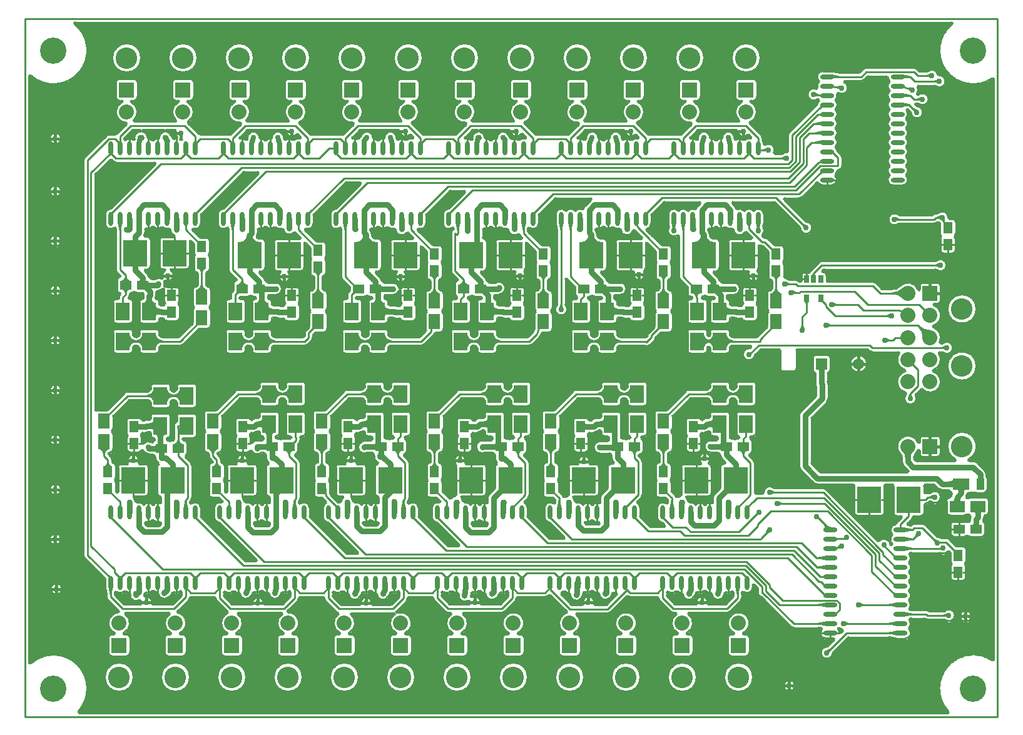
<source format=gtl>
*
*
G04 PADS VX.1.1 Build Number: 678707 generated Gerber (RS-274-X) file*
G04 PC Version=2.1*
*
%IN "VM2000.pcb"*%
*
%MOIN*%
*
%FSLAX35Y35*%
*
*
*
*
G04 PC Standard Apertures*
*
*
G04 Thermal Relief Aperture macro.*
%AMTER*
1,1,$1,0,0*
1,0,$1-$2,0,0*
21,0,$3,$4,0,0,45*
21,0,$3,$4,0,0,135*
%
*
*
G04 Annular Aperture macro.*
%AMANN*
1,1,$1,0,0*
1,0,$2,0,0*
%
*
*
G04 Odd Aperture macro.*
%AMODD*
1,1,$1,0,0*
1,0,$1-0.005,0,0*
%
*
*
G04 PC Custom Aperture Macros*
*
*
*
*
*
*
G04 PC Aperture Table*
*
%ADD011C,0.01*%
%ADD015R,0.08X0.08*%
%ADD016C,0.08*%
%ADD021R,0.06X0.06*%
%ADD022C,0.06*%
%ADD036C,0.02*%
%ADD038C,0.015*%
%ADD044C,0.025*%
%ADD057C,0.14*%
%ADD063C,0.115*%
%ADD077C,0.03*%
%ADD090C,0.001*%
%ADD116R,0.05X0.06*%
%ADD117R,0.06X0.05*%
%ADD130R,0.06X0.08*%
%ADD156R,0.13X0.14*%
%ADD157R,0.08X0.06*%
%ADD158R,0.091X0.06*%
%ADD159R,0.04X0.06*%
%ADD160R,0.027X0.04*%
%ADD161O,0.024X0.074*%
%ADD162R,0.072X0.096*%
%ADD163O,0.074X0.024*%
%ADD164C,0.031*%
*
*
*
*
G04 PC Circuitry*
G04 Layer Name VM2000.pcb - circuitry*
%LPD*%
*
*
G04 PC Custom Flashes*
G04 Layer Name VM2000.pcb - flashes*
%LPD*%
*
*
G04 PC Circuitry*
G04 Layer Name VM2000.pcb - circuitry*
%LPD*%
*
G54D11*
G01X495000Y186500D02*
X508500D01*
X523000Y172000*
X523700*
X526200Y169500*
X528700*
X494000Y186500D02*
X495000D01*
X522620Y184500D02*
G75*
G03X526063Y185118I0J9903D01*
G01Y183882D02*
G03X522620Y184500I-3443J-9285D01*
G01X526063*
X498180Y192500D02*
X513500D01*
X521500Y184500*
X528700*
X497000Y192500D02*
X498180D01*
X532814Y190137D02*
G03X534072Y191372I-830J2104D01*
G01X534576Y190094D02*
G03X532814Y190137I-932J-2060D01*
G01X534070Y190633*
X528700Y189500D02*
X531200D01*
X535000Y191000*
X528700Y194500D02*
Y195000D01*
X537500*
Y195500*
X557500Y191500D02*
X557325Y191325D01*
X564150Y184500*
X566300*
X568937Y195118D02*
G03X572380Y194500I3443J9285D01*
X568937Y193882I0J-9903*
G01X572380Y194500D02*
X568937D01*
X574338Y195838D02*
G03X575000Y197472I-1599J1599D01*
G01X575972Y196500D02*
G03X574338Y195838I-35J-2261D01*
G01X575293Y196793*
X566300Y194500D02*
X573000D01*
X576000Y197500*
X568937Y190118D02*
G03X572380Y189500I3443J9285D01*
X568937Y188882I0J-9903*
G01X572380Y189500D02*
X568937D01*
X566300D02*
X589000D01*
Y190000*
X586000Y192500D02*
Y193000D01*
X590500*
X597000Y186500*
Y186000*
X184882Y211437D02*
G03X185500Y214880I-9285J3443D01*
X186118Y211437I9903J0*
G01X185500Y214880D02*
Y211437D01*
Y208800D02*
Y215631D01*
X186500Y216631*
X522620Y159500D02*
G03X526063Y160118I0J9903D01*
G01Y158882D02*
G03X522620Y159500I-3443J-9285D01*
G01X526063*
X190500Y208800D02*
Y206300D01*
X216300Y180500*
X483781*
X494500Y169781*
Y167000*
X502000Y159500*
X528700*
X203500Y208800D02*
Y206300D01*
X227300Y182500*
X484327*
X496500Y170327*
Y168919*
X503419Y162000*
X532236*
X533700Y160536*
X242882Y211437D02*
G03X243500Y214880I-9285J3443D01*
X244118Y211437I9903J0*
G01X243500Y214880D02*
Y211437D01*
Y208800D02*
Y215500D01*
X244300Y216300*
X248500Y208800D02*
Y206300D01*
X270300Y184500*
X506200*
X526200Y164500*
X528700*
X261500Y208800D02*
Y206300D01*
X281300Y186500*
X494000*
X300882Y211437D02*
G03X301500Y214880I-9285J3443D01*
X302118Y211437I9903J0*
G01X301500Y214880D02*
Y211437D01*
Y208800D02*
Y215500D01*
X302300Y216300*
X306500Y208800D02*
Y206300D01*
X324300Y188500*
X509500*
X523500Y174500*
X528700*
X522620Y179500D02*
G03X526063Y180118I0J9903D01*
G01Y178882D02*
G03X522620Y179500I-3443J-9285D01*
G01X526063*
X319500Y208800D02*
Y206300D01*
X335300Y190500*
X511000*
X522000Y179500*
X528700*
X359500Y208800D02*
Y211300D01*
X366300Y218100*
Y235200*
X364500Y208800D02*
Y206300D01*
X378300Y192500*
X497000*
X494838Y197838D02*
G03X495500Y199472I-1599J1599D01*
G01X496472Y198500D02*
G03X494838Y197838I-35J-2261D01*
G01X495793Y198793*
X379500Y208800D02*
Y206300D01*
X391300Y194500*
X491636*
X492136Y195000*
Y195136*
X496500Y199500*
X419500Y208800D02*
Y211300D01*
X426500Y218300*
Y235869*
X424500Y208800D02*
Y206300D01*
X431800Y199000*
X448763*
X451263Y196500*
X485091*
X490091Y201500*
Y202500*
X497091Y209500*
X527460*
X551000Y185960*
Y177300*
X563800Y164500*
X566300*
X439500Y208800D02*
Y206300D01*
X444800Y201000*
X451903*
X454403Y198500*
X480330*
X490915Y209085*
X491000Y209000*
X479500Y208800D02*
Y211300D01*
X486300Y218100*
Y235200*
X484500Y208800D02*
Y211300D01*
X487000Y213800*
X525964Y202236D02*
G03X530999Y200114I5125J5126D01*
G01X525655Y199632D02*
G03X525964Y202236I-872J1424D01*
X530108Y200034I5672J5673*
G01X525964Y202236D02*
G03X529218Y199953I8136J8137D01*
G01X525964Y202236D02*
X528327Y199873D01*
X527436Y199793D02*
G03X525964Y202236I-5664J-1748D01*
G01X526545Y199713D02*
G03X525964Y202236I-2309J796D01*
G01X521500Y206500D02*
X521700D01*
X528700Y199500*
X566300D02*
Y202501D01*
X570657Y206858*
Y215658*
X568937Y200118D02*
G03X572380Y199500I3443J9285D01*
X568937Y198882I0J-9903*
G01X572380Y199500D02*
X568937D01*
X584338Y194162D02*
G03X585972Y193500I1599J1599D01*
G01X585000Y192528D02*
G03X584338Y194162I-2261J35D01*
G01X585293Y193207*
X566300Y199500D02*
X572570D01*
X573570Y200500*
X578000*
X586000Y192500*
X487700Y214500D02*
X489700Y216500D01*
X525551*
X555000Y187051*
Y183300*
X563800Y174500*
X566300*
X487000Y213800D02*
X487700Y214500D01*
X501227Y214187D02*
G03X502850Y213500I1623J1574D01*
X501227Y212813I0J-2261*
G01X502850Y213500D02*
X501500D01*
X500500D02*
X526005D01*
X553000Y186505*
Y180300*
X563800Y169500*
X566300*
X582150Y217000D02*
G03X583773Y217687I0J2261D01*
G01Y216313D02*
G03X582150Y217000I-1623J-1574D01*
G01X583500*
X570657Y215658D02*
X579408D01*
X580749Y217000*
X584500*
X202000Y221500D02*
Y221000D01*
X208500Y214500*
Y208800*
X258000Y221500D02*
X260000D01*
Y219000*
X260678Y217122*
X266500Y211300*
Y208800*
X318000Y221500D02*
Y221000D01*
X324500Y214500*
Y208800*
X383882Y211437D02*
G03X384500Y214880I-9285J3443D01*
X385118Y211437I9903J0*
G01X384500Y214880D02*
Y211437D01*
X380000Y221500D02*
Y221000D01*
X384500Y216500*
Y208800*
X443882Y211437D02*
G03X444500Y214880I-9285J3443D01*
X445118Y211437I9903J0*
G01X444500Y214880D02*
Y211437D01*
X440000Y221500D02*
Y221000D01*
X444500Y216500*
Y208800*
X497227Y220187D02*
G03X498850Y219500I1623J1574D01*
X497227Y218813I0J-2261*
G01X498850Y219500D02*
X497500D01*
X496500D02*
X525097D01*
X557000Y187597*
Y186300*
X563800Y179500*
X566300*
X258000Y235250D02*
G03X259800Y233000I2306J0D01*
G01X256200D02*
G03X258000Y235250I-506J2250D01*
X258900Y233000I3262J0*
G01X258000Y235250D02*
Y233000D01*
X257100D02*
G03X258000Y235250I-2363J2250D01*
G01Y239750D02*
G03X255750Y242900I-3330J0D01*
G01X260250D02*
G03X258000Y239750I1080J-3150D01*
X256650Y242900I-4350J0*
G01X258000Y239750D02*
G03X257550Y242900I-11250J0D01*
G01X258450D02*
G03X258000Y239750I10800J-3150D01*
G01X259350Y242900D02*
G03X258000Y239750I3000J-3150D01*
G01Y230500D02*
Y246400D01*
X318000Y235250D02*
G03X319800Y233000I2306J0D01*
G01X316200D02*
G03X318000Y235250I-506J2250D01*
X318900Y233000I3262J0*
G01X318000Y235250D02*
Y233000D01*
X317100D02*
G03X318000Y235250I-2363J2250D01*
G01Y239750D02*
G03X315750Y242900I-3330J0D01*
G01X320250D02*
G03X318000Y239750I1080J-3150D01*
X316650Y242900I-4350J0*
G01X318000Y239750D02*
G03X317550Y242900I-11250J0D01*
G01X318450D02*
G03X318000Y239750I10800J-3150D01*
G01X319350Y242900D02*
G03X318000Y239750I3000J-3150D01*
G01Y230500D02*
Y246400D01*
X380000Y235250D02*
G03X381800Y233000I2306J0D01*
G01X378200D02*
G03X380000Y235250I-506J2250D01*
X380900Y233000I3262J0*
G01X380000Y235250D02*
Y233000D01*
X379100D02*
G03X380000Y235250I-2363J2250D01*
G01Y239750D02*
G03X377750Y242900I-3330J0D01*
G01X382250D02*
G03X380000Y239750I1080J-3150D01*
X378650Y242900I-4350J0*
G01X380000Y239750D02*
G03X379550Y242900I-11250J0D01*
G01X380450D02*
G03X380000Y239750I10800J-3150D01*
G01X381350Y242900D02*
G03X380000Y239750I3000J-3150D01*
G01Y230500D02*
Y246400D01*
X440000Y235250D02*
G03X441800Y233000I2306J0D01*
G01X438200D02*
G03X440000Y235250I-506J2250D01*
X440900Y233000I3262J0*
G01X440000Y235250D02*
Y233000D01*
X439100D02*
G03X440000Y235250I-2363J2250D01*
G01Y239750D02*
G03X437750Y242900I-3330J0D01*
G01X442250D02*
G03X440000Y239750I1080J-3150D01*
X438650Y242900I-4350J0*
G01X440000Y239750D02*
G03X439550Y242900I-11250J0D01*
G01X440450D02*
G03X440000Y239750I10800J-3150D01*
G01X441350Y242900D02*
G03X440000Y239750I3000J-3150D01*
G01Y230500D02*
Y246400D01*
X181500Y243000D02*
Y238869D01*
X186500Y233869*
Y216631*
X200000Y239750D02*
G03X197750Y242900I-3330J0D01*
G01X202250D02*
G03X200000Y239750I1080J-3150D01*
X198650Y242900I-4350J0*
G01X200000Y239750D02*
G03X199550Y242900I-11250J0D01*
G01X200450D02*
G03X200000Y239750I10800J-3150D01*
G01X201350Y242900D02*
G03X200000Y239750I3000J-3150D01*
G01X202000Y235250D02*
G03X203800Y233000I2306J0D01*
G01X200200D02*
G03X202000Y235250I-506J2250D01*
X202900Y233000I3262J0*
G01X202000Y235250D02*
Y233000D01*
X201100D02*
G03X202000Y235250I-2363J2250D01*
G01X200000Y246400D02*
Y238950D01*
X202000Y236950*
Y230500*
X240500Y239750D02*
G03X238677Y242000I-2300J0D01*
G01X242322D02*
G03X240500Y239750I478J-2250D01*
X239589Y242000I-3233J0*
G01X240500Y239750D02*
Y242000D01*
X241411D02*
G03X240500Y239750I2322J-2250D01*
G01Y244000D02*
Y239000D01*
X244300Y235200*
Y216300*
X240500Y244000D02*
X241000D01*
X244278Y247278*
X298500Y239750D02*
G03X296677Y242000I-2300J0D01*
G01X300322D02*
G03X298500Y239750I478J-2250D01*
X297589Y242000I-3233J0*
G01X298500Y239750D02*
Y242000D01*
X299411D02*
G03X298500Y239750I2322J-2250D01*
G01Y244000D02*
Y239000D01*
X302300Y235200*
Y216300*
X298500Y244000D02*
Y248000D01*
X300000Y249500*
Y256000*
X362500Y244000D02*
Y248000D01*
X364000Y249500*
Y256000*
X362500Y239750D02*
G03X360677Y242000I-2300J0D01*
G01X364322D02*
G03X362500Y239750I478J-2250D01*
X361589Y242000I-3233J0*
G01X362500Y239750D02*
Y242000D01*
X363411D02*
G03X362500Y239750I2322J-2250D01*
G01Y244000D02*
Y239000D01*
X366300Y235200*
X424500Y244000D02*
Y248000D01*
X426000Y249500*
Y256000*
X424500Y239750D02*
G03X422677Y242000I-2300J0D01*
G01X426322D02*
G03X424500Y239750I478J-2250D01*
X423589Y242000I-3233J0*
G01X424500Y239750D02*
Y242000D01*
X425411D02*
G03X424500Y239750I2322J-2250D01*
G01Y244000D02*
Y237869D01*
X426500Y235869*
X482500Y239750D02*
G03X480677Y242000I-2300J0D01*
G01X484322D02*
G03X482500Y239750I478J-2250D01*
X481589Y242000I-3233J0*
G01X482500Y239750D02*
Y242000D01*
X483411D02*
G03X482500Y239750I2322J-2250D01*
G01Y244000D02*
Y239000D01*
X486300Y235200*
X482500Y244000D02*
Y248000D01*
X484000Y249500*
Y256000*
X179677Y245000D02*
G03X181500Y247250I-477J2250D01*
X183322Y245000I2300J0*
G01X180589D02*
G03X181500Y247250I-2322J2250D01*
G01Y245000*
Y247250D02*
G03X182411Y245000I3233J0D01*
G01X181300Y255000D02*
Y253900D01*
X181500Y253700*
Y243000*
X181300Y255000D02*
X186000D01*
X223030Y272000D02*
G03X226900Y275135I0J3956D01*
G01Y268865D02*
G03X223030Y272000I-3870J-821D01*
X226900Y274239I0J4464*
G01X223030Y272000D02*
G03X226900Y273343I0J6246D01*
G01X223030Y272000D02*
G03X226900Y272448I0J16946D01*
G01Y271552D02*
G03X223030Y272000I-3870J-16498D01*
G01X226900Y270657D02*
G03X223030Y272000I-3870J-4903D01*
G01X226900Y269761D02*
G03X223030Y272000I-3870J-2225D01*
G01X200000Y257600D02*
Y258600D01*
X213400Y272000*
X230000*
X244000Y256000D02*
Y249000D01*
X244278Y248722*
Y247278*
X279030Y272000D02*
G03X282900Y275135I0J3956D01*
G01Y268865D02*
G03X279030Y272000I-3870J-821D01*
X282900Y274239I0J4464*
G01X279030Y272000D02*
G03X282900Y273343I0J6246D01*
G01X279030Y272000D02*
G03X282900Y272448I0J16946D01*
G01Y271552D02*
G03X279030Y272000I-3870J-16498D01*
G01X282900Y270657D02*
G03X279030Y272000I-3870J-4903D01*
G01X282900Y269761D02*
G03X279030Y272000I-3870J-2225D01*
G01X258000Y257600D02*
Y258600D01*
X271400Y272000*
X286000*
X343030D02*
G03X346900Y275135I0J3956D01*
G01Y268865D02*
G03X343030Y272000I-3870J-821D01*
X346900Y274239I0J4464*
G01X343030Y272000D02*
G03X346900Y273343I0J6246D01*
G01X343030Y272000D02*
G03X346900Y272448I0J16946D01*
G01Y271552D02*
G03X343030Y272000I-3870J-16498D01*
G01X346900Y270657D02*
G03X343030Y272000I-3870J-4903D01*
G01X346900Y269761D02*
G03X343030Y272000I-3870J-2225D01*
G01X318000Y257600D02*
Y258600D01*
X331400Y272000*
X350000*
X405030D02*
G03X408900Y275135I0J3956D01*
G01Y268865D02*
G03X405030Y272000I-3870J-821D01*
X408900Y274239I0J4464*
G01X405030Y272000D02*
G03X408900Y273343I0J6246D01*
G01X405030Y272000D02*
G03X408900Y272448I0J16946D01*
G01Y271552D02*
G03X405030Y272000I-3870J-16498D01*
G01X408900Y270657D02*
G03X405030Y272000I-3870J-4903D01*
G01X408900Y269761D02*
G03X405030Y272000I-3870J-2225D01*
G01X380000Y257600D02*
Y258600D01*
X393400Y272000*
X412000*
X463030D02*
G03X466900Y275135I0J3956D01*
G01Y268865D02*
G03X463030Y272000I-3870J-821D01*
X466900Y274239I0J4464*
G01X463030Y272000D02*
G03X466900Y273343I0J6246D01*
G01X463030Y272000D02*
G03X466900Y272448I0J16946D01*
G01Y271552D02*
G03X463030Y272000I-3870J-16498D01*
G01X466900Y270657D02*
G03X463030Y272000I-3870J-4903D01*
G01X466900Y269761D02*
G03X463030Y272000I-3870J-2225D01*
G01X440000Y257600D02*
Y258600D01*
X453400Y272000*
X470000*
X175100Y274135D02*
G03X178970Y271000I3870J821D01*
X175100Y267865I0J-3956*
G01Y273239D02*
G03X178970Y271000I3870J2225D01*
G01X175100Y272343D02*
G03X178970Y271000I3870J4903D01*
G01X175100Y271448D02*
G03X178970Y271000I3870J16498D01*
X175100Y270552I0J-16946*
G01X178970Y271000D02*
G03X175100Y269657I0J-6246D01*
G01X178970Y271000D02*
G03X175100Y268761I0J-4464D01*
G01X182900Y267865D02*
G03X179030Y271000I-3870J-821D01*
X182900Y274135I0J3956*
G01Y268761D02*
G03X179030Y271000I-3870J-2225D01*
G01X182900Y269657D02*
G03X179030Y271000I-3870J-4903D01*
G01X182900Y270552D02*
G03X179030Y271000I-3870J-16498D01*
X182900Y271448I0J16946*
G01X179030Y271000D02*
G03X182900Y272343I0J6246D01*
G01X179030Y271000D02*
G03X182900Y273239I0J4464D01*
G01X172000Y271000D02*
X186000D01*
X233100Y275135D02*
G03X236970Y272000I3870J821D01*
X233100Y268865I0J-3956*
G01Y274239D02*
G03X236970Y272000I3870J2225D01*
G01X233100Y273343D02*
G03X236970Y272000I3870J4903D01*
G01X233100Y272448D02*
G03X236970Y272000I3870J16498D01*
X233100Y271552I0J-16946*
G01X236970Y272000D02*
G03X233100Y270657I0J-6246D01*
G01X236970Y272000D02*
G03X233100Y269761I0J-4464D01*
G01X240900Y268865D02*
G03X237030Y272000I-3870J-821D01*
X240900Y275135I0J3956*
G01Y269761D02*
G03X237030Y272000I-3870J-2225D01*
G01X240900Y270657D02*
G03X237030Y272000I-3870J-4903D01*
G01X240900Y271552D02*
G03X237030Y272000I-3870J-16498D01*
X240900Y272448I0J16946*
G01X237030Y272000D02*
G03X240900Y273343I0J6246D01*
G01X237030Y272000D02*
G03X240900Y274239I0J4464D01*
G01X230000Y272000D02*
X244000D01*
X289100Y275135D02*
G03X292970Y272000I3870J821D01*
X289100Y268865I0J-3956*
G01Y274239D02*
G03X292970Y272000I3870J2225D01*
G01X289100Y273343D02*
G03X292970Y272000I3870J4903D01*
G01X289100Y272448D02*
G03X292970Y272000I3870J16498D01*
X289100Y271552I0J-16946*
G01X292970Y272000D02*
G03X289100Y270657I0J-6246D01*
G01X292970Y272000D02*
G03X289100Y269761I0J-4464D01*
G01X296900Y268865D02*
G03X293030Y272000I-3870J-821D01*
X296900Y275135I0J3956*
G01Y269761D02*
G03X293030Y272000I-3870J-2225D01*
G01X296900Y270657D02*
G03X293030Y272000I-3870J-4903D01*
G01X296900Y271552D02*
G03X293030Y272000I-3870J-16498D01*
X296900Y272448I0J16946*
G01X293030Y272000D02*
G03X296900Y273343I0J6246D01*
G01X293030Y272000D02*
G03X296900Y274239I0J4464D01*
G01X286000Y272000D02*
X300000D01*
X353100Y275135D02*
G03X356970Y272000I3870J821D01*
X353100Y268865I0J-3956*
G01Y274239D02*
G03X356970Y272000I3870J2225D01*
G01X353100Y273343D02*
G03X356970Y272000I3870J4903D01*
G01X353100Y272448D02*
G03X356970Y272000I3870J16498D01*
X353100Y271552I0J-16946*
G01X356970Y272000D02*
G03X353100Y270657I0J-6246D01*
G01X356970Y272000D02*
G03X353100Y269761I0J-4464D01*
G01X360900Y268865D02*
G03X357030Y272000I-3870J-821D01*
X360900Y275135I0J3956*
G01Y269761D02*
G03X357030Y272000I-3870J-2225D01*
G01X360900Y270657D02*
G03X357030Y272000I-3870J-4903D01*
G01X360900Y271552D02*
G03X357030Y272000I-3870J-16498D01*
X360900Y272448I0J16946*
G01X357030Y272000D02*
G03X360900Y273343I0J6246D01*
G01X357030Y272000D02*
G03X360900Y274239I0J4464D01*
G01X350000Y272000D02*
X364000D01*
X415100Y275135D02*
G03X418970Y272000I3870J821D01*
X415100Y268865I0J-3956*
G01Y274239D02*
G03X418970Y272000I3870J2225D01*
G01X415100Y273343D02*
G03X418970Y272000I3870J4903D01*
G01X415100Y272448D02*
G03X418970Y272000I3870J16498D01*
X415100Y271552I0J-16946*
G01X418970Y272000D02*
G03X415100Y270657I0J-6246D01*
G01X418970Y272000D02*
G03X415100Y269761I0J-4464D01*
G01X422900Y268865D02*
G03X419030Y272000I-3870J-821D01*
X422900Y275135I0J3956*
G01Y269761D02*
G03X419030Y272000I-3870J-2225D01*
G01X422900Y270657D02*
G03X419030Y272000I-3870J-4903D01*
G01X422900Y271552D02*
G03X419030Y272000I-3870J-16498D01*
X422900Y272448I0J16946*
G01X419030Y272000D02*
G03X422900Y273343I0J6246D01*
G01X419030Y272000D02*
G03X422900Y274239I0J4464D01*
G01X412000Y272000D02*
X426000D01*
X473100Y275135D02*
G03X476970Y272000I3870J821D01*
X473100Y268865I0J-3956*
G01Y274239D02*
G03X476970Y272000I3870J2225D01*
G01X473100Y273343D02*
G03X476970Y272000I3870J4903D01*
G01X473100Y272448D02*
G03X476970Y272000I3870J16498D01*
X473100Y271552I0J-16946*
G01X476970Y272000D02*
G03X473100Y270657I0J-6246D01*
G01X476970Y272000D02*
G03X473100Y269761I0J-4464D01*
G01X480900Y268865D02*
G03X477030Y272000I-3870J-821D01*
X480900Y275135I0J3956*
G01Y269761D02*
G03X477030Y272000I-3870J-2225D01*
G01X480900Y270657D02*
G03X477030Y272000I-3870J-4903D01*
G01X480900Y271552D02*
G03X477030Y272000I-3870J-16498D01*
X480900Y272448I0J16946*
G01X477030Y272000D02*
G03X480900Y273343I0J6246D01*
G01X477030Y272000D02*
G03X480900Y274239I0J4464D01*
G01X470000Y272000D02*
X484000D01*
X571500Y271850D02*
G03X572187Y270227I2261J0D01*
G01X570813D02*
G03X571500Y271850I-1574J1623D01*
G01Y270500*
Y269500D02*
Y272152D01*
X575500Y276152*
X588650Y296500D02*
G03X590273Y297187I0J2261D01*
G01Y295813D02*
G03X588650Y296500I-1623J-1574D01*
G01X590000*
X485500Y293000D02*
X485647Y292853D01*
X490794Y298000*
X549700*
X551200Y296500*
X591000*
X570200Y290200D02*
X575500Y284900D01*
Y276152*
X172970Y300000D02*
G03X169100Y296865I0J-3956D01*
G01Y303135D02*
G03X172970Y300000I3870J821D01*
X169100Y297761I0J-4464*
G01X172970Y300000D02*
G03X169100Y298657I0J-6246D01*
G01X172970Y300000D02*
G03X169100Y299552I0J-16946D01*
G01Y300448D02*
G03X172970Y300000I3870J16498D01*
G01X169100Y301343D02*
G03X172970Y300000I3870J4903D01*
G01X169100Y302239D02*
G03X172970Y300000I3870J2225D01*
G01X166000D02*
X182600D01*
X194000Y311400*
Y312400*
X215100Y303135D02*
G03X218970Y300000I3870J821D01*
X215100Y296865I0J-3956*
G01Y302239D02*
G03X218970Y300000I3870J2225D01*
G01X215100Y301343D02*
G03X218970Y300000I3870J4903D01*
G01X215100Y300448D02*
G03X218970Y300000I3870J16498D01*
X215100Y299552I0J-16946*
G01X218970Y300000D02*
G03X215100Y298657I0J-6246D01*
G01X218970Y300000D02*
G03X215100Y297761I0J-4464D01*
G01X222900Y296865D02*
G03X219030Y300000I-3870J-821D01*
X222900Y303135I0J3956*
G01Y297761D02*
G03X219030Y300000I-3870J-2225D01*
G01X222900Y298657D02*
G03X219030Y300000I-3870J-4903D01*
G01X222900Y299552D02*
G03X219030Y300000I-3870J-16498D01*
X222900Y300448I0J16946*
G01X219030Y300000D02*
G03X222900Y301343I0J6246D01*
G01X219030Y300000D02*
G03X222900Y302239I0J4464D01*
G01X212000Y300000D02*
X226000D01*
X232970D02*
G03X229100Y296865I0J-3956D01*
G01Y303135D02*
G03X232970Y300000I3870J821D01*
X229100Y297761I0J-4464*
G01X232970Y300000D02*
G03X229100Y298657I0J-6246D01*
G01X232970Y300000D02*
G03X229100Y299552I0J-16946D01*
G01Y300448D02*
G03X232970Y300000I3870J16498D01*
G01X229100Y301343D02*
G03X232970Y300000I3870J4903D01*
G01X229100Y302239D02*
G03X232970Y300000I3870J2225D01*
G01X226000D02*
X249000D01*
X250965Y301965*
Y304365*
X256000Y309400*
Y310400*
X277100Y303135D02*
G03X280970Y300000I3870J821D01*
X277100Y296865I0J-3956*
G01Y302239D02*
G03X280970Y300000I3870J2225D01*
G01X277100Y301343D02*
G03X280970Y300000I3870J4903D01*
G01X277100Y300448D02*
G03X280970Y300000I3870J16498D01*
X277100Y299552I0J-16946*
G01X280970Y300000D02*
G03X277100Y298657I0J-6246D01*
G01X280970Y300000D02*
G03X277100Y297761I0J-4464D01*
G01X284900Y296865D02*
G03X281030Y300000I-3870J-821D01*
X284900Y303135I0J3956*
G01Y297761D02*
G03X281030Y300000I-3870J-2225D01*
G01X284900Y298657D02*
G03X281030Y300000I-3870J-4903D01*
G01X284900Y299552D02*
G03X281030Y300000I-3870J-16498D01*
X284900Y300448I0J16946*
G01X281030Y300000D02*
G03X284900Y301343I0J6246D01*
G01X281030Y300000D02*
G03X284900Y302239I0J4464D01*
G01X274000Y300000D02*
X288000D01*
X294970D02*
G03X291100Y296865I0J-3956D01*
G01Y303135D02*
G03X294970Y300000I3870J821D01*
X291100Y297761I0J-4464*
G01X294970Y300000D02*
G03X291100Y298657I0J-6246D01*
G01X294970Y300000D02*
G03X291100Y299552I0J-16946D01*
G01Y300448D02*
G03X294970Y300000I3870J16498D01*
G01X291100Y301343D02*
G03X294970Y300000I3870J4903D01*
G01X291100Y302239D02*
G03X294970Y300000I3870J2225D01*
G01X288000D02*
X311000D01*
X316300Y305300*
Y310400*
X318000*
X335100Y303135D02*
G03X338970Y300000I3870J821D01*
X335100Y296865I0J-3956*
G01Y302239D02*
G03X338970Y300000I3870J2225D01*
G01X335100Y301343D02*
G03X338970Y300000I3870J4903D01*
G01X335100Y300448D02*
G03X338970Y300000I3870J16498D01*
X335100Y299552I0J-16946*
G01X338970Y300000D02*
G03X335100Y298657I0J-6246D01*
G01X338970Y300000D02*
G03X335100Y297761I0J-4464D01*
G01X342900Y296865D02*
G03X339030Y300000I-3870J-821D01*
X342900Y303135I0J3956*
G01Y297761D02*
G03X339030Y300000I-3870J-2225D01*
G01X342900Y298657D02*
G03X339030Y300000I-3870J-4903D01*
G01X342900Y299552D02*
G03X339030Y300000I-3870J-16498D01*
X342900Y300448I0J16946*
G01X339030Y300000D02*
G03X342900Y301343I0J6246D01*
G01X339030Y300000D02*
G03X342900Y302239I0J4464D01*
G01X332000Y300000D02*
X346000D01*
X352970D02*
G03X349100Y296865I0J-3956D01*
G01Y303135D02*
G03X352970Y300000I3870J821D01*
X349100Y297761I0J-4464*
G01X352970Y300000D02*
G03X349100Y298657I0J-6246D01*
G01X352970Y300000D02*
G03X349100Y299552I0J-16946D01*
G01Y300448D02*
G03X352970Y300000I3870J16498D01*
G01X349100Y301343D02*
G03X352970Y300000I3870J4903D01*
G01X349100Y302239D02*
G03X352970Y300000I3870J2225D01*
G01X346000D02*
X368500D01*
X372500Y304000*
X373500Y306900*
Y310400*
X376000*
X399100Y303135D02*
G03X402970Y300000I3870J821D01*
X399100Y296865I0J-3956*
G01Y302239D02*
G03X402970Y300000I3870J2225D01*
G01X399100Y301343D02*
G03X402970Y300000I3870J4903D01*
G01X399100Y300448D02*
G03X402970Y300000I3870J16498D01*
X399100Y299552I0J-16946*
G01X402970Y300000D02*
G03X399100Y298657I0J-6246D01*
G01X402970Y300000D02*
G03X399100Y297761I0J-4464D01*
G01X406900Y296865D02*
G03X403030Y300000I-3870J-821D01*
X406900Y303135I0J3956*
G01Y297761D02*
G03X403030Y300000I-3870J-2225D01*
G01X406900Y298657D02*
G03X403030Y300000I-3870J-4903D01*
G01X406900Y299552D02*
G03X403030Y300000I-3870J-16498D01*
X406900Y300448I0J16946*
G01X403030Y300000D02*
G03X406900Y301343I0J6246D01*
G01X403030Y300000D02*
G03X406900Y302239I0J4464D01*
G01X396000Y300000D02*
X410000D01*
X416970D02*
G03X413100Y296865I0J-3956D01*
G01Y303135D02*
G03X416970Y300000I3870J821D01*
X413100Y297761I0J-4464*
G01X416970Y300000D02*
G03X413100Y298657I0J-6246D01*
G01X416970Y300000D02*
G03X413100Y299552I0J-16946D01*
G01Y300448D02*
G03X416970Y300000I3870J16498D01*
G01X413100Y301343D02*
G03X416970Y300000I3870J4903D01*
G01X413100Y302239D02*
G03X416970Y300000I3870J2225D01*
G01X410000D02*
X430500D01*
X431000Y299500*
X433654Y302154*
Y303054*
X440000Y309400*
Y310400*
X461100Y303135D02*
G03X464970Y300000I3870J821D01*
X461100Y296865I0J-3956*
G01Y302239D02*
G03X464970Y300000I3870J2225D01*
G01X461100Y301343D02*
G03X464970Y300000I3870J4903D01*
G01X461100Y300448D02*
G03X464970Y300000I3870J16498D01*
X461100Y299552I0J-16946*
G01X464970Y300000D02*
G03X461100Y298657I0J-6246D01*
G01X464970Y300000D02*
G03X461100Y297761I0J-4464D01*
G01X466900Y296865D02*
G03X463030Y300000I-3870J-821D01*
X466900Y303135I0J3956*
G01Y297761D02*
G03X463030Y300000I-3870J-2225D01*
G01X466900Y298657D02*
G03X463030Y300000I-3870J-4903D01*
G01X466900Y299552D02*
G03X463030Y300000I-3870J-16498D01*
X466900Y300448I0J16946*
G01X463030Y300000D02*
G03X466900Y301343I0J6246D01*
G01X463030Y300000D02*
G03X466900Y302239I0J4464D01*
G01X458000Y300000D02*
X470000D01*
X476970D02*
G03X473100Y296865I0J-3956D01*
G01Y303135D02*
G03X476970Y300000I3870J821D01*
X473100Y297761I0J-4464*
G01X476970Y300000D02*
G03X473100Y298657I0J-6246D01*
G01X476970Y300000D02*
G03X473100Y299552I0J-16946D01*
G01Y300448D02*
G03X476970Y300000I3870J16498D01*
G01X473100Y301343D02*
G03X476970Y300000I3870J4903D01*
G01X473100Y302239D02*
G03X476970Y300000I3870J2225D01*
G01X470000D02*
X491181D01*
X491381Y299800*
Y300781*
X500000Y309400*
Y310400*
X514000Y308350D02*
G03X514687Y306727I2261J0D01*
G01X513313D02*
G03X514000Y308350I-1574J1623D01*
G01Y307000*
X517015Y321400D02*
G03X516250Y320050I809J-1350D01*
X515485Y321400I-1574J0*
G01X516250Y320050D02*
Y321400D01*
X514000Y306000D02*
Y313075D01*
X516250Y315325*
Y322900*
X527227Y309187D02*
G03X528850Y308500I1623J1574D01*
X527227Y307813I0J-2261*
G01X528850Y308500D02*
X527500D01*
X576184Y307816D02*
G03X581902Y305499I5597J5597D01*
G01X578501Y302098D02*
G03X576184Y307816I-7914J121D01*
X580740Y305265I6798J6798*
G01X576184Y307816D02*
G03X580050Y304906I12246J12246D01*
G01X576184Y307816D02*
X579525Y304475D01*
X579094Y303950D02*
G03X576184Y307816I-15156J-8380D01*
G01X578735Y303260D02*
G03X576184Y307816I-9349J-2242D01*
G01X526500Y308500D02*
X575500D01*
X582000Y302000*
X558727Y301187D02*
G03X560350Y300500I1623J1574D01*
X558727Y299813I0J-2261*
G01X560350Y300500D02*
X559000D01*
X558000D02*
X562100D01*
X563600Y302000*
X570200*
X332000Y316000D02*
Y322400D01*
X333500Y323900*
Y328000*
X385500Y319350D02*
G03X386187Y317727I2261J0D01*
G01X384813D02*
G03X385500Y319350I-1574J1623D01*
G01Y318000*
X386118Y362563D02*
G03X385500Y359120I9285J-3443D01*
X384882Y362563I-9903J0*
G01X385500Y359120D02*
Y362563D01*
Y317000D02*
Y365200D01*
X396000Y316000D02*
Y322400D01*
X397500Y323900*
Y328000*
X194000Y330250D02*
G03X196250Y327100I3330J0D01*
G01X191750D02*
G03X194000Y330250I-1080J3150D01*
X195350Y327100I4350J0*
G01X194000Y330250D02*
G03X194450Y327100I11250J0D01*
G01X193550D02*
G03X194000Y330250I-10800J3150D01*
G01X192650Y327100D02*
G03X194000Y330250I-3000J3150D01*
G01Y336750D02*
G03X192200Y339000I-2306J0D01*
G01X195800D02*
G03X194000Y336750I506J-2250D01*
X193100Y339000I-3263J0*
G01X194000Y336750D02*
Y339000D01*
X194900D02*
G03X194000Y336750I2362J-2250D01*
G01Y323600D02*
Y341500D01*
X211722Y324722D02*
X215000Y328000D01*
X215500*
X211722Y324722D02*
Y322278D01*
X212000Y322000*
Y316000*
X256000Y328250D02*
G03X258250Y325100I3330J0D01*
G01X253750D02*
G03X256000Y328250I-1080J3150D01*
X257350Y325100I4350J0*
G01X256000Y328250D02*
G03X256450Y325100I11250J0D01*
G01X255550D02*
G03X256000Y328250I-10800J3150D01*
G01X254650Y325100D02*
G03X256000Y328250I-3000J3150D01*
G01Y334750D02*
G03X254200Y337000I-2306J0D01*
G01X257800D02*
G03X256000Y334750I506J-2250D01*
X255100Y337000I-3263J0*
G01X256000Y334750D02*
Y337000D01*
X256900D02*
G03X256000Y334750I2362J-2250D01*
G01Y321600D02*
Y339500D01*
X273722Y324722D02*
X277000Y328000D01*
X277500*
X273722Y324722D02*
Y322278D01*
X274000Y322000*
Y316000*
X318000Y328250D02*
G03X320250Y325100I3330J0D01*
G01X315750D02*
G03X318000Y328250I-1080J3150D01*
X319350Y325100I4350J0*
G01X318000Y328250D02*
G03X318450Y325100I11250J0D01*
G01X317550D02*
G03X318000Y328250I-10800J3150D01*
G01X316650Y325100D02*
G03X318000Y328250I-3000J3150D01*
G01Y332750D02*
G03X316200Y335000I-2306J0D01*
G01X319800D02*
G03X318000Y332750I506J-2250D01*
X317100Y335000I-3263J0*
G01X318000Y332750D02*
Y335000D01*
X318900D02*
G03X318000Y332750I2362J-2250D01*
G01Y321600D02*
Y337500D01*
X376000Y328250D02*
G03X378250Y325100I3330J0D01*
G01X373750D02*
G03X376000Y328250I-1080J3150D01*
X377350Y325100I4350J0*
G01X376000Y328250D02*
G03X376450Y325100I11250J0D01*
G01X375550D02*
G03X376000Y328250I-10800J3150D01*
G01X374650Y325100D02*
G03X376000Y328250I-3000J3150D01*
G01Y332750D02*
G03X374200Y335000I-2306J0D01*
G01X377800D02*
G03X376000Y332750I506J-2250D01*
X375100Y335000I-3263J0*
G01X376000Y332750D02*
Y335000D01*
X376900D02*
G03X376000Y332750I2362J-2250D01*
G01Y321600D02*
Y337500D01*
X440000Y328250D02*
G03X442250Y325100I3330J0D01*
G01X437750D02*
G03X440000Y328250I-1080J3150D01*
X441350Y325100I4350J0*
G01X440000Y328250D02*
G03X440450Y325100I11250J0D01*
G01X439550D02*
G03X440000Y328250I-10800J3150D01*
G01X438650Y325100D02*
G03X440000Y328250I-3000J3150D01*
G01Y332750D02*
G03X438200Y335000I-2306J0D01*
G01X441800D02*
G03X440000Y332750I506J-2250D01*
X439100Y335000I-3263J0*
G01X440000Y332750D02*
Y335000D01*
X440900D02*
G03X440000Y332750I2362J-2250D01*
G01Y321600D02*
Y337500D01*
X459322Y326000D02*
G03X457500Y323750I478J-2250D01*
X455677Y326000I-2300J0*
G01X458411D02*
G03X457500Y323750I2322J-2250D01*
G01Y326000*
Y323750D02*
G03X456589Y326000I-3233J0D01*
G01X457500Y328000D02*
Y323400D01*
X458000Y322900*
Y316000*
X500000Y328250D02*
G03X502250Y325100I3330J0D01*
G01X497750D02*
G03X500000Y328250I-1080J3150D01*
X501350Y325100I4350J0*
G01X500000Y328250D02*
G03X500450Y325100I11250J0D01*
G01X499550D02*
G03X500000Y328250I-10800J3150D01*
G01X498650Y325100D02*
G03X500000Y328250I-3000J3150D01*
G01Y332750D02*
G03X498200Y335000I-2306J0D01*
G01X501800D02*
G03X500000Y332750I506J-2250D01*
X499100Y335000I-3263J0*
G01X500000Y332750D02*
Y335000D01*
X500900D02*
G03X500000Y332750I2362J-2250D01*
G01Y321600D02*
Y337500D01*
X508727Y326687D02*
G03X510350Y326000I1623J1574D01*
X508727Y325313I0J-2261*
G01X510350Y326000D02*
X509000D01*
X508000D02*
X512381D01*
X512881Y326500*
X542000*
X549000Y319500*
X576300*
X582000Y313800*
X559150Y313500D02*
G03X560773Y314187I0J2261D01*
G01Y312813D02*
G03X559150Y313500I-1623J-1574D01*
G01X560500*
X523750Y322900D02*
Y322250D01*
X526500Y319500*
Y318540*
X531540Y313500*
X561500*
X530227Y320187D02*
G03X531850Y319500I1623J1574D01*
X530227Y318813I0J-2261*
G01X531850Y319500D02*
X530500D01*
X529500D02*
X543500D01*
X546500Y316500*
X565688*
X570200Y313800*
X333500Y332250D02*
G03X335322Y330000I2300J0D01*
G01X331677D02*
G03X333500Y332250I-477J2250D01*
X334411Y330000I3233J0*
G01X333500Y332250D02*
Y330000D01*
X332589D02*
G03X333500Y332250I-2322J2250D01*
G01X329000Y337500D02*
X333500Y333000D01*
Y328000*
X331118Y362563D02*
G03X330500Y359120I9285J-3443D01*
X329882Y362563I-9903J0*
G01X330500Y359120D02*
Y362563D01*
X329000Y337500D02*
Y357400D01*
X329700Y356700*
X330500Y357500*
Y365200*
X505227Y331187D02*
G03X506850Y330500I1623J1574D01*
X505227Y329813I0J-2261*
G01X506850Y330500D02*
X505500D01*
X561975Y325600D02*
G03X567657Y328005I-0J7915D01*
G01Y323195D02*
G03X561975Y325600I-5682J-5510D01*
X567000Y327018I0J9614*
G01X561975Y325600D02*
G03X566766Y326276I-0J17319D01*
G01X561975Y325600D02*
X566700D01*
X566766Y324924D02*
G03X561975Y325600I-4791J-16643D01*
G01X567000Y324182D02*
G03X561975Y325600I-5025J-8196D01*
G01X504500Y330500D02*
X510381D01*
X511381Y329500*
X551500*
X555400Y325600*
X570200*
X520000Y335950D02*
G03X520765Y334600I1574J0D01*
G01X519235D02*
G03X520000Y335950I-809J1350D01*
G01Y334600*
X585150Y340500D02*
G03X586773Y341187I0J2261D01*
G01Y339813D02*
G03X585150Y340500I-1623J-1574D01*
G01X586500*
X520000Y333100D02*
Y336200D01*
X524300Y340500*
X587500*
X445500Y361350D02*
G03X446187Y359727I2261J0D01*
G01X444813D02*
G03X445500Y361350I-1574J1623D01*
G01Y360000*
X446118Y362563D02*
G03X445500Y359120I9285J-3443D01*
X444882Y362563I-9903J0*
G01X445500Y359120D02*
Y362563D01*
Y359000D02*
Y365200D01*
X490500Y361350D02*
G03X491187Y359727I2261J0D01*
G01X489813D02*
G03X490500Y361350I-1574J1623D01*
G01Y360000*
X491118Y362563D02*
G03X490500Y359120I9285J-3443D01*
X489882Y362563I-9903J0*
G01X490500Y359120D02*
Y362563D01*
Y359000D02*
Y365200D01*
X185500D02*
Y359500D01*
X194000Y351000*
Y350500*
X190500Y365200D02*
Y367700D01*
X215300Y392500*
X507005*
X510500Y395995*
Y409254*
X522246Y421000*
X527200*
X521120Y416000D02*
G03X524563Y416618I0J9903D01*
G01Y415382D02*
G03X521120Y416000I-3443J-9285D01*
G01X524563*
X205500Y365200D02*
Y367700D01*
X228300Y390500*
X507551*
X512500Y395449*
Y408500*
X520000Y416000*
X527200*
X211118Y362563D02*
G03X210500Y359120I9285J-3443D01*
X209882Y362563I-9903J0*
G01X210500Y359120D02*
Y362563D01*
X215500Y332250D02*
G03X217322Y330000I2300J0D01*
G01X213677D02*
G03X215500Y332250I-477J2250D01*
X216411Y330000I3233J0*
G01X215500Y332250D02*
Y330000D01*
X214589D02*
G03X215500Y332250I-2322J2250D01*
G01X210500Y365200D02*
Y338131D01*
X215500Y333131*
Y328000*
X245500Y365200D02*
Y359500D01*
X256000Y349000*
Y348500*
X521120Y411000D02*
G03X524563Y411618I0J9903D01*
G01Y410382D02*
G03X521120Y411000I-3443J-9285D01*
G01X524563*
X250500Y365200D02*
Y367700D01*
X269800Y387000*
X506597*
X514500Y394903*
Y407954*
X517546Y411000*
X527200*
X521120Y406000D02*
G03X524563Y406618I0J9903D01*
G01Y405382D02*
G03X521120Y406000I-3443J-9285D01*
G01X524563*
X265500Y365200D02*
Y367700D01*
X282300Y384500*
X507046*
X509500Y386954*
Y387000*
X516300Y393800*
Y403281*
X519019Y406000*
X527200*
X271118Y362563D02*
G03X270500Y359120I9285J-3443D01*
X269882Y362563I-9903J0*
G01X270500Y359120D02*
Y362563D01*
Y365200D02*
Y334500D01*
X277000Y328000*
X277500*
X305500Y365200D02*
Y359500D01*
X318000Y347000*
Y346500*
X310500Y365200D02*
Y367700D01*
X325300Y382500*
X509888*
X522456Y395068*
X524623Y396154*
X527200*
Y396000*
X325500Y365200D02*
Y367700D01*
X338300Y380500*
X510664*
X523664Y393500*
X533000*
X366118Y362563D02*
G03X365500Y359120I9285J-3443D01*
X364882Y362563I-9903J0*
G01X365500Y359120D02*
Y362563D01*
Y365200D02*
Y357500D01*
X376000Y347000*
Y346500*
X370500Y365200D02*
Y367700D01*
X381300Y378500*
X512200*
X524700Y391000*
X527200*
X391118Y362563D02*
G03X390500Y359120I9285J-3443D01*
X389882Y362563I-9903J0*
G01X390500Y359120D02*
Y362563D01*
Y365200D02*
Y334500D01*
X397000Y328000*
X397500*
X425419Y362664D02*
X426425Y360417D01*
X431494Y355347*
X431653*
X440000Y347000*
Y346500*
X425419Y362664D02*
Y365200D01*
X425500*
X514338Y362162D02*
G03X515972Y361500I1599J1599D01*
G01X515000Y360528D02*
G03X514338Y362162I-2261J35D01*
G01X515293Y361207*
X430500Y365200D02*
Y367700D01*
X439300Y376500*
X500000*
X516000Y360500*
X451118Y362563D02*
G03X450500Y359120I9285J-3443D01*
X449882Y362563I-9903J0*
G01X450500Y359120D02*
Y362563D01*
Y365200D02*
Y334500D01*
X457000Y328000*
X457500*
X485500Y365200D02*
Y360000D01*
X492500Y353000*
X494000*
X500000Y347000*
Y346500*
X563727Y365687D02*
G03X565350Y365000I1623J1574D01*
X563727Y364313I0J-2261*
G01X565350Y365000D02*
X564000D01*
X586150Y366000D02*
G03X587773Y366687I0J2261D01*
G01Y365313D02*
G03X586150Y366000I-1623J-1574D01*
G01X587500*
X563000Y365000D02*
X584241D01*
X585241Y366000*
X588500*
X589382Y365528D02*
G03X589243Y363771I2007J-1042D01*
X588078Y365093I-2145J-716*
G01X589243Y363771D02*
X588816Y365051D01*
X588500Y366000D02*
X589500Y363000D01*
Y360500*
X591500*
X544727Y160187D02*
G03X546350Y159500I1623J1574D01*
X544727Y158813I0J-2261*
G01X546350Y159500D02*
X545000D01*
X560220D02*
G03X563663Y160118I0J9903D01*
G01Y158882D02*
G03X560220Y159500I-3443J-9285D01*
G01X563663*
X544000D02*
X566300D01*
X527028Y135000D02*
G03X528662Y135662I35J2261D01*
X528000Y134028I1599J-1599*
G01X528662Y135662D02*
X527707Y134707D01*
X560220Y144500D02*
G03X563663Y145118I0J9903D01*
G01Y143882D02*
G03X560220Y144500I-3443J-9285D01*
G01X563663*
X527000Y134000D02*
X537500Y144500D01*
X566300*
X536727Y150187D02*
G03X538350Y149500I1623J1574D01*
X536727Y148813I0J-2261*
G01X538350Y149500D02*
X537000D01*
X560220D02*
G03X563663Y150118I0J9903D01*
G01Y148882D02*
G03X560220Y149500I-3443J-9285D01*
G01X563663*
X536000D02*
X566300D01*
X528700Y154500D02*
X531200D01*
X533700Y157000*
Y160536*
X568937Y155118D02*
G03X572380Y154500I3443J9285D01*
X568937Y153882I0J-9903*
G01X572380Y154500D02*
X568937D01*
X589650Y154000D02*
G03X591273Y154687I0J2261D01*
G01Y153313D02*
G03X589650Y154000I-1623J-1574D01*
G01X591000*
X566300Y154500D02*
X580000D01*
X580500Y154000*
X592000*
X135000Y191000D02*
Y389800D01*
X145500Y400300*
Y402800*
X135000Y191000D02*
X147500Y178500D01*
Y176700*
X150500Y173700*
Y171200*
X522620Y149500D02*
G03X526063Y150118I0J9903D01*
G01Y148882D02*
G03X522620Y149500I-3443J-9285D01*
G01X526063*
X145500Y208800D02*
Y206300D01*
X173300Y178500*
X483236*
X492500Y169236*
Y166000*
X492934*
X509434Y149500*
X528700*
X145500Y165120D02*
G03X144882Y168563I-9903J0D01*
G01X146118D02*
G03X145500Y165120I9285J-3443D01*
G01Y168563*
Y171200D02*
Y163800D01*
X151700Y157600*
X179300*
X185500Y163800*
Y168700*
X144000Y221500D02*
Y221000D01*
X150500Y214500*
Y208800*
X185500Y171200D02*
Y168700D01*
X188200Y166000*
X200800*
X203500Y168700*
Y163300*
X209200Y157600*
X237800*
X243500Y163300*
Y168700*
X203500D02*
Y171200D01*
X208500D02*
Y173700D01*
X211300Y176500*
X245700*
X248500Y173700*
Y171200*
X190500D02*
Y173700D01*
X193300Y176500*
X205700*
X208500Y173700*
Y171200*
X150500D02*
Y173700D01*
X153300Y176500*
X187700*
X190500Y173700*
Y171200*
X243500D02*
Y168700D01*
X246200Y166000*
X258800*
X261500Y168700*
Y163100*
X267200Y157400*
X295800*
X301500Y163100*
Y168700*
X261500D02*
Y171200D01*
X301500D02*
Y168700D01*
X304200Y166000*
X316800*
X319500Y168700*
X248500Y171200D02*
Y173700D01*
X251300Y176500*
X263700*
X266500Y173700*
Y171200D02*
Y173700D01*
Y171200*
Y173700D02*
X269300Y176500D01*
X303700*
X306500Y173700*
Y171200*
X319500Y168700D02*
Y163300D01*
X325200Y157600*
X353800*
X359500Y163300*
Y168700*
X319500D02*
Y171200D01*
X359500Y168700D02*
X362200Y166000D01*
X376800*
X379500Y168700*
X359500D02*
Y171200D01*
X379500Y168700D02*
Y168000D01*
X390200Y157300*
X410200*
X420200Y167300*
Y168000*
X379500Y168700D02*
Y171200D01*
X384500D02*
Y173700D01*
X387300Y176500*
X421700*
X424500Y173700*
Y171200*
X306500D02*
Y173700D01*
X309300Y176500*
X321700*
X324500Y173700*
Y171200*
X364500D02*
Y173700D01*
X367300Y176500*
X381700*
X384500Y173700*
Y171200*
X324500D02*
Y173700D01*
X327300Y176500*
X361700*
X364500Y173700*
Y171200*
X479500Y165120D02*
G03X478882Y168563I-9903J0D01*
G01X480118D02*
G03X479500Y165120I9285J-3443D01*
G01Y168563*
X439500Y168700D02*
Y163300D01*
X445200Y157600*
X473800*
X479500Y163300*
Y171200*
X439500Y168700D02*
Y171200D01*
X420200Y168000D02*
X422200Y166000D01*
X436800*
X439500Y168700*
X424500Y171200D02*
Y173700D01*
X427300Y176500*
X441700*
X444500Y173700*
Y171200*
X419500D02*
Y168700D01*
X420200Y168000*
X444500Y171200D02*
Y173700D01*
X447300Y176500*
X481700*
X484500Y173700*
Y171200*
X165030Y271000D02*
G03X168900Y274135I0J3956D01*
G01Y267865D02*
G03X165030Y271000I-3870J-821D01*
X168900Y273239I0J4464*
G01X165030Y271000D02*
G03X168900Y272343I0J6246D01*
G01X165030Y271000D02*
G03X168900Y271448I0J16946D01*
G01Y270552D02*
G03X165030Y271000I-3870J-16498D01*
G01X168900Y269657D02*
G03X165030Y271000I-3870J-4903D01*
G01X168900Y268761D02*
G03X165030Y271000I-3870J-2225D01*
G01X142000Y257600D02*
Y258600D01*
X154400Y271000*
X172000*
X142000Y239750D02*
G03X139750Y242900I-3330J0D01*
G01X144250D02*
G03X142000Y239750I1080J-3150D01*
X140650Y242900I-4350J0*
G01X142000Y239750D02*
G03X141550Y242900I-11250J0D01*
G01X142450D02*
G03X142000Y239750I10800J-3150D01*
G01X143350Y242900D02*
G03X142000Y239750I3000J-3150D01*
G01X144000Y235250D02*
G03X145800Y233000I2306J0D01*
G01X142200D02*
G03X144000Y235250I-506J2250D01*
X144900Y233000I3262J0*
G01X144000Y235250D02*
Y233000D01*
X143100D02*
G03X144000Y235250I-2363J2250D01*
G01X142000Y246400D02*
Y238950D01*
X144000Y236950*
Y230500*
X155322Y328000D02*
G03X153500Y325750I478J-2250D01*
X151677Y328000I-2300J0*
G01X154411D02*
G03X153500Y325750I2322J-2250D01*
G01Y328000*
Y325750D02*
G03X152589Y328000I-3233J0D01*
G01X152000Y316000D02*
Y323400D01*
X153500Y324900*
Y330000*
X155100Y303135D02*
G03X158970Y300000I3870J821D01*
X155100Y296865I0J-3956*
G01Y302239D02*
G03X158970Y300000I3870J2225D01*
G01X155100Y301343D02*
G03X158970Y300000I3870J4903D01*
G01X155100Y300448D02*
G03X158970Y300000I3870J16498D01*
X155100Y299552I0J-16946*
G01X158970Y300000D02*
G03X155100Y298657I0J-6246D01*
G01X158970Y300000D02*
G03X155100Y297761I0J-4464D01*
G01X162900Y296865D02*
G03X159030Y300000I-3870J-821D01*
X162900Y303135I0J3956*
G01Y297761D02*
G03X159030Y300000I-3870J-2225D01*
G01X162900Y298657D02*
G03X159030Y300000I-3870J-4903D01*
G01X162900Y299552D02*
G03X159030Y300000I-3870J-16498D01*
X162900Y300448I0J16946*
G01X159030Y300000D02*
G03X162900Y301343I0J6246D01*
G01X159030Y300000D02*
G03X162900Y302239I0J4464D01*
G01X152000Y300000D02*
X166000D01*
X133200Y396536D02*
Y186000D01*
X145500Y173700*
Y171200*
X133200Y396536D02*
X144664Y408000D01*
X147800*
X150500Y405300*
X145500Y365200D02*
Y367700D01*
X172300Y394500*
X506460*
X508500Y396540*
X145500Y402800D02*
Y400300D01*
X148300Y397500*
X182700*
X185500Y400300*
Y402800*
X151118Y362563D02*
G03X150500Y359120I9285J-3443D01*
X149882Y362563I-9903J0*
G01X150500Y359120D02*
Y362563D01*
X153500Y334250D02*
G03X155322Y332000I2300J0D01*
G01X151677D02*
G03X153500Y334250I-477J2250D01*
X154411Y332000I3233J0*
G01X153500Y334250D02*
Y332000D01*
X152589D02*
G03X153500Y334250I-2322J2250D01*
G01X150500Y365200D02*
Y338131D01*
X153500Y335131*
Y330000*
X150500Y402800D02*
Y405300D01*
X185500Y402800D02*
Y400300D01*
X188300Y397500*
X202700*
X205500Y400300*
Y402800*
X190500D02*
Y405300D01*
X205500Y402800D02*
Y400300D01*
X208300Y397500*
X242700*
X245500Y400300*
Y402800*
X210500D02*
Y405300D01*
X220500Y402800D02*
Y405300D01*
X245500Y402800D02*
Y400300D01*
X248300Y397500*
X256500*
X262000Y403000*
X265500*
Y402800*
X250500D02*
Y405300D01*
X265500Y402800D02*
Y400300D01*
X268300Y397500*
X302700*
X305500Y400300*
Y402800*
X270500D02*
Y405300D01*
X305500Y402800D02*
Y400300D01*
X308300Y397500*
X322700*
X325500Y400300*
Y402800*
X310500D02*
Y405300D01*
X385500Y402800D02*
Y400300D01*
X388300Y397500*
X422700*
X425500Y400300*
Y402800*
X325500D02*
Y400300D01*
X328300Y397500*
X362700*
X365500Y400300*
Y402800*
X330500D02*
Y405300D01*
X365500Y402800D02*
Y400300D01*
X368300Y397500*
X382700*
X385500Y400300*
Y402800*
X370500D02*
Y405300D01*
X390500Y402800D02*
Y405300D01*
X400500Y402800D02*
Y405300D01*
X415500Y402800D02*
Y405300D01*
X425500Y402800D02*
Y400300D01*
X428300Y397500*
X442700*
X445500Y400300*
Y402800*
X430500D02*
Y405300D01*
X445500Y402800D02*
Y400300D01*
X448300Y397500*
X482700*
X485500Y400300*
Y402800*
X450500D02*
Y405300D01*
X460500Y402800D02*
Y405300D01*
X508500Y396540D02*
Y409800D01*
X524700Y426000*
X527200*
Y401000D02*
X529700D01*
X533000Y397700*
Y393500*
X475500Y402800D02*
Y405000D01*
X503150Y397500D02*
G03X504773Y398187I0J2261D01*
G01Y396813D02*
G03X503150Y397500I-1623J-1574D01*
G01X504500*
X485500Y402800D02*
Y400300D01*
X488300Y397500*
X505500*
X493650Y402000D02*
G03X495273Y402687I0J2261D01*
G01Y401313D02*
G03X493650Y402000I-1623J-1574D01*
G01X495000*
X490500Y402800D02*
Y402000D01*
X496000*
X150500Y405300D02*
Y409200D01*
X156200Y414900*
X184800*
X190500Y409200*
Y405300*
X210500D02*
Y408200D01*
X217200Y414900*
X243800*
X250500Y408200*
Y405300*
X190500D02*
X193200Y408000D01*
X207800*
X210500Y405300*
X270500D02*
Y408200D01*
X277200Y414900*
X303800*
X310500Y408200*
Y405300*
X250500D02*
X253200Y408000D01*
X267800*
X270500Y405300*
X330500D02*
Y408200D01*
X337200Y414900*
X363800*
X370500Y408200*
Y405300*
X373200Y408000*
X387800*
X390500Y405300*
X310500D02*
X313200Y408000D01*
X327800*
X330500Y405300*
X450500D02*
Y408200D01*
X457200Y414900*
X483800*
X490500Y408200*
Y402800*
X430500Y405300D02*
X433200Y408000D01*
X447800*
X450500Y405300*
X390500D02*
Y408200D01*
X397200Y414900*
X423800*
X430500Y408200*
Y405300*
X490000Y405000D02*
X490500Y402800D01*
X520795Y432106D02*
G03X522337Y431251I1781J1394D01*
X520650Y430740I-239J-2248*
G01X522337Y431251D02*
X520994Y431394D01*
X520000Y431500D02*
X524700Y431000D01*
X527200*
X532691Y435436D02*
G03X534413Y435810I419J2222D01*
G01X534159Y434460D02*
G03X532691Y435436I-1888J-1247D01*
G01X534017Y435185*
X527200Y436000D02*
X529700D01*
X535000Y435000*
X529837Y441618D02*
G03X533280Y441000I3443J9285D01*
X529837Y440382I0J-9903*
G01X533280Y441000D02*
X529837D01*
X580650Y441500D02*
G03X582273Y442187I0J2261D01*
G01Y440813D02*
G03X580650Y441500I-1623J-1574D01*
G01X582000*
X527200Y441000D02*
X545382D01*
X547882Y443500*
X573368*
X575368Y441500*
X583000*
X567437Y441618D02*
G03X570880Y441000I3443J9285D01*
X567437Y440382I0J-9903*
G01X570880Y441000D02*
X567437D01*
X584650Y438500D02*
G03X586273Y439187I0J2261D01*
G01Y437813D02*
G03X584650Y438500I-1623J-1574D01*
G01X586000*
X564800Y441000D02*
X571461D01*
X573961Y438500*
X587000*
X570307Y434844D02*
G03X572068Y434902I811J2110D01*
G01X571575Y433620D02*
G03X570307Y434844I-2080J-887D01*
G01X571567Y434359*
X564800Y436000D02*
X567300D01*
X572500Y434000*
X567437Y431618D02*
G03X570880Y431000I3443J9285D01*
X567437Y430382I0J-9903*
G01X570880Y431000D02*
X567437D01*
X575650Y429000D02*
G03X577273Y429687I0J2261D01*
G01Y428313D02*
G03X575650Y429000I-1623J-1574D01*
G01X577000*
X564800Y431000D02*
X571500D01*
X573500Y429000*
X578000*
X567437Y426618D02*
G03X570880Y426000I3443J9285D01*
X567437Y425382I0J-9903*
G01X570880Y426000D02*
X567437D01*
X573338Y423662D02*
G03X574972Y423000I1599J1599D01*
G01X574000Y422028D02*
G03X573338Y423662I-2261J35D01*
G01X574293Y422707*
X564800Y426000D02*
X571000D01*
X575000Y422000*
X604000Y153500D02*
G03X604000I-3000J0D01*
G01X606711Y286800D02*
G03X606711I-7711J0D01*
G01X548400Y288000D02*
G03X548400I-4500J0D01*
G01X606711Y317200D02*
G03X606711I-7711J0D01*
G01X491711Y451000D02*
G03X491711I-7711J0D01*
G01X461711D02*
G03X461711I-7711J0D01*
G01X431711D02*
G03X431711I-7711J0D01*
G01X401711D02*
G03X401711I-7711J0D01*
G01X371711D02*
G03X371711I-7711J0D01*
G01X341711D02*
G03X341711I-7711J0D01*
G01X311711D02*
G03X311711I-7711J0D01*
G01X281711D02*
G03X281711I-7711J0D01*
G01X251711D02*
G03X251711I-7711J0D01*
G01X221711D02*
G03X221711I-7711J0D01*
G01X191711D02*
G03X191711I-7711J0D01*
G01X161711D02*
G03X161711I-7711J0D01*
G01X119500Y168000D02*
G03X119500I-3000J0D01*
G01X119000Y194500D02*
G03X119000I-3000J0D01*
G01Y221000D02*
G03X119000I-3000J0D01*
G01Y247500D02*
G03X119000I-3000J0D01*
G01Y274000D02*
G03X119000I-3000J0D01*
G01Y300500D02*
G03X119000I-3000J0D01*
G01Y327000D02*
G03X119000I-3000J0D01*
G01Y353500D02*
G03X119000I-3000J0D01*
G01Y380000D02*
G03X119000I-3000J0D01*
G01Y408000D02*
G03X119000I-3000J0D01*
G01X157711Y121000D02*
G03X157711I-7711J0D01*
G01X187711D02*
G03X187711I-7711J0D01*
G01X217711D02*
G03X217711I-7711J0D01*
G01X247711D02*
G03X247711I-7711J0D01*
G01X277711D02*
G03X277711I-7711J0D01*
G01X307711D02*
G03X307711I-7711J0D01*
G01X367711D02*
G03X367711I-7711J0D01*
G01X337711D02*
G03X337711I-7711J0D01*
G01X427711D02*
G03X427711I-7711J0D01*
G01X397711D02*
G03X397711I-7711J0D01*
G01X487711D02*
G03X487711I-7711J0D01*
G01X457711D02*
G03X457711I-7711J0D01*
G01X510000Y116500D02*
G03X510000I-3000J0D01*
G01X616000Y130232D02*
Y439768D01*
G03X615216Y440180I-500J0*
G01X593821Y469108D02*
G03X615216Y440180I11179J-14108D01*
G01X593821Y469108D02*
G03X593511Y470000I-310J392D01*
G01X126489*
G03X126179Y469108I0J-500*
G01X102838Y441730D02*
G03X126179Y469108I12162J13270D01*
G01X102838Y441730D02*
G03X102000Y441362I-338J-368D01*
G01Y128638*
G03X102838Y128270I500J0*
G01X128270Y102838D02*
G03X102838Y128270I-13270J12162D01*
G01X128270Y102838D02*
G03X128638Y102000I368J-338D01*
G01X591362*
G03X591730Y102838I-0J500*
G01X615216Y129820D02*
G03X591730Y102838I-10216J-14820D01*
G01X615216Y129820D02*
G03X616000Y130232I284J412D01*
G01X486157Y408125D02*
G03X486623Y408965I113J487D01*
G01X485512Y410077*
G03X484779Y410049I-354J-354*
G01X479505Y412171D02*
G03X484779Y410049I2995J-171D01*
G01X479505Y412171D02*
G03X479006Y412700I-499J29D01*
G01X474518*
G03X474500I-0J-500*
X474482I-18J-500*
G01X461518*
G03X461500I-0J-500*
X461482I-18J-500*
G01X458318*
G03X457965Y412554I0J-500*
G01X454083Y408672*
G03X454603Y407847I354J-354*
G01X457298Y407314D02*
G03X454603Y407847I-1798J-2014D01*
G01X457298Y407314D02*
G03X458109Y407538I333J373D01*
G01X458285Y408104*
G03X458307Y408286I-477J149*
G01X461485Y411700D02*
G03X458307Y408286I15J-3200D01*
G01X461485Y411700D02*
G03X461500I-3J500D01*
X461515I18J500*
G01X464700Y408488D02*
G03X461515Y411700I-3200J12D01*
G01X464700Y408488D02*
Y408486D01*
G03X465247Y407988I500J-0*
G01X467609Y406985D02*
G03X465247Y407988I-2109J-1685D01*
G01X467609Y406985D02*
G03X468391I391J313D01*
G01X470753Y407988D02*
G03X468391Y406985I-253J-2688D01*
G01X470753Y407988D02*
G03X471300Y408486I47J498D01*
G01Y408488*
X474485Y411700D02*
G03X471300Y408488I15J-3200D01*
G01X474485Y411700D02*
G03X474500I-3J500D01*
X474515I18J500*
G01X477687Y408208D02*
G03X474515Y411700I-3187J292D01*
G01X477687Y408208D02*
G03X477704Y408025I498J-46D01*
G01X477850Y407515*
G03X478669Y407285I480J137*
G01X482498Y407116D02*
G03X478669Y407285I-1998J-1816D01*
G01X482498Y407116D02*
G03X483255Y407136I370J336D01*
G01X486157Y408125D02*
G03X483255Y407136I-657J-2825D01*
G01X426157Y408125D02*
G03X426623Y408965I113J487D01*
G01X425512Y410077*
G03X424779Y410049I-354J-354*
G01X419505Y412171D02*
G03X424779Y410049I2995J-171D01*
G01X419505Y412171D02*
G03X419006Y412700I-499J29D01*
G01X414518*
G03X414500I-0J-500*
X414482I-18J-500*
G01X402018*
G03X402000I-0J-500*
X401982I-18J-500*
G01X398318*
G03X397965Y412554I0J-500*
G01X394083Y408672*
G03X394603Y407847I354J-354*
G01X397402Y407216D02*
G03X394603Y407847I-1902J-1916D01*
G01X397402Y407216D02*
G03X398207Y407359I352J355D01*
G01X398761Y408542*
G03X398808Y408719I-452J212*
G01X401985Y411700D02*
G03X398808Y408719I15J-3200D01*
G01X401985Y411700D02*
G03X402000I-3J500D01*
X402015I18J500*
G01X405200Y408500D02*
G03X402015Y411700I-3200J0D01*
G01X405200Y408500D02*
Y408494D01*
X405200*
G03X405669Y407995I500J-0*
G01X407609Y406985D02*
G03X405669Y407995I-2109J-1685D01*
G01X407609Y406985D02*
G03X408391I391J313D01*
G01X410753Y407988D02*
G03X408391Y406985I-253J-2688D01*
G01X410753Y407988D02*
G03X411300Y408486I47J498D01*
G01Y408488*
X414485Y411700D02*
G03X411300Y408488I15J-3200D01*
G01X414485Y411700D02*
G03X414500I-3J500D01*
X414515I18J500*
G01X417693Y408286D02*
G03X414515Y411700I-3193J214D01*
G01X417693Y408286D02*
G03X417715Y408104I499J-33D01*
G01X417891Y407538*
G03X418702Y407314I478J149*
G01X422498Y407116D02*
G03X418702Y407314I-1998J-1816D01*
G01X422498Y407116D02*
G03X423255Y407136I370J336D01*
G01X426157Y408125D02*
G03X423255Y407136I-657J-2825D01*
G01X366157Y408125D02*
G03X366623Y408965I113J487D01*
G01X364921Y410668*
G03X364129Y410555I-354J-354*
G01X358505Y412171D02*
G03X364129Y410555I2995J-171D01*
G01X358505Y412171D02*
G03X358006Y412700I-499J29D01*
G01X354518*
G03X354500I-0J-500*
X354482I-18J-500*
G01X342111*
G03X342029Y411707I-0J-500*
G01X344750Y408500D02*
G03X342029Y411707I-3250J0D01*
G01X344750Y408500D02*
Y408492D01*
Y408490*
G03X345289Y407992I500J0*
G01X347609Y406985D02*
G03X345289Y407992I-2109J-1685D01*
G01X347609Y406985D02*
G03X348391I391J313D01*
G01X350753Y407988D02*
G03X348391Y406985I-253J-2688D01*
G01X350753Y407988D02*
G03X351300Y408486I47J498D01*
G01Y408488*
X354485Y411700D02*
G03X351300Y408488I15J-3200D01*
G01X354485Y411700D02*
G03X354500I-3J500D01*
X354515I18J500*
G01X357427Y409792D02*
G03X354515Y411700I-2927J-1292D01*
G01X357428Y409792D02*
G03X357531Y409641I457J202D01*
G01X357586Y409586*
X358409Y407990D02*
G03X357586Y409586I-2909J-490D01*
G01X358409Y407990D02*
G03X359152Y407639I493J83D01*
G01X362498Y407116D02*
G03X359152Y407639I-1998J-1816D01*
G01X362498Y407116D02*
G03X363255Y407136I370J336D01*
G01X366157Y408125D02*
G03X363255Y407136I-657J-2825D01*
G01X340971Y411707D02*
G03X340889Y412700I-82J493D01*
G01X338318*
G03X337965Y412554I0J-500*
G01X334083Y408672*
G03X334603Y407847I354J-354*
G01X337257Y407350D02*
G03X334603Y407847I-1757J-2050D01*
G01X337257Y407350D02*
G03X338065Y407599I326J379D01*
G01X338119Y407797*
G03X338131Y407996I-483J130*
G01X340246Y411502D02*
G03X338131Y407996I1104J-3056D01*
G01X340246Y411502D02*
X340395Y411557D01*
X340971Y411707D02*
G03X340395Y411557I529J-3207D01*
G01X306157Y408125D02*
G03X306623Y408965I113J487D01*
G01X305512Y410077*
G03X304779Y410049I-354J-354*
G01X299505Y412171D02*
G03X304779Y410049I2995J-171D01*
G01X299505Y412171D02*
G03X299006Y412700I-499J29D01*
G01X294518*
G03X294500I-0J-500*
X294482I-18J-500*
G01X282018*
G03X282000I-0J-500*
X281982I-18J-500*
G01X278318*
G03X277965Y412554I0J-500*
G01X274083Y408672*
G03X274603Y407847I354J-354*
G01X276935Y407587D02*
G03X274603Y407847I-1435J-2287D01*
G01X276935Y407587D02*
G03X277679Y407864I266J423D01*
G01X278414Y409086D02*
G03X277679Y407864I2086J-2086D01*
G01X278414Y409086D02*
X278969Y409641D01*
G03X279072Y409792I-354J353*
G01X281985Y411700D02*
G03X279073Y409792I15J-3200D01*
G01X281985Y411700D02*
G03X282000I-3J500D01*
X282015I18J500*
G01X285200Y408500D02*
G03X282015Y411700I-3200J0D01*
G01X285200Y408500D02*
Y408494D01*
X285200*
G03X285669Y407995I500J-0*
G01X287609Y406985D02*
G03X285669Y407995I-2109J-1685D01*
G01X287609Y406985D02*
G03X288391I391J313D01*
G01X290753Y407988D02*
G03X288391Y406985I-253J-2688D01*
G01X290753Y407988D02*
G03X291300Y408486I47J498D01*
G01Y408488*
X294485Y411700D02*
G03X291300Y408488I15J-3200D01*
G01X294485Y411700D02*
G03X294500I-3J500D01*
X294515I18J500*
G01X297693Y408286D02*
G03X294515Y411700I-3193J214D01*
G01X297693Y408286D02*
G03X297715Y408104I499J-33D01*
G01X297891Y407538*
G03X298702Y407314I478J149*
G01X302498Y407116D02*
G03X298702Y407314I-1998J-1816D01*
G01X302498Y407116D02*
G03X303255Y407136I370J336D01*
G01X306157Y408125D02*
G03X303255Y407136I-657J-2825D01*
G01X246157Y408125D02*
G03X246623Y408965I113J487D01*
G01X245230Y410359*
G03X244465Y410290I-354J-354*
G01X239005Y412171D02*
G03X244465Y410290I2995J-171D01*
G01X239005Y412171D02*
G03X238506Y412700I-499J29D01*
G01X234518*
G03X234500I-0J-500*
X234482I-18J-500*
G01X221518*
G03X221500I-0J-500*
X221482I-18J-500*
G01X218318*
G03X217965Y412554I0J-500*
G01X214083Y408672*
G03X214603Y407847I354J-354*
G01X217298Y407314D02*
G03X214603Y407847I-1798J-2014D01*
G01X217298Y407314D02*
G03X218109Y407538I333J373D01*
G01X218285Y408104*
G03X218307Y408286I-477J149*
G01X221485Y411700D02*
G03X218307Y408286I15J-3200D01*
G01X221485Y411700D02*
G03X221500I-3J500D01*
X221515I18J500*
G01X224700Y408488D02*
G03X221515Y411700I-3200J12D01*
G01X224700Y408488D02*
Y408486D01*
G03X225247Y407988I500J-0*
G01X227609Y406985D02*
G03X225247Y407988I-2109J-1685D01*
G01X227609Y406985D02*
G03X228391I391J313D01*
G01X230753Y407988D02*
G03X228391Y406985I-253J-2688D01*
G01X230753Y407988D02*
G03X231300Y408486I47J498D01*
G01Y408488*
X234485Y411700D02*
G03X231300Y408488I15J-3200D01*
G01X234485Y411700D02*
G03X234500I-3J500D01*
X234515I18J500*
G01X237693Y408286D02*
G03X234515Y411700I-3193J214D01*
G01X237693Y408286D02*
G03X237715Y408104I499J-33D01*
G01X237891Y407538*
G03X238702Y407314I478J149*
G01X242498Y407116D02*
G03X238702Y407314I-1998J-1816D01*
G01X242498Y407116D02*
G03X243255Y407136I370J336D01*
G01X246157Y408125D02*
G03X243255Y407136I-657J-2825D01*
G01X179154Y355500D02*
G03X179333Y356467I-0J500D01*
G01X177250Y359500D02*
G03X179333Y356467I3250J0D01*
G01X177250Y359500D02*
Y359538D01*
G03X176566Y360003I-500J0*
G01X173255Y360864D02*
G03X176566Y360003I2245J1836D01*
G01X173255Y360864D02*
G03X172498Y360884I-387J-316D01*
G01X168391Y361015D02*
G03X172498Y360884I2109J1685D01*
G01X168391Y361015D02*
G03X167609I-391J-313D01*
G01X164403Y360233D02*
G03X167609Y361015I1097J2467D01*
G01X164403Y360233D02*
G03X163700Y359776I-203J-457D01*
G01Y358000*
X163296Y356443D02*
G03X163700Y358000I-2796J1557D01*
G01X163296Y356443D02*
G03X163733Y355700I437J-243D01*
G01X165000*
X166700Y354000D02*
G03X165000Y355700I-1700J0D01*
G01X166700Y354000D02*
Y340000D01*
X165000Y338300D02*
G03X166700Y340000I0J1700D01*
G01X165000Y338300D02*
X163933D01*
G03X163579Y337446I-0J-500*
G01X164763Y336263*
X165657Y334520D02*
G03X164763Y336263I-3157J-520D01*
G01X165657Y334520D02*
G03X166003Y334124I494J82D01*
G01X166925Y333427D02*
G03X166003Y334124I-1425J-927D01*
G01X166925Y333427D02*
G03X167344Y333200I419J273D01*
G01X169143*
G03X169394Y333268I-0J500*
G01X172489Y333333D02*
G03X169394Y333268I-1489J-2833D01*
G01X172489Y333333D02*
G03X173190Y333950I232J442D01*
G01X174455Y337571D02*
G03X173190Y333950I1545J-2571D01*
G01X174455Y337571D02*
G03X174197Y338500I-258J429D01*
G01X173000*
X171500Y340000D02*
G03X173000Y338500I1500J0D01*
G01X171500Y340000D02*
Y354000D01*
X173000Y355500D02*
G03X171500Y354000I0J-1500D01*
G01X173000Y355500D02*
X179154D01*
X183290Y407177D02*
G03X182922Y408001I-381J324D01*
G01X182845Y408004D02*
G03X182922Y408001I155J2996D01*
G01X182845Y408004D02*
G03X182457Y407160I-26J-499D01*
G01X182498Y407116D02*
G03X182457Y407160I-1998J-1816D01*
G01X182498Y407116D02*
G03X183255Y407136I370J336D01*
G01X183290Y407177D02*
G03X183255Y407136I2210J-1877D01*
G01X180543Y408000D02*
G03X180901Y408857I8J500D01*
G01X180182Y412029D02*
G03X180901Y408857I2818J-1029D01*
G01X180182Y412029D02*
G03X179712Y412700I-470J171D01*
G01X175111*
G03X175029Y411707I-0J-500*
G01X177204Y410303D02*
G03X175029Y411707I-2704J-1803D01*
G01X177204Y410303D02*
X178204Y408803D01*
X178590Y408006D02*
G03X178204Y408803I-3090J-1006D01*
G01X178590Y408006D02*
G03X179290Y407714I476J155D01*
G01X180543Y408000D02*
G03X179290Y407714I-43J-2700D01*
G01X173971Y411707D02*
G03X173889Y412700I-82J493D01*
G01X162611*
G03X162529Y411707I-0J-500*
G01X165250Y408500D02*
G03X162529Y411707I-3250J0D01*
G01X165250Y408500D02*
Y408492D01*
Y408490*
G03X165711Y407992I500J0*
G01X167609Y406985D02*
G03X165711Y407992I-2109J-1685D01*
G01X167609Y406985D02*
G03X168391I391J313D01*
G01X170711Y407992D02*
G03X168391Y406985I-211J-2692D01*
G01X170711Y407992D02*
G03X171250Y408490I39J498D01*
G01Y408492*
Y408500*
X173971Y411707D02*
G03X171250Y408500I529J-3207D01*
G01X161285Y411702D02*
G03X161243Y412700I-42J498D01*
G01X157318*
G03X156965Y412554I0J-500*
G01X152846Y408435*
G03X152700Y408082I354J-353*
G01Y407525*
G03X153559Y407177I500J-0*
G01X157257Y407350D02*
G03X153559Y407177I-1757J-2050D01*
G01X157257Y407350D02*
G03X158065Y407599I326J379D01*
G01X158119Y407797*
G03X158131Y407996I-483J130*
G01X161080Y411685D02*
G03X158131Y407996I270J-3239D01*
G01X161080Y411685D02*
X161285Y411702D01*
X172300Y202733D02*
Y203376D01*
G03X171597Y203833I-500J-0*
G01X168391Y204615D02*
G03X171597Y203833I2109J1685D01*
G01X168391Y204615D02*
G03X167609I-391J-313D01*
G01X164403Y203833D02*
G03X167609Y204615I1097J2467D01*
G01X164403Y203833D02*
G03X163700Y203376I-203J-457D01*
G01Y202733*
G03X163846Y202379I500J-0*
G01X164479Y201746*
G03X164833Y201600I354J354*
G01X171167*
G03X171521Y201746I0J500*
G01X172154Y202379*
G03X172300Y202733I-354J354*
G01X168800Y247344D02*
Y248002D01*
G03X168323Y248502I-500J0*
G01X166700Y250200D02*
G03X168323Y248502I1700J0D01*
G01X166700Y250200D02*
Y251300D01*
G03X166200Y251800I-500J-0*
G01X166057*
G03X165806Y251732I0J-500*
G01X164200Y251300D02*
G03X165806Y251732I0J3200D01*
G01X164200Y251300D02*
X162586D01*
G03X162112Y250959I-0J-500*
G01X161633Y250233D02*
G03X162112Y250959I-1133J1267D01*
G01X161633Y250233D02*
G03X161600Y249520I333J-373D01*
G01X162000Y248500D02*
G03X161600Y249520I-1500J0D01*
G01X162000Y248500D02*
Y245666D01*
G03X162905Y245373I500J-0*
G01X167106Y246268D02*
G03X162905Y245373I-1606J-2768D01*
G01X167106Y246268D02*
G03X167357Y246200I251J432D01*
G01X167656*
G03X168075Y246427I0J500*
G01X168573Y246925D02*
G03X168075Y246427I927J-1425D01*
G01X168573Y246925D02*
G03X168800Y247344I-273J419D01*
G01X174367Y319767D02*
G03X174400Y320480I-333J373D01*
G01X174000Y321500D02*
G03X174400Y320480I1500J0D01*
G01X174000Y321500D02*
Y327500D01*
X174016Y327716D02*
G03X174000Y327500I1484J-216D01*
G01X174016Y327716D02*
G03X173167Y328142I-495J72D01*
G01X172763Y327737*
X170500Y326800D02*
G03X172763Y327737I0J3200D01*
G01X170500Y326800D02*
X170155D01*
G03X169655Y326300I-0J-500*
G01Y324575*
X169347Y323205D02*
G03X169655Y324575I-2892J1370D01*
G01X169347Y323205D02*
G03X169753Y322493I451J-214D01*
G01X171300Y320800D02*
G03X169753Y322493I-1700J0D01*
G01X171300Y320800D02*
Y319700D01*
G03X171800Y319200I500J0*
G01X172300*
X173368Y319017D02*
G03X172300Y319200I-1068J-3017D01*
G01X173368Y319017D02*
G03X173981Y319264I166J471D01*
G01X174367Y319767D02*
G03X173981Y319264I1133J-1267D01*
G01X230300Y202533D02*
Y203376D01*
G03X229597Y203833I-500J-0*
G01X226391Y204615D02*
G03X229597Y203833I2109J1685D01*
G01X226391Y204615D02*
G03X225609I-391J-313D01*
G01X222403Y203833D02*
G03X225609Y204615I1097J2467D01*
G01X222403Y203833D02*
G03X221700Y203376I-203J-457D01*
G01Y202533*
G03X221846Y202179I500J-0*
G01X222479Y201546*
G03X222833Y201400I354J354*
G01X229167*
G03X229521Y201546I0J500*
G01X230154Y202179*
G03X230300Y202533I-354J354*
G01X226800Y247700D02*
Y249002D01*
G03X226323Y249502I-500J0*
G01X224700Y251200D02*
G03X226323Y249502I1700J0D01*
G01X224700Y251200D02*
Y251772D01*
G03X223862Y252141I-500J0*
G01X221700Y251300D02*
G03X223862Y252141I0J3200D01*
G01X221700Y251300D02*
X220586D01*
G03X220112Y250959I-0J-500*
G01X219633Y250233D02*
G03X220112Y250959I-1133J1267D01*
G01X219633Y250233D02*
G03X219600Y249520I333J-373D01*
G01X220000Y248500D02*
G03X219600Y249520I-1500J0D01*
G01X220000Y248500D02*
Y246166D01*
G03X220905Y245873I500J-0*
G01X223500Y247200D02*
G03X220905Y245873I0J-3200D01*
G01X223500Y247200D02*
X226300D01*
G03X226800Y247700I-0J500*
G01X288300Y203033D02*
Y203376D01*
G03X287597Y203833I-500J-0*
G01X284391Y204615D02*
G03X287597Y203833I2109J1685D01*
G01X284391Y204615D02*
G03X283609I-391J-313D01*
G01X280403Y203833D02*
G03X283609Y204615I1097J2467D01*
G01X280403Y203833D02*
G03X279700Y203376I-203J-457D01*
G01Y203033*
G03X279846Y202679I500J-0*
G01X280479Y202046*
G03X280833Y201900I354J354*
G01X287167*
G03X287521Y202046I0J500*
G01X288154Y202679*
G03X288300Y203033I-354J354*
G01X300367Y319767D02*
G03X300400Y320480I-333J373D01*
G01X300000Y321500D02*
G03X300400Y320480I1500J0D01*
G01X300000Y321500D02*
Y326800D01*
G03X299027Y326962I-500J-0*
G01X296000Y324800D02*
G03X299027Y326962I0J3200D01*
G01X296000Y324800D02*
X291700D01*
G03X291200Y324300I0J-500*
G01Y322998*
G03X291677Y322498I500J-0*
G01X293300Y320800D02*
G03X291677Y322498I-1700J0D01*
G01X293300Y320800D02*
Y319700D01*
G03X293800Y319200I500J0*
G01X296300*
X297906Y318768D02*
G03X296300Y319200I-1606J-2768D01*
G01X297906Y318768D02*
G03X298157Y318700I251J432D01*
G01X299414*
G03X299888Y319041I0J500*
G01X300367Y319767D02*
G03X299888Y319041I1133J-1267D01*
G01X346300Y202533D02*
Y203376D01*
G03X345597Y203833I-500J-0*
G01X342391Y204615D02*
G03X345597Y203833I2109J1685D01*
G01X342391Y204615D02*
G03X341609I-391J-313D01*
G01X338403Y203833D02*
G03X341609Y204615I1097J2467D01*
G01X338403Y203833D02*
G03X337700Y203376I-203J-457D01*
G01Y202533*
G03X337846Y202179I500J-0*
G01X338479Y201546*
G03X338833Y201400I354J354*
G01X345167*
G03X345521Y201546I0J500*
G01X346154Y202179*
G03X346300Y202533I-354J354*
G01X405895Y202921D02*
G03X405379Y203747I-353J353D01*
G01X402391Y204615D02*
G03X405379Y203747I2109J1685D01*
G01X402391Y204615D02*
G03X401609I-391J-313D01*
G01X398621Y203747D02*
G03X401609Y204615I879J2553D01*
G01X398621Y203747D02*
G03X398105Y202921I-163J-473D01*
G01X398479Y202546*
G03X398833Y202400I354J354*
G01X405167*
G03X405521Y202546I0J500*
G01X405895Y202921*
X357300Y164418D02*
Y166475D01*
G03X356441Y166823I-500J0*
G01X353387Y166240D02*
G03X356441Y166823I1113J2460D01*
G01X353387Y166240D02*
G03X352690Y165880I-206J-456D01*
G01X351798Y164202D02*
G03X352690Y165880I-2298J2298D01*
G01X351798Y164202D02*
X350798Y163202D01*
X345250Y165500D02*
G03X350798Y163202I3250J0D01*
G01X345250Y165500D02*
Y165508D01*
Y165510*
G03X344711Y166008I-500J-0*
G01X342391Y167015D02*
G03X344711Y166008I2109J1685D01*
G01X342391Y167015D02*
G03X341609I-391J-313D01*
G01X338187Y166341D02*
G03X341609Y167015I1313J2359D01*
G01X338187Y166341D02*
G03X337447Y165963I-243J-437D01*
G01X337227Y164116*
X337222Y164078D02*
G03X337227Y164116I-3222J422D01*
G01X337222Y164078D02*
G03X337973Y163582I496J-65D01*
G01X342439Y160400D02*
G03X337973Y163582I-2939J600D01*
G01X342439Y160400D02*
G03X342929Y159800I490J-100D01*
G01X352682*
G03X353035Y159946I-0J500*
G01X357154Y164065*
G03X357300Y164418I-354J353*
G01X336071Y159800D02*
G03X336561Y160400I-0J500D01*
G01X336514Y161290D02*
G03X336561Y160400I2986J-290D01*
G01X336514Y161290D02*
G03X335748Y161760I-498J48D01*
G01X330773Y164884D02*
G03X335748Y161760I3227J-384D01*
G01X330773Y164884D02*
X330853Y165558D01*
G03X330223Y166098I-497J59*
G01X327502Y166884D02*
G03X330223Y166098I1998J1816D01*
G01X327502Y166884D02*
G03X326745Y166864I-370J-336D01*
G01X322538Y166564D02*
G03X326745Y166864I1962J2136D01*
G01X322538Y166564D02*
G03X321700Y166196I-338J-368D01*
G01Y164418*
G03X321846Y164065I500J0*
G01X325965Y159946*
G03X326318Y159800I353J354*
G01X336071*
X299300Y164218D02*
Y166475D01*
G03X298441Y166823I-500J0*
G01X295022Y166441D02*
G03X298441Y166823I1478J2259D01*
G01X295022Y166441D02*
G03X294284Y166208I-274J-419D01*
G01X293518Y164293*
X287250Y165500D02*
G03X293518Y164293I3250J0D01*
G01X287250Y165500D02*
Y165508D01*
Y165510*
G03X286711Y166008I-500J-0*
G01X284391Y167015D02*
G03X286711Y166008I2109J1685D01*
G01X284391Y167015D02*
G03X283609I-391J-313D01*
G01X280022Y166441D02*
G03X283609Y167015I1478J2259D01*
G01X280022Y166441D02*
G03X279284Y166208I-274J-419D01*
G01X278518Y164293*
X272250Y165500D02*
G03X278518Y164293I3250J0D01*
G01X272250Y165500D02*
Y165508D01*
Y165510*
G03X271711Y166008I-500J-0*
G01X269502Y166884D02*
G03X271711Y166008I1998J1816D01*
G01X269502Y166884D02*
G03X268745Y166864I-370J-336D01*
G01X264538Y166564D02*
G03X268745Y166864I1962J2136D01*
G01X264538Y166564D02*
G03X263700Y166196I-338J-368D01*
G01Y164218*
G03X263846Y163865I500J0*
G01X267965Y159746*
G03X268318Y159600I353J354*
G01X278023*
G03X278520Y160157I-0J500*
G01X284480D02*
G03X278520I-2980J343D01*
G01X284480D02*
G03X284977Y159600I497J-57D01*
G01X294682*
G03X295035Y159746I-0J500*
G01X299154Y163865*
G03X299300Y164218I-354J353*
G01X241300Y164418D02*
Y166475D01*
G03X240441Y166823I-500J0*
G01X237082Y166402D02*
G03X240441Y166823I1418J2298D01*
G01X237082Y166402D02*
G03X236329Y166075I-262J-425D01*
G01X236187Y165363*
X229769Y165649D02*
G03X236187Y165363I3231J351D01*
G01X229769Y165649D02*
G03X229151Y166080I-497J-55D01*
G01X226391Y167015D02*
G03X229151Y166080I2109J1685D01*
G01X226391Y167015D02*
G03X225609I-391J-313D01*
G01X221890Y166533D02*
G03X225609Y167015I1610J2167D01*
G01X221890Y166533D02*
G03X221127Y166317I-299J-402D01*
G01X220518Y164793*
X214278Y165577D02*
G03X220518Y164793I3222J423D01*
G01X214278Y165577D02*
G03X213738Y166010I-496J-65D01*
G01X211502Y166884D02*
G03X213738Y166010I1998J1816D01*
G01X211502Y166884D02*
G03X210745Y166864I-370J-336D01*
G01X206538Y166564D02*
G03X210745Y166864I1962J2136D01*
G01X206538Y166564D02*
G03X205700Y166196I-338J-368D01*
G01Y164418*
G03X205846Y164065I500J0*
G01X209965Y159946*
G03X210318Y159800I353J354*
G01X220506*
G03X221005Y160329I-0J500*
G01X226995D02*
G03X221005I-2995J171D01*
G01X226995D02*
G03X227494Y159800I499J-29D01*
G01X236682*
G03X237035Y159946I-0J500*
G01X241154Y164065*
G03X241300Y164418I-354J353*
G01X183300Y164918D02*
Y166475D01*
G03X182441Y166823I-500J0*
G01X179153Y166360D02*
G03X182441Y166823I1347J2340D01*
G01X179153Y166360D02*
G03X178450Y166136I-249J-434D01*
G01X177798Y165202D02*
G03X178450Y166136I-2298J2298D01*
G01X177798Y165202D02*
X176298Y163702D01*
X170778Y165573D02*
G03X176298Y163702I3222J427D01*
G01X170778Y165573D02*
G03X170316Y166006I-496J-66D01*
G01X168391Y167015D02*
G03X170316Y166006I2109J1685D01*
G01X168391Y167015D02*
G03X167609I-391J-313D01*
G01X164401Y166234D02*
G03X167609Y167015I1099J2466D01*
G01X164401Y166234D02*
G03X163705Y165860I-203J-457D01*
G01X163250Y164667D02*
G03X163705Y165860I-2750J1733D01*
G01X163250Y164667D02*
G03X163791Y163915I423J-266D01*
G01X167439Y160400D02*
G03X163791Y163915I-2939J600D01*
G01X167439Y160400D02*
G03X167929Y159800I490J-100D01*
G01X178182*
G03X178535Y159946I-0J500*
G01X183154Y164565*
G03X183300Y164918I-354J353*
G01X161071Y159800D02*
G03X161561Y160400I-0J500D01*
G01X161555Y161574D02*
G03X161561Y160400I2945J-574D01*
G01X161555Y161574D02*
G03X160789Y162087I-490J95D01*
G01X155750Y164800D02*
G03X160789Y162087I3250J0D01*
G01X155750Y164800D02*
Y165500D01*
Y165508*
Y165510*
G03X155289Y166008I-500J-0*
G01X153502Y166884D02*
G03X155289Y166008I1998J1816D01*
G01X153502Y166884D02*
G03X152745Y166864I-370J-336D01*
G01X148599Y166510D02*
G03X152745Y166864I1901J2190D01*
G01X148599Y166510D02*
G03X147776Y166202I-328J-378D01*
X147700Y165120I7627J-1082*
G01Y164918*
G03X147846Y164565I500J0*
G01X152465Y159946*
G03X152818Y159800I353J354*
G01X161071*
X414936Y165147D02*
G03X414570Y166001I-353J354D01*
G01X413439Y166217D02*
G03X414570Y166001I1061J2483D01*
G01X413439Y166217D02*
G03X412743Y165790I-197J-459D01*
G01X411798Y163702D02*
G03X412743Y165790I-2298J2298D01*
G01X411798Y163702D02*
X411298Y163202D01*
X405751Y165577D02*
G03X411298Y163202I3249J-77D01*
G01X405751Y165577D02*
G03X405134Y166075I-500J12D01*
G01X402391Y167015D02*
G03X405134Y166075I2109J1685D01*
G01X402391Y167015D02*
G03X401609I-391J-313D01*
G01X398023Y166439D02*
G03X401609Y167015I1477J2261D01*
G01X398023Y166439D02*
G03X397250Y166021I-273J-418D01*
G01Y165500*
X396298Y163202D02*
G03X397250Y165500I-2298J2298D01*
G01X396298Y163202D02*
X395798Y162702D01*
X390281Y165444D02*
G03X395798Y162702I3219J-444D01*
G01X390280Y165444D02*
G03X389741Y166011I-495J69D01*
G01X387502Y166884D02*
G03X389741Y166011I1998J1816D01*
G01X387502Y166884D02*
G03X386745Y166864I-370J-336D01*
G01X385585Y166010D02*
G03X386745Y166864I-1085J2690D01*
G01X385585Y166010D02*
G03X385418Y165193I187J-463D01*
G01X390965Y159646*
G03X391318Y159500I353J354*
G01X396646*
G03X397125Y160143I-0J500*
G01X402875D02*
G03X397125I-2875J857D01*
G01X402875D02*
G03X403354Y159500I479J-143D01*
G01X409082*
G03X409435Y159646I-0J500*
G01X414936Y165147*
X477300Y164418D02*
Y165120D01*
G03X477184Y166454I-7703J0*
X476349Y166732I-493J-86*
G01X473158Y166357D02*
G03X476349Y166732I1342J2343D01*
G01X473158Y166357D02*
G03X472419Y166022I-249J-433D01*
G01X472187Y164863*
X465751Y165577D02*
G03X472187Y164863I3249J-77D01*
G01X465751Y165577D02*
G03X465134Y166075I-500J12D01*
G01X462391Y167015D02*
G03X465134Y166075I2109J1685D01*
G01X462391Y167015D02*
G03X461609I-391J-313D01*
G01X458022Y166441D02*
G03X461609Y167015I1478J2259D01*
G01X458022Y166441D02*
G03X457284Y166208I-274J-419D01*
G01X456518Y164293*
X450250Y165500D02*
G03X456518Y164293I3250J0D01*
G01X450250Y165500D02*
Y165508D01*
Y165510*
G03X449711Y166008I-500J-0*
G01X447502Y166884D02*
G03X449711Y166008I1998J1816D01*
G01X447502Y166884D02*
G03X446745Y166864I-370J-336D01*
G01X442538Y166564D02*
G03X446745Y166864I1962J2136D01*
G01X442538Y166564D02*
G03X441700Y166196I-338J-368D01*
G01Y164418*
G03X441846Y164065I500J0*
G01X445965Y159946*
G03X446318Y159800I353J354*
G01X457071*
G03X457561Y160400I-0J500*
G01X463439D02*
G03X457561I-2939J600D01*
G01X463439D02*
G03X463929Y159800I490J-100D01*
G01X472682*
G03X473035Y159946I-0J500*
G01X477154Y164065*
G03X477300Y164418I-354J353*
G01X535448Y145559D02*
G03X535217Y146397I-354J354D01*
G01X533732Y147242D02*
G03X535217Y146397I2268J2258D01*
G01X533732Y147242D02*
G03X533058Y147273I-354J-353D01*
G01X533036Y147255D02*
G03X533058Y147273I-1836J2245D01*
G01X533036Y147255D02*
G03X533016Y146498I316J-387D01*
G01X533843Y145050D02*
G03X533016Y146498I-2643J-550D01*
G01X533843Y145050D02*
G03X534687Y144798I490J101D01*
G01X535448Y145559*
X561834Y191632D02*
G03Y192368I-338J368D01*
G01X561471Y192772D02*
G03X561835Y192368I2329J1728D01*
G01X561471Y192772D02*
G03X560587Y192342I-401J-298D01*
G01X560696Y191660D02*
G03X560587Y192342I-3196J-160D01*
G01X560696Y191660D02*
G03X561578Y191364I499J25D01*
G01X561835Y191632D02*
G03X561578Y191364I1965J-2132D01*
G01X604000Y153500D02*
G03X604000I-3000J0D01*
G01X613300Y215000D02*
Y209000D01*
X611600Y207300D02*
G03X613300Y209000I0J1700D01*
G01X611600Y207300D02*
X611300D01*
G03X610800Y206800I0J-500*
G01Y206300*
X610306Y204592D02*
G03X610800Y206300I-2706J1708D01*
G01X610306Y204592D02*
G03X610450Y203910I423J-267D01*
G01X611200Y202500D02*
G03X610449Y203910I-1700J0D01*
G01X611200Y202500D02*
Y197500D01*
X609500Y195800D02*
G03X611200Y197500I0J1700D01*
G01X609500Y195800D02*
X603500D01*
X602233Y196367D02*
G03X603500Y195800I1267J1133D01*
G01X602233Y196367D02*
G03X601520Y196400I-373J-333D01*
G01X600500Y196000D02*
G03X601520Y196400I0J1500D01*
G01X600500Y196000D02*
X594500D01*
X593000Y197500D02*
G03X594500Y196000I1500J0D01*
G01X593000Y197500D02*
Y202500D01*
X594500Y204000D02*
G03X593000Y202500I0J-1500D01*
G01X594500Y204000D02*
X600500D01*
X601520Y203600D02*
G03X600500Y204000I-1020J-1100D01*
G01X601520Y203600D02*
G03X602233Y203633I340J366D01*
G01X602959Y204112D02*
G03X602233Y203633I541J-1612D01*
G01X602959Y204112D02*
G03X603300Y204586I-159J474D01*
G01Y205200*
X603631Y206618D02*
G03X603300Y205200I2869J-1418D01*
G01X603631Y206618D02*
G03X603278Y207331I-448J222D01*
G01X602364Y207833D02*
G03X603278Y207331I1236J1167D01*
G01X602364Y207833D02*
G03X601636I-364J-343D01*
G01X600400Y207300D02*
G03X601636Y207833I0J1700D01*
G01X600400Y207300D02*
X592400D01*
X590700Y209000D02*
G03X592400Y207300I1700J0D01*
G01X590700Y209000D02*
Y215000D01*
X592400Y216700D02*
G03X590700Y215000I0J-1700D01*
G01X592400Y216700D02*
X592662D01*
G03X593160Y217160I0J500*
G01X593677Y218674D02*
G03X593160Y217160I2723J-1774D01*
G01X593677Y218674D02*
G03X593438Y219414I-419J273D01*
G01X592452Y220420D02*
G03X593438Y219414I1598J580D01*
G01X592452Y220420D02*
G03X591982Y220750I-470J-170D01*
G01X588500*
X586202Y221702D02*
G03X588500Y220750I2298J2298D01*
G01X586202Y221702D02*
X584300Y223604D01*
G03X583947Y223750I-353J-354*
G01X579276*
G03X578794Y223116I-0J-500*
G01X578857Y222658D02*
G03X578794Y223116I-1700J0D01*
G01X578857Y222658D02*
Y219313D01*
G03X579615Y218885I500J0*
G01X580749Y219200D02*
G03X579615Y218885I0J-2200D01*
G01X580749Y219200D02*
X581970D01*
G03X582312Y219335I0J500*
G01Y214665D02*
G03Y219335I2188J2335D01*
G01Y214665D02*
G03X581970Y214800I-342J-365D01*
G01X581868*
G03X581514Y214654I-0J-500*
G01X580963Y214103*
X579408Y213458D02*
G03X580963Y214103I-0J2200D01*
G01X579408Y213458D02*
X579357D01*
G03X578857Y212958I0J-500*
G01Y208658*
X577157Y206958D02*
G03X578857Y208658I0J1700D01*
G01X577157Y206958D02*
X573327D01*
G03X572833Y206532I0J-500*
G01X572213Y205302D02*
G03X572833Y206532I-1556J1556D01*
G01X572213Y205302D02*
X569858Y202947D01*
G03X570004Y202138I353J-354*
G01X570235Y202020D02*
G03X570004Y202138I-1435J-2520D01*
G01X570235Y202020D02*
G03X570351Y201972I248J434D01*
X571444Y201757I2029J7431*
X571859Y201900I61J496*
G01X572014Y202056*
X573570Y202700D02*
G03X572014Y202056I0J-2200D01*
G01X573570Y202700D02*
X578000D01*
X579556Y202056D02*
G03X578000Y202700I-1556J-1556D01*
G01X579556Y202056D02*
X585767Y195845D01*
G03X586104Y195698I353J353*
G01X587606Y195268D02*
G03X586104Y195698I-1606J-2768D01*
G01X587606Y195268D02*
G03X587857Y195200I251J432D01*
G01X590500*
X592056Y194556D02*
G03X590500Y195200I-1556J-1556D01*
G01X592056Y194556D02*
X595765Y190846D01*
G03X596118Y190700I353J354*
G01X599500*
X601200Y189000D02*
G03X599500Y190700I-1700J0D01*
G01X601200Y189000D02*
Y183000D01*
X600633Y181733D02*
G03X601200Y183000I-1133J1267D01*
G01X600633Y181733D02*
G03X600600Y181020I333J-373D01*
G01X601000Y180000D02*
G03X600600Y181020I-1500J0D01*
G01X601000Y180000D02*
Y174000D01*
X599500Y172500D02*
G03X601000Y174000I0J1500D01*
G01X599500Y172500D02*
X594500D01*
X593000Y174000D02*
G03X594500Y172500I1500J0D01*
G01X593000Y174000D02*
Y180000D01*
X593400Y181020D02*
G03X593000Y180000I1100J-1020D01*
G01X593400Y181020D02*
G03X593367Y181733I-366J340D01*
G01X592800Y183000D02*
G03X593367Y181733I1700J0D01*
G01X592800Y183000D02*
Y187382D01*
G03X592654Y187735I-500J-0*
G01X592288Y188100*
G03X591538Y188051I-353J-353*
G01X587394Y187232D02*
G03X591538Y188051I1606J2768D01*
G01X587394Y187232D02*
G03X587143Y187300I-251J-432D01*
G01X572380*
G03X571298Y187224I0J-7703*
X570990Y186401I70J-495*
G01X570765Y182368D02*
G03X570990Y186401I-1965J2132D01*
G01X570766Y182368D02*
G03Y181632I338J-368D01*
G01X570765Y177368D02*
G03Y181632I-1965J2132D01*
G01X570766Y177368D02*
G03Y176632I338J-368D01*
G01X570765Y172368D02*
G03Y176632I-1965J2132D01*
G01X570766Y172368D02*
G03Y171632I338J-368D01*
G01X570765Y167368D02*
G03Y171632I-1965J2132D01*
G01X570766Y167368D02*
G03Y166632I338J-368D01*
G01X570765Y162368D02*
G03Y166632I-1965J2132D01*
G01X570766Y162368D02*
G03Y161632I338J-368D01*
G01X570990Y157599D02*
G03X570765Y161632I-2190J1901D01*
G01X570990Y157599D02*
G03X571298Y156776I378J-328D01*
X572380Y156700I1082J7627*
G01X580000*
X581275Y156293D02*
G03X580000Y156700I-1275J-1793D01*
G01X581275Y156293D02*
G03X581565Y156200I290J407D01*
G01X589470*
G03X589812Y156335I0J500*
G01Y151665D02*
G03Y156335I2188J2335D01*
G01Y151665D02*
G03X589470Y151800I-342J-365D01*
G01X580500*
X579225Y152207D02*
G03X580500Y151800I1275J1793D01*
G01X579225Y152207D02*
G03X578935Y152300I-290J-407D01*
G01X572380*
G03X571298Y152224I0J-7703*
X570990Y151401I70J-495*
G01X570765Y147368D02*
G03X570990Y151401I-1965J2132D01*
G01X570766Y147368D02*
G03Y146632I338J-368D01*
G01X568800Y141600D02*
G03X570765Y146632I0J2900D01*
G01X568800Y141600D02*
X563800D01*
X562365Y141980D02*
G03X563800Y141600I1435J2520D01*
G01X562365Y141980D02*
G03X562249Y142028I-248J-434D01*
X560220Y142300I-2029J-7431*
G01X538618*
G03X538265Y142154I0J-500*
G01X530345Y134233*
G03X530198Y133896I353J-353*
G01X526896Y137198D02*
G03X530198Y133896I104J-3198D01*
G01X526896Y137198D02*
G03X527233Y137345I-16J500D01*
G01X530835Y140946*
G03X530482Y141800I-353J354*
G01X526200*
X524232Y146349D02*
G03X526200Y141800I1968J-1849D01*
G01X524232Y146349D02*
G03X523954Y147184I-364J342D01*
X522620Y147300I-1334J-7587*
G01X509434*
X507879Y147944D02*
G03X509434Y147300I1555J1556D01*
G01X507879Y147944D02*
X492046Y163777D01*
G03X491842Y163901I-354J-353*
G01X490300Y166000D02*
G03X491842Y163901I2200J0D01*
G01X490300Y166000D02*
Y168117D01*
G03X490154Y168471I-500J0*
G01X488254Y170371*
G03X487400Y170017I-354J-354*
G01Y168700*
X482599Y166510D02*
G03X487400Y168700I1901J2190D01*
G01X482599Y166510D02*
G03X481776Y166202I-328J-378D01*
X481700Y165120I7627J-1082*
G01Y163300*
X481056Y161744D02*
G03X481700Y163300I-1556J1556D01*
G01X481056Y161744D02*
X475356Y156044D01*
X473800Y155400D02*
G03X475356Y156044I0J2200D01*
G01X473800Y155400D02*
X453526D01*
G03X453241Y154489I-0J-500*
G01X452446Y144652D02*
G03X453241Y154489I-2446J5148D01*
G01X452446Y144652D02*
G03X452661Y143700I215J-452D01*
G01X454000*
X455700Y142000D02*
G03X454000Y143700I-1700J0D01*
G01X455700Y142000D02*
Y134000D01*
X454000Y132300D02*
G03X455700Y134000I0J1700D01*
G01X454000Y132300D02*
X446000D01*
X444300Y134000D02*
G03X446000Y132300I1700J0D01*
G01X444300Y134000D02*
Y142000D01*
X446000Y143700D02*
G03X444300Y142000I0J-1700D01*
G01X446000Y143700D02*
X447339D01*
G03X447554Y144652I0J500*
G01X446759Y154489D02*
G03X447554Y144652I3241J-4689D01*
G01X446759Y154489D02*
G03X446474Y155400I-285J411D01*
G01X445200*
X443644Y156044D02*
G03X445200Y155400I1556J1556D01*
G01X443644Y156044D02*
X437944Y161744D01*
X437300Y163300D02*
G03X437944Y161744I2200J0D01*
G01X437300Y163300D02*
G03X436800Y163800I-500J-0D01*
G01X422200*
X420870Y164248D02*
G03X422200Y163800I1330J1752D01*
G01X420870Y164248D02*
G03X420214Y164203I-302J-399D01*
G01X411756Y155744*
X410200Y155100D02*
G03X411756Y155744I0J2200D01*
G01X410200Y155100D02*
X393924D01*
G03X393608Y154213I0J-500*
G01X392446Y144652D02*
G03X393608Y154213I-2446J5148D01*
G01X392446Y144652D02*
G03X392661Y143700I215J-452D01*
G01X394000*
X395700Y142000D02*
G03X394000Y143700I-1700J0D01*
G01X395700Y142000D02*
Y134000D01*
X394000Y132300D02*
G03X395700Y134000I0J1700D01*
G01X394000Y132300D02*
X386000D01*
X384300Y134000D02*
G03X386000Y132300I1700J0D01*
G01X384300Y134000D02*
Y142000D01*
X386000Y143700D02*
G03X384300Y142000I0J-1700D01*
G01X386000Y143700D02*
X387339D01*
G03X387554Y144652I0J500*
G01X388170Y155198D02*
G03X387554Y144652I1830J-5398D01*
G01X388170Y155198D02*
G03X388363Y156025I-160J474D01*
G01X379504Y164885*
G03X378796I-354J-353*
G01X378356Y164444*
X376800Y163800D02*
G03X378356Y164444I0J2200D01*
G01X376800Y163800D02*
X362200D01*
G03X361700Y163300I0J-500*
G01X361056Y161744D02*
G03X361700Y163300I-1556J1556D01*
G01X361056Y161744D02*
X355356Y156044D01*
X353800Y155400D02*
G03X355356Y156044I0J2200D01*
G01X353800Y155400D02*
X333526D01*
G03X333241Y154489I-0J-500*
G01X332446Y144652D02*
G03X333241Y154489I-2446J5148D01*
G01X332446Y144652D02*
G03X332661Y143700I215J-452D01*
G01X334000*
X335700Y142000D02*
G03X334000Y143700I-1700J0D01*
G01X335700Y142000D02*
Y134000D01*
X334000Y132300D02*
G03X335700Y134000I0J1700D01*
G01X334000Y132300D02*
X326000D01*
X324300Y134000D02*
G03X326000Y132300I1700J0D01*
G01X324300Y134000D02*
Y142000D01*
X326000Y143700D02*
G03X324300Y142000I0J-1700D01*
G01X326000Y143700D02*
X327339D01*
G03X327554Y144652I0J500*
G01X326759Y154489D02*
G03X327554Y144652I3241J-4689D01*
G01X326759Y154489D02*
G03X326474Y155400I-285J411D01*
G01X325200*
X323644Y156044D02*
G03X325200Y155400I1556J1556D01*
G01X323644Y156044D02*
X317944Y161744D01*
X317300Y163300D02*
G03X317944Y161744I2200J0D01*
G01X317300Y163300D02*
G03X316800Y163800I-500J-0D01*
G01X304200*
G03X303700Y163300I0J-500*
G01Y163100*
X303056Y161544D02*
G03X303700Y163100I-1556J1556D01*
G01X303056Y161544D02*
X297470Y155959D01*
G03X298000Y155137I354J-353*
G01X302446Y144652D02*
G03X298000Y155137I-2446J5148D01*
G01X302446Y144652D02*
G03X302661Y143700I215J-452D01*
G01X304000*
X305700Y142000D02*
G03X304000Y143700I-1700J0D01*
G01X305700Y142000D02*
Y134000D01*
X304000Y132300D02*
G03X305700Y134000I0J1700D01*
G01X304000Y132300D02*
X296000D01*
X294300Y134000D02*
G03X296000Y132300I1700J0D01*
G01X294300Y134000D02*
Y142000D01*
X296000Y143700D02*
G03X294300Y142000I0J-1700D01*
G01X296000Y143700D02*
X297339D01*
G03X297554Y144652I0J500*
G01X296553Y154340D02*
G03X297554Y144652I3447J-4540D01*
G01X296553Y154340D02*
G03X296167Y155231I-302J398D01*
G01X295800Y155200D02*
G03X296167Y155231I0J2200D01*
G01X295800Y155200D02*
X273799D01*
G03X273492Y154305I-0J-500*
G01X272446Y144652D02*
G03X273492Y154305I-2446J5148D01*
G01X272446Y144652D02*
G03X272661Y143700I215J-452D01*
G01X274000*
X275700Y142000D02*
G03X274000Y143700I-1700J0D01*
G01X275700Y142000D02*
Y134000D01*
X274000Y132300D02*
G03X275700Y134000I0J1700D01*
G01X274000Y132300D02*
X266000D01*
X264300Y134000D02*
G03X266000Y132300I1700J0D01*
G01X264300Y134000D02*
Y142000D01*
X266000Y143700D02*
G03X264300Y142000I0J-1700D01*
G01X266000Y143700D02*
X267339D01*
G03X267554Y144652I0J500*
G01X266667Y154424D02*
G03X267554Y144652I3333J-4624D01*
G01X266667Y154424D02*
G03X266527Y155305I-293J405D01*
G01X265644Y155844D02*
G03X266527Y155305I1556J1556D01*
G01X265644Y155844D02*
X259944Y161544D01*
X259300Y163100D02*
G03X259944Y161544I2200J0D01*
G01X259300Y163100D02*
Y163300D01*
G03X258800Y163800I-500J-0*
G01X246200*
G03X245700Y163300I0J-500*
G01X245056Y161744D02*
G03X245700Y163300I-1556J1556D01*
G01X245056Y161744D02*
X239665Y156354D01*
G03X240017Y155500I353J-354*
G01X242446Y144652D02*
G03X240017Y155500I-2446J5148D01*
G01X242446Y144652D02*
G03X242661Y143700I215J-452D01*
G01X244000*
X245700Y142000D02*
G03X244000Y143700I-1700J0D01*
G01X245700Y142000D02*
Y134000D01*
X244000Y132300D02*
G03X245700Y134000I0J1700D01*
G01X244000Y132300D02*
X236000D01*
X234300Y134000D02*
G03X236000Y132300I1700J0D01*
G01X234300Y134000D02*
Y142000D01*
X236000Y143700D02*
G03X234300Y142000I0J-1700D01*
G01X236000Y143700D02*
X237339D01*
G03X237554Y144652I0J500*
G01X236759Y154489D02*
G03X237554Y144652I3241J-4689D01*
G01X236759Y154489D02*
G03X236474Y155400I-285J411D01*
G01X213526*
G03X213241Y154489I-0J-500*
G01X212446Y144652D02*
G03X213241Y154489I-2446J5148D01*
G01X212446Y144652D02*
G03X212661Y143700I215J-452D01*
G01X214000*
X215700Y142000D02*
G03X214000Y143700I-1700J0D01*
G01X215700Y142000D02*
Y134000D01*
X214000Y132300D02*
G03X215700Y134000I0J1700D01*
G01X214000Y132300D02*
X206000D01*
X204300Y134000D02*
G03X206000Y132300I1700J0D01*
G01X204300Y134000D02*
Y142000D01*
X206000Y143700D02*
G03X204300Y142000I0J-1700D01*
G01X206000Y143700D02*
X207339D01*
G03X207554Y144652I0J500*
G01X207723Y155025D02*
G03X207554Y144652I2277J-5225D01*
G01X207723Y155025D02*
G03X207834Y155876I-200J459D01*
G01X207644Y156044D02*
G03X207834Y155876I1556J1556D01*
G01X207644Y156044D02*
X201944Y161744D01*
X201300Y163300D02*
G03X201944Y161744I2200J0D01*
G01X201300Y163300D02*
G03X200800Y163800I-500J-0D01*
G01X188200*
X188162D02*
G03X188200I38J2200D01*
G01X188162D02*
G03X187662Y163393I-9J-500D01*
G01X187056Y162244D02*
G03X187662Y163393I-1556J1556D01*
G01X187056Y162244D02*
X181013Y156201D01*
G03X181256Y155360I353J-353*
G01X182446Y144652D02*
G03X181256Y155360I-2446J5148D01*
G01X182446Y144652D02*
G03X182661Y143700I215J-452D01*
G01X184000*
X185700Y142000D02*
G03X184000Y143700I-1700J0D01*
G01X185700Y142000D02*
Y134000D01*
X184000Y132300D02*
G03X185700Y134000I0J1700D01*
G01X184000Y132300D02*
X176000D01*
X174300Y134000D02*
G03X176000Y132300I1700J0D01*
G01X174300Y134000D02*
Y142000D01*
X176000Y143700D02*
G03X174300Y142000I0J-1700D01*
G01X176000Y143700D02*
X177339D01*
G03X177554Y144652I0J500*
G01X176759Y154489D02*
G03X177554Y144652I3241J-4689D01*
G01X176759Y154489D02*
G03X176474Y155400I-285J411D01*
G01X153526*
G03X153241Y154489I-0J-500*
G01X152446Y144652D02*
G03X153241Y154489I-2446J5148D01*
G01X152446Y144652D02*
G03X152661Y143700I215J-452D01*
G01X154000*
X155700Y142000D02*
G03X154000Y143700I-1700J0D01*
G01X155700Y142000D02*
Y134000D01*
X154000Y132300D02*
G03X155700Y134000I0J1700D01*
G01X154000Y132300D02*
X146000D01*
X144300Y134000D02*
G03X146000Y132300I1700J0D01*
G01X144300Y134000D02*
Y142000D01*
X146000Y143700D02*
G03X144300Y142000I0J-1700D01*
G01X146000Y143700D02*
X147339D01*
G03X147554Y144652I0J500*
G01X149542Y155482D02*
G03X147554Y144652I458J-5682D01*
G01X149542Y155482D02*
G03X149855Y156334I-40J498D01*
G01X143944Y162244*
X143300Y163800D02*
G03X143944Y162244I2200J0D01*
G01X143300Y163800D02*
Y165120D01*
G03X143028Y167149I-7703J0*
X142980Y167265I-482J-132*
G01X142600Y168700D02*
G03X142980Y167265I2900J0D01*
G01X142600Y168700D02*
Y173282D01*
G03X142454Y173635I-500J-0*
G01X131644Y184444*
X131000Y186000D02*
G03X131644Y184444I2200J0D01*
G01X131000Y186000D02*
Y396536D01*
X131644Y398091D02*
G03X131000Y396536I1556J-1555D01*
G01X131644Y398091D02*
X143109Y409556D01*
X144664Y410200D02*
G03X143109Y409556I0J-2200D01*
G01X144664Y410200D02*
X147800D01*
X148152Y410172D02*
G03X147800Y410200I-352J-2172D01*
G01X148152Y410172D02*
G03X148652Y410394I80J493D01*
G01X148944Y410756D02*
G03X148652Y410394I1556J-1556D01*
G01X148944Y410756D02*
X153855Y415666D01*
G03X153542Y416518I-353J354*
G01X151554Y427348D02*
G03X153542Y416518I2446J-5148D01*
G01X151554Y427348D02*
G03X151339Y428300I-215J452D01*
G01X150000*
X148300Y430000D02*
G03X150000Y428300I1700J0D01*
G01X148300Y430000D02*
Y438000D01*
X150000Y439700D02*
G03X148300Y438000I0J-1700D01*
G01X150000Y439700D02*
X158000D01*
X159700Y438000D02*
G03X158000Y439700I-1700J0D01*
G01X159700Y438000D02*
Y430000D01*
X158000Y428300D02*
G03X159700Y430000I0J1700D01*
G01X158000Y428300D02*
X156661D01*
G03X156446Y427348I-0J-500*
G01X157822Y417971D02*
G03X156446Y427348I-3822J4229D01*
G01X157822Y417971D02*
G03X158157Y417100I335J-371D01*
G01X179843*
G03X180178Y417971I0J500*
G01X181554Y427348D02*
G03X180178Y417971I2446J-5148D01*
G01X181554Y427348D02*
G03X181339Y428300I-215J452D01*
G01X180000*
X178300Y430000D02*
G03X180000Y428300I1700J0D01*
G01X178300Y430000D02*
Y438000D01*
X180000Y439700D02*
G03X178300Y438000I0J-1700D01*
G01X180000Y439700D02*
X188000D01*
X189700Y438000D02*
G03X188000Y439700I-1700J0D01*
G01X189700Y438000D02*
Y430000D01*
X188000Y428300D02*
G03X189700Y430000I0J1700D01*
G01X188000Y428300D02*
X186661D01*
G03X186446Y427348I-0J-500*
G01X186605Y417130D02*
G03X186446Y427348I-2605J5070D01*
G01X186605Y417130D02*
G03X186480Y416332I228J-445D01*
G01X192056Y410756*
X192348Y410394D02*
G03X192056Y410756I-1848J-1194D01*
G01X192348Y410394D02*
G03X192848Y410172I420J271D01*
G01X193200Y410200D02*
G03X192848Y410172I0J-2200D01*
G01X193200Y410200D02*
X207800D01*
X208723Y409997D02*
G03X207800Y410200I-923J-1997D01*
G01X208723Y409997D02*
G03X209286Y410097I210J454D01*
G01X214855Y415667*
G03X214461Y416519I-353J353*
G01X211554Y427348D02*
G03X214461Y416519I2446J-5148D01*
G01X211554Y427348D02*
G03X211339Y428300I-215J452D01*
G01X210000*
X208300Y430000D02*
G03X210000Y428300I1700J0D01*
G01X208300Y430000D02*
Y438000D01*
X210000Y439700D02*
G03X208300Y438000I0J-1700D01*
G01X210000Y439700D02*
X218000D01*
X219700Y438000D02*
G03X218000Y439700I-1700J0D01*
G01X219700Y438000D02*
Y430000D01*
X218000Y428300D02*
G03X219700Y430000I0J1700D01*
G01X218000Y428300D02*
X216661D01*
G03X216446Y427348I-0J-500*
G01X217822Y417971D02*
G03X216446Y427348I-3822J4229D01*
G01X217822Y417971D02*
G03X218157Y417100I335J-371D01*
G01X239843*
G03X240178Y417971I0J500*
G01X241554Y427348D02*
G03X240178Y417971I2446J-5148D01*
G01X241554Y427348D02*
G03X241339Y428300I-215J452D01*
G01X240000*
X238300Y430000D02*
G03X240000Y428300I1700J0D01*
G01X238300Y430000D02*
Y438000D01*
X240000Y439700D02*
G03X238300Y438000I0J-1700D01*
G01X240000Y439700D02*
X248000D01*
X249700Y438000D02*
G03X248000Y439700I-1700J0D01*
G01X249700Y438000D02*
Y430000D01*
X248000Y428300D02*
G03X249700Y430000I0J1700D01*
G01X248000Y428300D02*
X246661D01*
G03X246446Y427348I-0J-500*
G01X245966Y416850D02*
G03X246446Y427348I-1966J5350D01*
G01X245966Y416850D02*
G03X245785Y416027I172J-470D01*
G01X251714Y410097*
G03X252277Y409997I353J354*
G01X253200Y410200D02*
G03X252277Y409997I0J-2200D01*
G01X253200Y410200D02*
X267800D01*
X268723Y409997D02*
G03X267800Y410200I-923J-1997D01*
G01X268723Y409997D02*
G03X269286Y410097I210J454D01*
G01X274855Y415667*
G03X274461Y416519I-353J353*
G01X271554Y427348D02*
G03X274461Y416519I2446J-5148D01*
G01X271554Y427348D02*
G03X271339Y428300I-215J452D01*
G01X270000*
X268300Y430000D02*
G03X270000Y428300I1700J0D01*
G01X268300Y430000D02*
Y438000D01*
X270000Y439700D02*
G03X268300Y438000I0J-1700D01*
G01X270000Y439700D02*
X278000D01*
X279700Y438000D02*
G03X278000Y439700I-1700J0D01*
G01X279700Y438000D02*
Y430000D01*
X278000Y428300D02*
G03X279700Y430000I0J1700D01*
G01X278000Y428300D02*
X276661D01*
G03X276446Y427348I-0J-500*
G01X277822Y417971D02*
G03X276446Y427348I-3822J4229D01*
G01X277822Y417971D02*
G03X278157Y417100I335J-371D01*
G01X299843*
G03X300178Y417971I0J500*
G01X301554Y427348D02*
G03X300178Y417971I2446J-5148D01*
G01X301554Y427348D02*
G03X301339Y428300I-215J452D01*
G01X300000*
X298300Y430000D02*
G03X300000Y428300I1700J0D01*
G01X298300Y430000D02*
Y438000D01*
X300000Y439700D02*
G03X298300Y438000I0J-1700D01*
G01X300000Y439700D02*
X308000D01*
X309700Y438000D02*
G03X308000Y439700I-1700J0D01*
G01X309700Y438000D02*
Y430000D01*
X308000Y428300D02*
G03X309700Y430000I0J1700D01*
G01X308000Y428300D02*
X306661D01*
G03X306446Y427348I-0J-500*
G01X305966Y416850D02*
G03X306446Y427348I-1966J5350D01*
G01X305966Y416850D02*
G03X305785Y416027I172J-470D01*
G01X311714Y410097*
G03X312277Y409997I353J354*
G01X313200Y410200D02*
G03X312277Y409997I0J-2200D01*
G01X313200Y410200D02*
X327800D01*
X328723Y409997D02*
G03X327800Y410200I-923J-1997D01*
G01X328723Y409997D02*
G03X329286Y410097I210J454D01*
G01X334855Y415667*
G03X334461Y416519I-353J353*
G01X331554Y427348D02*
G03X334461Y416519I2446J-5148D01*
G01X331554Y427348D02*
G03X331339Y428300I-215J452D01*
G01X330000*
X328300Y430000D02*
G03X330000Y428300I1700J0D01*
G01X328300Y430000D02*
Y438000D01*
X330000Y439700D02*
G03X328300Y438000I0J-1700D01*
G01X330000Y439700D02*
X338000D01*
X339700Y438000D02*
G03X338000Y439700I-1700J0D01*
G01X339700Y438000D02*
Y430000D01*
X338000Y428300D02*
G03X339700Y430000I0J1700D01*
G01X338000Y428300D02*
X336661D01*
G03X336446Y427348I-0J-500*
G01X337822Y417971D02*
G03X336446Y427348I-3822J4229D01*
G01X337822Y417971D02*
G03X338157Y417100I335J-371D01*
G01X359843*
G03X360178Y417971I0J500*
G01X361554Y427348D02*
G03X360178Y417971I2446J-5148D01*
G01X361554Y427348D02*
G03X361339Y428300I-215J452D01*
G01X360000*
X358300Y430000D02*
G03X360000Y428300I1700J0D01*
G01X358300Y430000D02*
Y438000D01*
X360000Y439700D02*
G03X358300Y438000I0J-1700D01*
G01X360000Y439700D02*
X368000D01*
X369700Y438000D02*
G03X368000Y439700I-1700J0D01*
G01X369700Y438000D02*
Y430000D01*
X368000Y428300D02*
G03X369700Y430000I0J1700D01*
G01X368000Y428300D02*
X366661D01*
G03X366446Y427348I-0J-500*
G01X365966Y416850D02*
G03X366446Y427348I-1966J5350D01*
G01X365966Y416850D02*
G03X365785Y416027I172J-470D01*
G01X371714Y410097*
G03X372277Y409997I353J354*
G01X373200Y410200D02*
G03X372277Y409997I0J-2200D01*
G01X373200Y410200D02*
X387800D01*
X388723Y409997D02*
G03X387800Y410200I-923J-1997D01*
G01X388723Y409997D02*
G03X389286Y410097I210J454D01*
G01X394855Y415667*
G03X394461Y416519I-353J353*
G01X391554Y427348D02*
G03X394461Y416519I2446J-5148D01*
G01X391554Y427348D02*
G03X391339Y428300I-215J452D01*
G01X390000*
X388300Y430000D02*
G03X390000Y428300I1700J0D01*
G01X388300Y430000D02*
Y438000D01*
X390000Y439700D02*
G03X388300Y438000I0J-1700D01*
G01X390000Y439700D02*
X398000D01*
X399700Y438000D02*
G03X398000Y439700I-1700J0D01*
G01X399700Y438000D02*
Y430000D01*
X398000Y428300D02*
G03X399700Y430000I0J1700D01*
G01X398000Y428300D02*
X396661D01*
G03X396446Y427348I-0J-500*
G01X397822Y417971D02*
G03X396446Y427348I-3822J4229D01*
G01X397822Y417971D02*
G03X398157Y417100I335J-371D01*
G01X419843*
G03X420178Y417971I0J500*
G01X421554Y427348D02*
G03X420178Y417971I2446J-5148D01*
G01X421554Y427348D02*
G03X421339Y428300I-215J452D01*
G01X420000*
X418300Y430000D02*
G03X420000Y428300I1700J0D01*
G01X418300Y430000D02*
Y438000D01*
X420000Y439700D02*
G03X418300Y438000I0J-1700D01*
G01X420000Y439700D02*
X428000D01*
X429700Y438000D02*
G03X428000Y439700I-1700J0D01*
G01X429700Y438000D02*
Y430000D01*
X428000Y428300D02*
G03X429700Y430000I0J1700D01*
G01X428000Y428300D02*
X426661D01*
G03X426446Y427348I-0J-500*
G01X425966Y416850D02*
G03X426446Y427348I-1966J5350D01*
G01X425966Y416850D02*
G03X425785Y416027I172J-470D01*
G01X431714Y410097*
G03X432277Y409997I353J354*
G01X433200Y410200D02*
G03X432277Y409997I0J-2200D01*
G01X433200Y410200D02*
X447800D01*
X448723Y409997D02*
G03X447800Y410200I-923J-1997D01*
G01X448723Y409997D02*
G03X449286Y410097I210J454D01*
G01X454855Y415667*
G03X454461Y416519I-353J353*
G01X451554Y427348D02*
G03X454461Y416519I2446J-5148D01*
G01X451554Y427348D02*
G03X451339Y428300I-215J452D01*
G01X450000*
X448300Y430000D02*
G03X450000Y428300I1700J0D01*
G01X448300Y430000D02*
Y438000D01*
X450000Y439700D02*
G03X448300Y438000I0J-1700D01*
G01X450000Y439700D02*
X458000D01*
X459700Y438000D02*
G03X458000Y439700I-1700J0D01*
G01X459700Y438000D02*
Y430000D01*
X458000Y428300D02*
G03X459700Y430000I0J1700D01*
G01X458000Y428300D02*
X456661D01*
G03X456446Y427348I-0J-500*
G01X457822Y417971D02*
G03X456446Y427348I-3822J4229D01*
G01X457822Y417971D02*
G03X458157Y417100I335J-371D01*
G01X479843*
G03X480178Y417971I0J500*
G01X481554Y427348D02*
G03X480178Y417971I2446J-5148D01*
G01X481554Y427348D02*
G03X481339Y428300I-215J452D01*
G01X480000*
X478300Y430000D02*
G03X480000Y428300I1700J0D01*
G01X478300Y430000D02*
Y438000D01*
X480000Y439700D02*
G03X478300Y438000I0J-1700D01*
G01X480000Y439700D02*
X488000D01*
X489700Y438000D02*
G03X488000Y439700I-1700J0D01*
G01X489700Y438000D02*
Y430000D01*
X488000Y428300D02*
G03X489700Y430000I0J1700D01*
G01X488000Y428300D02*
X486661D01*
G03X486446Y427348I-0J-500*
G01X485966Y416850D02*
G03X486446Y427348I-1966J5350D01*
G01X485966Y416850D02*
G03X485785Y416027I172J-470D01*
G01X492056Y409756*
X492700Y408200D02*
G03X492056Y409756I-2200J0D01*
G01X492700Y408200D02*
Y407366D01*
G03X492803Y407063I500J0*
G01X493400Y405300D02*
G03X492803Y407063I-2900J0D01*
G01X493400Y405300D02*
Y405046D01*
G03X494184Y404635I500J0*
G01X498796Y400443D02*
G03X494184Y404635I-2796J1557D01*
G01X498796Y400443D02*
G03X499233Y399700I437J-243D01*
G01X502970*
G03X503312Y399835I0J500*
G01X505759Y400689D02*
G03X503312Y399835I-259J-3189D01*
G01X505759Y400689D02*
G03X506300Y401188I41J499D01*
G01Y409800*
X506944Y411356D02*
G03X506300Y409800I1556J-1556D01*
G01X506944Y411356D02*
X521683Y426094D01*
G03X521825Y426382I-353J354*
G01X522735Y428132D02*
G03X521825Y426382I1965J-2132D01*
G01X522734Y428132D02*
G03Y428868I-338J368D01*
G01X522704Y428896D02*
G03X522735Y428868I1996J2104D01*
G01X522704Y428896D02*
G03X522412Y429031I-344J-362D01*
G01X522283Y429045*
G03X521929Y428946I-53J-497*
G01X521286Y434430D02*
G03X521929Y428946I-1286J-2930D01*
G01X521286Y434430D02*
G03X521959Y435052I201J458D01*
G01X522735Y438132D02*
G03X521959Y435052I1965J-2132D01*
G01X522734Y438132D02*
G03Y438868I-338J368D01*
G01X524700Y443900D02*
G03X522735Y438868I0J-2900D01*
G01X524700Y443900D02*
X529700D01*
X531135Y443520D02*
G03X529700Y443900I-1435J-2520D01*
G01X531135Y443520D02*
G03X531251Y443472I248J434D01*
X533280Y443200I2029J7431*
G01X544264*
G03X544617Y443346I-0J500*
G01X546327Y445056*
X547882Y445700D02*
G03X546327Y445056I0J-2200D01*
G01X547882Y445700D02*
X573368D01*
X574923Y445056D02*
G03X573368Y445700I-1555J-1556D01*
G01X574923Y445056D02*
X576133Y443846D01*
G03X576486Y443700I353J354*
G01X580470*
G03X580812Y443835I0J500*
G01X586145Y442090D02*
G03X580812Y443835I-3145J-590D01*
G01X586145Y442090D02*
G03X586686Y441685I492J92D01*
G01X584812Y436165D02*
G03X586686Y441685I2188J2335D01*
G01X584812Y436165D02*
G03X584470Y436300I-342J-365D01*
G01X575733*
G03X575296Y435557I-0J-500*
G01X575007Y432011D02*
G03X575296Y435557I-2507J1989D01*
G01X575007Y432011D02*
G03X575398Y431200I391J-311D01*
G01X575470*
G03X575812Y431335I0J500*
G01Y426665D02*
G03Y431335I2188J2335D01*
G01Y426665D02*
G03X575470Y426800I-342J-365D01*
G01X574518*
G03X574165Y425946I0J-500*
G01X574767Y425345*
G03X575104Y425198I353J353*
G01X571802Y421896D02*
G03X575104Y425198I3198J104D01*
G01X571802Y421896D02*
G03X571655Y422233I-500J-16D01*
G01X570296Y423592*
G03X569878Y423735I-353J-353*
G01X569878D02*
G03X569798Y423724I1002J-7638D01*
X569490Y422901I70J-495*
G01X569265Y418868D02*
G03X569490Y422901I-1965J2132D01*
G01X569266Y418868D02*
G03Y418132I338J-368D01*
G01X569265Y413868D02*
G03Y418132I-1965J2132D01*
G01X569266Y413868D02*
G03Y413132I338J-368D01*
G01X569265Y408868D02*
G03Y413132I-1965J2132D01*
G01X569266Y408868D02*
G03Y408132I338J-368D01*
G01X569265Y403868D02*
G03Y408132I-1965J2132D01*
G01X569266Y403868D02*
G03Y403132I338J-368D01*
G01X569265Y398868D02*
G03Y403132I-1965J2132D01*
G01X569266Y398868D02*
G03Y398132I338J-368D01*
G01X569265Y393868D02*
G03Y398132I-1965J2132D01*
G01X569266Y393868D02*
G03Y393132I338J-368D01*
G01X569265Y388868D02*
G03Y393132I-1965J2132D01*
G01X569266Y388868D02*
G03Y388132I338J-368D01*
G01X567300Y383100D02*
G03X569265Y388132I0J2900D01*
G01X567300Y383100D02*
X562300D01*
X560335Y388132D02*
G03X562300Y383100I1965J-2132D01*
G01X560334Y388132D02*
G03Y388868I-338J368D01*
G01X560335Y393132D02*
G03Y388868I1965J-2132D01*
G01X560334Y393132D02*
G03Y393868I-338J368D01*
G01X560335Y398132D02*
G03Y393868I1965J-2132D01*
G01X560334Y398132D02*
G03Y398868I-338J368D01*
G01X560335Y403132D02*
G03Y398868I1965J-2132D01*
G01X560334Y403132D02*
G03Y403868I-338J368D01*
G01X560335Y408132D02*
G03Y403868I1965J-2132D01*
G01X560334Y408132D02*
G03Y408868I-338J368D01*
G01X560335Y413132D02*
G03Y408868I1965J-2132D01*
G01X560334Y413132D02*
G03Y413868I-338J368D01*
G01X560335Y418132D02*
G03Y413868I1965J-2132D01*
G01X560334Y418132D02*
G03Y418868I-338J368D01*
G01X560335Y423132D02*
G03Y418868I1965J-2132D01*
G01X560334Y423132D02*
G03Y423868I-338J368D01*
G01X560335Y428132D02*
G03Y423868I1965J-2132D01*
G01X560334Y428132D02*
G03Y428868I-338J368D01*
G01X560335Y433132D02*
G03Y428868I1965J-2132D01*
G01X560334Y433132D02*
G03Y433868I-338J368D01*
G01X560335Y438132D02*
G03Y433868I1965J-2132D01*
G01X560334Y438132D02*
G03Y438868I-338J368D01*
G01X559405Y440829D02*
G03X560335Y438868I2895J171D01*
G01X559405Y440829D02*
G03X558906Y441300I-499J-29D01*
G01X549001*
G03X548647Y441154I-0J-500*
G01X546938Y439444*
X545382Y438800D02*
G03X546938Y439444I0J2200D01*
G01X545382Y438800D02*
X536673D01*
G03X536447Y437854I0J-500*
G01X533252Y432320D02*
G03X536447Y437854I1748J2680D01*
G01X533252Y432320D02*
G03X532496Y431769I-274J-419D01*
G01X531665Y428868D02*
G03X532496Y431769I-1965J2132D01*
G01X531666Y428868D02*
G03Y428132I338J-368D01*
G01X531665Y423868D02*
G03Y428132I-1965J2132D01*
G01X531666Y423868D02*
G03Y423132I338J-368D01*
G01X531665Y418868D02*
G03Y423132I-1965J2132D01*
G01X531666Y418868D02*
G03Y418132I338J-368D01*
G01X531665Y413868D02*
G03Y418132I-1965J2132D01*
G01X531666Y413868D02*
G03Y413132I338J-368D01*
G01X531665Y408868D02*
G03Y413132I-1965J2132D01*
G01X531666Y408868D02*
G03Y408132I338J-368D01*
G01X531665Y403868D02*
G03Y408132I-1965J2132D01*
G01X531666Y403868D02*
G03Y403132I338J-368D01*
G01X532575Y401382D02*
G03X531665Y403132I-2875J-382D01*
G01X532575Y401382D02*
G03X532717Y401094I495J66D01*
G01X534556Y399256*
X535200Y397700D02*
G03X534556Y399256I-2200J0D01*
G01X535200Y397700D02*
Y393500D01*
X533077Y391301D02*
G03X535200Y393500I-77J2199D01*
G01X533077Y391301D02*
G03X532595Y390831I17J-499D01*
G01X531536Y388755D02*
G03X532595Y390831I-1836J2245D01*
G01X531536Y388755D02*
G03X531516Y387998I316J-387D01*
G01X529700Y383300D02*
G03X531516Y387998I0J2700D01*
G01X529700Y383300D02*
X524700D01*
X522359Y384656D02*
G03X524700Y383300I2341J1344D01*
G01X522359Y384656D02*
G03X521571Y384760I-434J-249D01*
G01X513756Y376944*
X512200Y376300D02*
G03X513756Y376944I0J2200D01*
G01X512200Y376300D02*
X504518D01*
G03X504165Y375446I0J-500*
G01X515767Y363845*
G03X516104Y363698I353J353*
G01X512802Y360396D02*
G03X516104Y363698I3198J104D01*
G01X512802Y360396D02*
G03X512655Y360733I-500J-16D01*
G01X499235Y374154*
G03X498882Y374300I-353J-354*
G01X476933*
G03X476579Y373446I-0J-500*
G01X477763Y372263*
X478624Y370695D02*
G03X477763Y372263I-3124J-695D01*
G01X478624Y370695D02*
G03X479316Y370347I488J109D01*
G01X482632Y369665D02*
G03X479316Y370347I-2132J-1965D01*
G01X482632Y369666D02*
G03X483368I368J338D01*
G01X487632Y369665D02*
G03X483368I-2132J-1965D01*
G01X487632Y369666D02*
G03X488368I368J338D01*
G01X493400Y367700D02*
G03X488368Y369665I-2900J0D01*
G01X493400Y367700D02*
Y362700D01*
X493076Y361368D02*
G03X493400Y362700I-2576J1332D01*
G01X493076Y361368D02*
G03X493112Y360849I444J-230D01*
G01X492683Y356660D02*
G03X493112Y360849I-2183J2340D01*
G01X492683Y356660D02*
G03X492670Y355941I341J-366D01*
G01X493265Y355346*
G03X493618Y355200I353J354*
G01X494000*
X495556Y354556D02*
G03X494000Y355200I-1556J-1556D01*
G01X495556Y354556D02*
X498765Y351346D01*
G03X499118Y351200I353J354*
G01X502500*
X504200Y349500D02*
G03X502500Y351200I-1700J0D01*
G01X504200Y349500D02*
Y343500D01*
X503744Y342341D02*
G03X504200Y343500I-1244J1159D01*
G01X503744Y342341D02*
G03Y341659I365J-341D01*
G01X504200Y340500D02*
G03X503744Y341659I-1700J0D01*
G01X504200Y340500D02*
Y334500D01*
X504184Y334265D02*
G03X504200Y334500I-1684J235D01*
G01X504184Y334265D02*
G03X504655Y333696I495J-69D01*
G01X506688Y332835D02*
G03X504655Y333696I-2188J-2335D01*
G01X506688Y332835D02*
G03X507030Y332700I342J365D01*
G01X510381*
X511936Y332056D02*
G03X510381Y332700I-1555J-1556D01*
G01X511936Y332056D02*
X512146Y331846D01*
G03X512499Y331700I353J354*
G01X512900*
G03X513400Y332200I-0J500*
G01Y335100*
X514900Y336600D02*
G03X513400Y335100I0J-1500D01*
G01X514900Y336600D02*
X517454D01*
G03X517926Y336933I0J500*
G01X518444Y337756D02*
G03X517926Y336933I1556J-1556D01*
G01X518444Y337756D02*
X522744Y342056D01*
X524300Y342700D02*
G03X522744Y342056I0J-2200D01*
G01X524300Y342700D02*
X584970D01*
G03X585312Y342835I0J500*
G01Y338165D02*
G03Y342835I2188J2335D01*
G01Y338165D02*
G03X584970Y338300I-342J-365D01*
G01X525418*
G03X525065Y338154I0J-500*
G01X524565Y337654*
G03X524918Y336800I353J-354*
G01X525100*
X526800Y335100D02*
G03X525100Y336800I-1700J0D01*
G01X526800Y335100D02*
Y332200D01*
G03X527300Y331700I500J0*
G01X551500*
X553056Y331056D02*
G03X551500Y331700I-1556J-1556D01*
G01X553056Y331056D02*
X556165Y327946D01*
G03X556518Y327800I353J354*
G01X561975*
G03X566068Y329526I-0J5715*
X566072Y329530I-358J349*
G01X575532Y327614D02*
G03X566072Y329530I-5332J-2014D01*
G01X575532Y327614D02*
G03X576500Y327791I468J177D01*
G01Y329600*
X578000Y331100D02*
G03X576500Y329600I0J-1500D01*
G01X578000Y331100D02*
X586000D01*
X587500Y329600D02*
G03X586000Y331100I-1500J0D01*
G01X587500Y329600D02*
Y321600D01*
X586000Y320100D02*
G03X587500Y321600I0J1500D01*
G01X586000Y320100D02*
X584191D01*
G03X584014Y319132I0J-500*
G01X583752Y308376D02*
G03X584014Y319132I-1752J5424D01*
G01X583752Y308376D02*
G03Y307424I153J-476D01*
G01X587086Y299426D02*
G03X583752Y307424I-5086J2574D01*
G01X587086Y299426D02*
G03X587532Y298700I446J-226D01*
G01X588470*
G03X588812Y298835I0J500*
G01Y294165D02*
G03Y298835I2188J2335D01*
G01Y294165D02*
G03X588470Y294300I-342J-365D01*
G01X587048*
G03X586641Y293510I-0J-500*
G01X583752Y284776D02*
G03X586641Y293510I-1752J5424D01*
G01X583752Y284776D02*
G03Y283824I153J-476D01*
G01X577775Y274574D02*
G03X583752Y283824I4225J3826D01*
G01X577775Y274574D02*
G03X577051Y274592I-371J-336D01*
G01X574280Y271821*
G03X574210Y271202I354J-354*
G01X569165Y271688D02*
G03X574210Y271202I2335J-2188D01*
G01X569165Y271688D02*
G03X569300Y272030I-365J342D01*
G01Y272152*
X569306Y272320D02*
G03X569300Y272152I2194J-168D01*
G01X569306Y272320D02*
G03X568920Y272846I-498J38D01*
G01X568448Y283824D02*
G03X568920Y272846I1752J-5424D01*
G01X568448Y283824D02*
G03Y284776I-153J476D01*
G01X565559Y293510D02*
G03X568448Y284776I4641J-3310D01*
G01X565559Y293510D02*
G03X565152Y294300I-407J290D01*
G01X551200*
X549644Y294944D02*
G03X551200Y294300I1556J1556D01*
G01X549644Y294944D02*
X548935Y295654D01*
G03X548582Y295800I-353J-354*
G01X511300*
G03X510800Y295300I0J-500*
G01Y285312*
X509500Y284012D02*
G03X510800Y285312I0J1300D01*
G01X509500Y284012D02*
X503500D01*
X502200Y285312D02*
G03X503500Y284012I1300J0D01*
G01X502200Y285312D02*
Y295300D01*
G03X501700Y295800I-500J-0*
G01X491912*
G03X491559Y295654I0J-500*
G01X488820Y292915*
G03X488678Y292621I354J-353*
G01X485648Y296197D02*
G03X488678Y292621I-148J-3197D01*
G01X485648Y296197D02*
G03X486025Y296342I23J499D01*
G01X486629Y296946*
G03X486275Y297800I-354J354*
G01X476970*
G03X475334Y296683I0J-1756*
X475300Y296501I466J-182*
G01Y295200*
X473600Y293500D02*
G03X475300Y295200I0J1700D01*
G01X473600Y293500D02*
X466400D01*
X464700Y295200D02*
G03X466400Y293500I1700J0D01*
G01X464700Y295200D02*
Y296501D01*
G03X464666Y296683I-500J0*
X464386Y297160I-1636J-639*
X463614I-386J-318*
X463334Y296683I1356J-1116*
X463300Y296501I466J-182*
G01Y295200*
X461600Y293500D02*
G03X463300Y295200I0J1700D01*
G01X461600Y293500D02*
X454400D01*
X452700Y295200D02*
G03X454400Y293500I1700J0D01*
G01X452700Y295200D02*
Y304800D01*
X454400Y306500D02*
G03X452700Y304800I0J-1700D01*
G01X454400Y306500D02*
X461600D01*
X463300Y304800D02*
G03X461600Y306500I-1700J0D01*
G01X463300Y304800D02*
Y303499D01*
G03X463334Y303317I500J-0*
X463614Y302840I1636J639*
X464386I386J318*
X464666Y303317I-1356J1116*
X464700Y303499I-466J182*
G01Y304800*
X466400Y306500D02*
G03X464700Y304800I0J-1700D01*
G01X466400Y306500D02*
X473600D01*
X475300Y304800D02*
G03X473600Y306500I-1700J0D01*
G01X475300Y304800D02*
Y303499D01*
G03X475334Y303317I500J-0*
X476970Y302200I1636J639*
G01X489482*
G03X489835Y302346I-0J500*
G01X495154Y307665*
G03X495300Y308018I-354J353*
G01Y314400*
X495833Y315636D02*
G03X495300Y314400I1167J-1236D01*
G01X495833Y315636D02*
G03Y316364I-343J364D01*
G01X495300Y317600D02*
G03X495833Y316364I1700J0D01*
G01X495300Y317600D02*
Y325600D01*
X497000Y327300D02*
G03X495300Y325600I0J-1700D01*
G01X497000Y327300D02*
X497111D01*
G03X497461Y327443I-0J500*
X497800Y328250I-791J807*
G01Y332309*
G03X497345Y332807I-500J0*
G01X495800Y334500D02*
G03X497345Y332807I1700J0D01*
G01X495800Y334500D02*
Y340500D01*
X496256Y341659D02*
G03X495800Y340500I1244J-1159D01*
G01X496256Y341659D02*
G03Y342341I-365J341D01*
G01X495800Y343500D02*
G03X496256Y342341I1700J0D01*
G01X495800Y343500D02*
Y347882D01*
G03X495654Y348235I-500J-0*
G01X493235Y350654*
G03X492882Y350800I-353J-354*
G01X492500*
X491278Y351171D02*
G03X492500Y350800I1222J1829D01*
G01X491278Y351171D02*
G03X490500Y350755I-278J-416D01*
G01Y339000*
X490041Y337920D02*
G03X490500Y339000I-1041J1080D01*
G01X490041Y337920D02*
G03X490046Y337194I346J-361D01*
G01X485538Y336714D02*
G03X490046Y337194I2462J-1714D01*
G01X485538Y336714D02*
G03X485128Y337500I-410J286D01*
G01X476000*
X474500Y339000D02*
G03X476000Y337500I1500J0D01*
G01X474500Y339000D02*
Y353000D01*
X476000Y354500D02*
G03X474500Y353000I0J-1500D01*
G01X476000Y354500D02*
X486682D01*
G03X487035Y355354I-0J500*
G01X484140Y358248*
G03X483349Y358135I-353J-353*
G01X477253Y359561D02*
G03X483349Y358135I3247J139D01*
G01X477253Y359561D02*
G03X476569Y360004I-500J-22D01*
G01X473255Y360864D02*
G03X476569Y360004I2245J1836D01*
G01X473255Y360864D02*
G03X472498Y360884I-387J-316D01*
G01X468391Y361015D02*
G03X472498Y360884I2109J1685D01*
G01X468391Y361015D02*
G03X467609I-391J-313D01*
G01X464403Y360233D02*
G03X467609Y361015I1097J2467D01*
G01X464403Y360233D02*
G03X463700Y359776I-203J-457D01*
G01Y359280*
G03X463835Y358938I500J-0*
G01X464700Y356750D02*
G03X463835Y358938I-3200J0D01*
G01X464700Y356750D02*
Y356450D01*
G03X466081Y354713I1783J0*
X466194Y354700I113J487*
G01X468000*
X469700Y353000D02*
G03X468000Y354700I-1700J0D01*
G01X469700Y353000D02*
Y339000D01*
X468000Y337300D02*
G03X469700Y339000I0J1700D01*
G01X468000Y337300D02*
X466933D01*
G03X466579Y336446I-0J-500*
G01X468763Y334263*
X469657Y332520D02*
G03X468763Y334263I-3157J-520D01*
G01X469657Y332520D02*
G03X470003Y332124I494J82D01*
G01X470925Y331427D02*
G03X470003Y332124I-1425J-927D01*
G01X470925Y331427D02*
G03X471344Y331200I419J273D01*
G01X477500*
Y324800D02*
G03Y331200I0J3200D01*
G01Y324800D02*
X474155D01*
G03X473655Y324300I-0J-500*
G01Y322929*
G03X474029Y322445I500J-0*
G01X475300Y320800D02*
G03X474029Y322445I-1700J0D01*
G01X475300Y320800D02*
Y319700D01*
G03X475800Y319200I500J0*
G01X478300*
X479906Y318768D02*
G03X478300Y319200I-1606J-2768D01*
G01X479906Y318768D02*
G03X480157Y318700I251J432D01*
G01X481414*
G03X481888Y319041I0J500*
G01X482367Y319767D02*
G03X481888Y319041I1133J-1267D01*
G01X482367Y319767D02*
G03X482400Y320480I-333J373D01*
G01X482000Y321500D02*
G03X482400Y320480I1500J0D01*
G01X482000Y321500D02*
Y327500D01*
X483500Y329000D02*
G03X482000Y327500I0J-1500D01*
G01X483500Y329000D02*
X488500D01*
X490000Y327500D02*
G03X488500Y329000I-1500J0D01*
G01X490000Y327500D02*
Y321500D01*
X489600Y320480D02*
G03X490000Y321500I-1100J1020D01*
G01X489600Y320480D02*
G03X489633Y319767I366J-340D01*
G01X490200Y318500D02*
G03X489633Y319767I-1700J0D01*
G01X490200Y318500D02*
Y312500D01*
X488500Y310800D02*
G03X490200Y312500I0J1700D01*
G01X488500Y310800D02*
X483500D01*
X481888Y311959D02*
G03X483500Y310800I1612J541D01*
G01X481888Y311959D02*
G03X481414Y312300I-474J-159D01*
G01X478800*
X477194Y312732D02*
G03X478800Y312300I1606J2768D01*
G01X477194Y312732D02*
G03X476943Y312800I-251J-432D01*
G01X475800*
G03X475300Y312300I0J-500*
G01Y311200*
X473600Y309500D02*
G03X475300Y311200I0J1700D01*
G01X473600Y309500D02*
X466400D01*
X464700Y311200D02*
G03X466400Y309500I1700J0D01*
G01X464700Y311200D02*
Y320800D01*
X466400Y322500D02*
G03X464700Y320800I0J-1700D01*
G01X466400Y322500D02*
X466755D01*
G03X467255Y323000I-0J500*
G01Y323013*
G03X467108Y323366I-500J-0*
G01X466821Y323654*
G03X466467Y323800I-354J-354*
G01X463500*
X462341Y324256D02*
G03X463500Y323800I1159J1244D01*
G01X462341Y324256D02*
G03X461659I-341J-365D01*
G01X460631Y323805D02*
G03X461659Y324256I-131J1695D01*
G01X460631Y323805D02*
G03X460175Y323231I38J-499D01*
G01X460199Y322981D02*
G03X460175Y323231I-2199J-81D01*
G01X460199Y322982D02*
G03X460698Y322500I499J18D01*
G01X461600*
X463300Y320800D02*
G03X461600Y322500I-1700J0D01*
G01X463300Y320800D02*
Y311200D01*
X461600Y309500D02*
G03X463300Y311200I0J1700D01*
G01X461600Y309500D02*
X454400D01*
X452700Y311200D02*
G03X454400Y309500I1700J0D01*
G01X452700Y311200D02*
Y320800D01*
X454400Y322500D02*
G03X452700Y320800I0J-1700D01*
G01X454400Y322500D02*
X454830D01*
G03X455324Y323074I-0J500*
G01X455301Y323319D02*
G03X455324Y323074I2199J81D01*
G01X455301Y323318D02*
G03X454802Y323800I-499J-18D01*
G01X454500*
X452800Y325500D02*
G03X454500Y323800I1700J0D01*
G01X452800Y325500D02*
Y328882D01*
G03X452654Y329235I-500J-0*
G01X448944Y332944*
X448300Y334500D02*
G03X448944Y332944I2200J0D01*
G01X448300Y334500D02*
Y356102D01*
G03X447489Y356493I-500J-0*
G01X442888Y360849D02*
G03X447489Y356493I2612J-1849D01*
G01X442888Y360849D02*
G03X442924Y361368I-408J289D01*
G01X442600Y362700D02*
G03X442924Y361368I2900J0D01*
G01X442600Y362700D02*
Y367700D01*
X447632Y369665D02*
G03X442600Y367700I-2132J-1965D01*
G01X447632Y369666D02*
G03X448368I368J338D01*
G01X452632Y369665D02*
G03X448368I-2132J-1965D01*
G01X452632Y369666D02*
G03X453368I368J338D01*
G01X456684Y370347D02*
G03X453368Y369665I-1184J-2647D01*
G01X456684Y370347D02*
G03X457376Y370695I204J457D01*
G01X458237Y372263D02*
G03X457376Y370695I2263J-2263D01*
G01X458237Y372263D02*
X459421Y373446D01*
G03X459067Y374300I-354J354*
G01X440418*
G03X440065Y374154I0J-500*
G01X433546Y367635*
G03X433400Y367282I354J-353*
G01Y362700*
X431158Y359876D02*
G03X433400Y362700I-658J2824D01*
G01X431158Y359876D02*
G03X430918Y359035I113J-487D01*
G01X432585Y357368*
G03X432700Y357282I354J353*
G01X433208Y356903D02*
G03X432700Y357282I-1555J-1556D01*
G01X433208Y356903D02*
X438765Y351346D01*
G03X439118Y351200I353J354*
G01X442500*
X444200Y349500D02*
G03X442500Y351200I-1700J0D01*
G01X444200Y349500D02*
Y343500D01*
X443744Y342341D02*
G03X444200Y343500I-1244J1159D01*
G01X443744Y342341D02*
G03Y341659I365J-341D01*
G01X444200Y340500D02*
G03X443744Y341659I-1700J0D01*
G01X444200Y340500D02*
Y334500D01*
X442655Y332807D02*
G03X444200Y334500I-155J1693D01*
G01X442655Y332807D02*
G03X442200Y332309I45J-498D01*
G01Y328250*
G03X442539Y327443I1130J0*
X442889Y327300I350J357*
G01X443000*
X444700Y325600D02*
G03X443000Y327300I-1700J0D01*
G01X444700Y325600D02*
Y317600D01*
X444167Y316364D02*
G03X444700Y317600I-1167J1236D01*
G01X444167Y316364D02*
G03Y315636I343J-364D01*
G01X444700Y314400D02*
G03X444167Y315636I-1700J0D01*
G01X444700Y314400D02*
Y306400D01*
X443000Y304700D02*
G03X444700Y306400I0J1700D01*
G01X443000Y304700D02*
X438618D01*
G03X438265Y304554I0J-500*
G01X435991Y302280*
G03X435846Y301968I353J-354*
G01X435210Y300598D02*
G03X435846Y301968I-1556J1556D01*
G01X435210Y300598D02*
X432556Y297944D01*
X429725Y297707D02*
G03X432556Y297944I1275J1793D01*
G01X429725Y297707D02*
G03X429435Y297800I-290J-407D01*
G01X416970*
G03X415334Y296683I0J-1756*
X415300Y296501I466J-182*
G01Y295200*
X413600Y293500D02*
G03X415300Y295200I0J1700D01*
G01X413600Y293500D02*
X406400D01*
X404700Y295200D02*
G03X406400Y293500I1700J0D01*
G01X404700Y295200D02*
Y296501D01*
G03X404666Y296683I-500J0*
X403030Y297800I-1636J-639*
G01X402970*
G03X401334Y296683I0J-1756*
X401300Y296501I466J-182*
G01Y295200*
X399600Y293500D02*
G03X401300Y295200I0J1700D01*
G01X399600Y293500D02*
X392400D01*
X390700Y295200D02*
G03X392400Y293500I1700J0D01*
G01X390700Y295200D02*
Y304800D01*
X392400Y306500D02*
G03X390700Y304800I0J-1700D01*
G01X392400Y306500D02*
X399600D01*
X401300Y304800D02*
G03X399600Y306500I-1700J0D01*
G01X401300Y304800D02*
Y303499D01*
G03X401334Y303317I500J-0*
X402970Y302200I1636J639*
G01X403030*
G03X404666Y303317I0J1756*
X404700Y303499I-466J182*
G01Y304800*
X406400Y306500D02*
G03X404700Y304800I0J-1700D01*
G01X406400Y306500D02*
X413600D01*
X415300Y304800D02*
G03X413600Y306500I-1700J0D01*
G01X415300Y304800D02*
Y303499D01*
G03X415334Y303317I500J-0*
X416970Y302200I1636J639*
G01X430382*
G03X430735Y302346I-0J500*
G01X431317Y302928*
G03X431462Y303240I-353J354*
G01X432098Y304610D02*
G03X431462Y303240I1556J-1556D01*
G01X432098Y304610D02*
X435154Y307665D01*
G03X435300Y308018I-354J353*
G01Y314400*
X435833Y315636D02*
G03X435300Y314400I1167J-1236D01*
G01X435833Y315636D02*
G03Y316364I-343J364D01*
G01X435300Y317600D02*
G03X435833Y316364I1700J0D01*
G01X435300Y317600D02*
Y325600D01*
X437000Y327300D02*
G03X435300Y325600I0J-1700D01*
G01X437000Y327300D02*
X437111D01*
G03X437461Y327443I-0J500*
X437800Y328250I-791J807*
G01Y332309*
G03X437345Y332807I-500J0*
G01X435800Y334500D02*
G03X437345Y332807I1700J0D01*
G01X435800Y334500D02*
Y340500D01*
X436256Y341659D02*
G03X435800Y340500I1244J-1159D01*
G01X436256Y341659D02*
G03Y342341I-365J341D01*
G01X435800Y343500D02*
G03X436256Y342341I1700J0D01*
G01X435800Y343500D02*
Y347882D01*
G03X435654Y348235I-500J-0*
G01X431354Y352535*
G03X430500Y352182I-354J-353*
G01Y339000*
X429762Y337708D02*
G03X430500Y339000I-762J1292D01*
G01X429762Y337708D02*
G03X429585Y337023I253J-431D01*
G01X424289Y336786D02*
G03X429585Y337023I2711J-1286D01*
G01X424289Y336786D02*
G03X423838Y337500I-451J214D01*
G01X416000*
X414500Y339000D02*
G03X416000Y337500I1500J0D01*
G01X414500Y339000D02*
Y353000D01*
X416000Y354500D02*
G03X414500Y353000I0J-1500D01*
G01X416000Y354500D02*
X428023D01*
G03X428377Y355354I0J500*
G01X424869Y358861*
X424588Y359206D02*
G03X424869Y358861I1837J1211D01*
G01X424588Y359206D02*
G03X423681Y359034I-418J-275D01*
G01X417253Y359561D02*
G03X423681Y359034I3247J139D01*
G01X417253Y359561D02*
G03X416569Y360004I-500J-22D01*
G01X413255Y360864D02*
G03X416569Y360004I2245J1836D01*
G01X413255Y360864D02*
G03X412498Y360884I-387J-316D01*
G01X408391Y361015D02*
G03X412498Y360884I2109J1685D01*
G01X408391Y361015D02*
G03X407609I-391J-313D01*
G01X404403Y360233D02*
G03X407609Y361015I1097J2467D01*
G01X404403Y360233D02*
G03X403700Y359776I-203J-457D01*
G01Y359280*
G03X403835Y358938I500J-0*
G01X404700Y356750D02*
G03X403835Y358938I-3200J0D01*
G01X404700Y356750D02*
Y356450D01*
G03X406081Y354713I1783J0*
X406194Y354700I113J487*
G01X408000*
X409700Y353000D02*
G03X408000Y354700I-1700J0D01*
G01X409700Y353000D02*
Y339000D01*
X408000Y337300D02*
G03X409700Y339000I0J1700D01*
G01X408000Y337300D02*
X406933D01*
G03X406579Y336446I-0J-500*
G01X408763Y334263*
X409657Y332520D02*
G03X408763Y334263I-3157J-520D01*
G01X409657Y332520D02*
G03X410003Y332124I494J82D01*
G01X410925Y331427D02*
G03X410003Y332124I-1425J-927D01*
G01X410925Y331427D02*
G03X411344Y331200I419J273D01*
G01X416500*
X417000*
Y324800D02*
G03Y331200I0J3200D01*
G01Y324800D02*
X416500D01*
X414155*
G03X413655Y324300I-0J-500*
G01Y322929*
G03X414029Y322445I500J-0*
G01X415300Y320800D02*
G03X414029Y322445I-1700J0D01*
G01X415300Y320800D02*
Y319700D01*
G03X415800Y319200I500J0*
G01X418300*
X419906Y318768D02*
G03X418300Y319200I-1606J-2768D01*
G01X419906Y318768D02*
G03X420157Y318700I251J432D01*
G01X421414*
G03X421888Y319041I0J500*
G01X422367Y319767D02*
G03X421888Y319041I1133J-1267D01*
G01X422367Y319767D02*
G03X422400Y320480I-333J373D01*
G01X422000Y321500D02*
G03X422400Y320480I1500J0D01*
G01X422000Y321500D02*
Y327500D01*
X423500Y329000D02*
G03X422000Y327500I0J-1500D01*
G01X423500Y329000D02*
X428500D01*
X430000Y327500D02*
G03X428500Y329000I-1500J0D01*
G01X430000Y327500D02*
Y321500D01*
X429600Y320480D02*
G03X430000Y321500I-1100J1020D01*
G01X429600Y320480D02*
G03X429633Y319767I366J-340D01*
G01X430200Y318500D02*
G03X429633Y319767I-1700J0D01*
G01X430200Y318500D02*
Y312500D01*
X428500Y310800D02*
G03X430200Y312500I0J1700D01*
G01X428500Y310800D02*
X423500D01*
X421888Y311959D02*
G03X423500Y310800I1612J541D01*
G01X421888Y311959D02*
G03X421414Y312300I-474J-159D01*
G01X418800*
X417194Y312732D02*
G03X418800Y312300I1606J2768D01*
G01X417194Y312732D02*
G03X416943Y312800I-251J-432D01*
G01X415800*
G03X415300Y312300I0J-500*
G01Y311200*
X413600Y309500D02*
G03X415300Y311200I0J1700D01*
G01X413600Y309500D02*
X406400D01*
X404700Y311200D02*
G03X406400Y309500I1700J0D01*
G01X404700Y311200D02*
Y320800D01*
X406400Y322500D02*
G03X404700Y320800I0J-1700D01*
G01X406400Y322500D02*
X406755D01*
G03X407255Y323000I-0J500*
G01Y323013*
G03X407108Y323366I-500J-0*
G01X406821Y323654*
G03X406467Y323800I-354J-354*
G01X403500*
X402341Y324256D02*
G03X403500Y323800I1159J1244D01*
G01X402341Y324256D02*
G03X401659I-341J-365D01*
G01X400500Y323800D02*
G03X401659Y324256I0J1700D01*
G01X400500Y323800D02*
X400133D01*
G03X399645Y323411I-0J-500*
G01X399562Y323132D02*
G03X399645Y323411I-2062J768D01*
G01X399562Y323132D02*
G03X399932Y322467I468J-174D01*
G01X401300Y320800D02*
G03X399932Y322467I-1700J0D01*
G01X401300Y320800D02*
Y311200D01*
X399600Y309500D02*
G03X401300Y311200I0J1700D01*
G01X399600Y309500D02*
X392400D01*
X390700Y311200D02*
G03X392400Y309500I1700J0D01*
G01X390700Y311200D02*
Y320800D01*
X392400Y322500D02*
G03X390700Y320800I0J-1700D01*
G01X392400Y322500D02*
X393367D01*
G03X393855Y322889I0J500*
G01X393998Y323312D02*
G03X393855Y322889I2002J-912D01*
G01X393998Y323312D02*
G03X393760Y323969I-455J207D01*
G01X392800Y325500D02*
G03X393760Y323969I1700J0D01*
G01X392800Y325500D02*
Y328882D01*
G03X392654Y329235I-500J-0*
G01X388944Y332944*
X388626Y333348D02*
G03X388944Y332944I1874J1152D01*
G01X388626Y333348D02*
G03X387700Y333086I-426J-262D01*
G01Y319530*
G03X387835Y319188I500J-0*
G01X383165D02*
G03X387835I2335J-2188D01*
G01X383165D02*
G03X383300Y319530I-365J342D01*
G01Y359120*
G03X383028Y361149I-7703J0*
X382980Y361265I-482J-132*
G01X382600Y362700D02*
G03X382980Y361265I2900J0D01*
G01X382600Y362700D02*
Y367700D01*
X387632Y369665D02*
G03X382600Y367700I-2132J-1965D01*
G01X387632Y369666D02*
G03X388368I368J338D01*
G01X392632Y369665D02*
G03X388368I-2132J-1965D01*
G01X392632Y369666D02*
G03X393368I368J338D01*
G01X396684Y370347D02*
G03X393368Y369665I-1184J-2647D01*
G01X396684Y370347D02*
G03X397376Y370695I204J457D01*
G01X398237Y372263D02*
G03X397376Y370695I2263J-2263D01*
G01X398237Y372263D02*
X401037Y375063D01*
X401427Y375395D02*
G03X401037Y375063I1873J-2595D01*
G01X401427Y375395D02*
G03X401134Y376300I-293J405D01*
G01X382418*
G03X382065Y376154I0J-500*
G01X373546Y367635*
G03X373400Y367282I354J-353*
G01Y362700*
X368599Y360510D02*
G03X373400Y362700I1901J2190D01*
G01X368599Y360510D02*
G03X367776Y360202I-328J-378D01*
X367700Y359120I7627J-1082*
G01Y358618*
G03X367846Y358265I500J0*
G01X374765Y351346*
G03X375118Y351200I353J354*
G01X378500*
X380200Y349500D02*
G03X378500Y351200I-1700J0D01*
G01X380200Y349500D02*
Y343500D01*
X379744Y342341D02*
G03X380200Y343500I-1244J1159D01*
G01X379744Y342341D02*
G03Y341659I365J-341D01*
G01X380200Y340500D02*
G03X379744Y341659I-1700J0D01*
G01X380200Y340500D02*
Y334500D01*
X378655Y332807D02*
G03X380200Y334500I-155J1693D01*
G01X378655Y332807D02*
G03X378200Y332309I45J-498D01*
G01Y328250*
G03X378539Y327443I1130J0*
X378889Y327300I350J357*
G01X379000*
X380700Y325600D02*
G03X379000Y327300I-1700J0D01*
G01X380700Y325600D02*
Y317600D01*
X380167Y316364D02*
G03X380700Y317600I-1167J1236D01*
G01X380167Y316364D02*
G03Y315636I343J-364D01*
G01X380700Y314400D02*
G03X380167Y315636I-1700J0D01*
G01X380700Y314400D02*
Y306400D01*
X379000Y304700D02*
G03X380700Y306400I0J1700D01*
G01X379000Y304700D02*
X375425D01*
G03X374952Y304363I-0J-500*
G01X374580Y303283*
X374056Y302444D02*
G03X374580Y303283I-1556J1556D01*
G01X374056Y302444D02*
X370056Y298444D01*
X368500Y297800D02*
G03X370056Y298444I0J2200D01*
G01X368500Y297800D02*
X352970D01*
G03X351334Y296683I0J-1756*
X351300Y296501I466J-182*
G01Y295200*
X349600Y293500D02*
G03X351300Y295200I0J1700D01*
G01X349600Y293500D02*
X342400D01*
X340700Y295200D02*
G03X342400Y293500I1700J0D01*
G01X340700Y295200D02*
Y296501D01*
G03X340666Y296683I-500J0*
X339030Y297800I-1636J-639*
G01X338970*
G03X337334Y296683I0J-1756*
X337300Y296501I466J-182*
G01Y295200*
X335600Y293500D02*
G03X337300Y295200I0J1700D01*
G01X335600Y293500D02*
X328400D01*
X326700Y295200D02*
G03X328400Y293500I1700J0D01*
G01X326700Y295200D02*
Y304800D01*
X328400Y306500D02*
G03X326700Y304800I0J-1700D01*
G01X328400Y306500D02*
X335600D01*
X337300Y304800D02*
G03X335600Y306500I-1700J0D01*
G01X337300Y304800D02*
Y303499D01*
G03X337334Y303317I500J-0*
X338970Y302200I1636J639*
G01X339030*
G03X340666Y303317I0J1756*
X340700Y303499I-466J182*
G01Y304800*
X342400Y306500D02*
G03X340700Y304800I0J-1700D01*
G01X342400Y306500D02*
X349600D01*
X351300Y304800D02*
G03X349600Y306500I-1700J0D01*
G01X351300Y304800D02*
Y303499D01*
G03X351334Y303317I500J-0*
X352970Y302200I1636J639*
G01X367382*
G03X367735Y302346I-0J500*
G01X370504Y305115*
G03X370623Y305306I-354J354*
G01X371273Y307189*
G03X371300Y307352I-473J163*
G01Y314400*
X371833Y315636D02*
G03X371300Y314400I1167J-1236D01*
G01X371833Y315636D02*
G03Y316364I-343J364D01*
G01X371300Y317600D02*
G03X371833Y316364I1700J0D01*
G01X371300Y317600D02*
Y325600D01*
X373000Y327300D02*
G03X371300Y325600I0J-1700D01*
G01X373000Y327300D02*
X373111D01*
G03X373461Y327443I-0J500*
X373800Y328250I-791J807*
G01Y332309*
G03X373345Y332807I-500J0*
G01X371800Y334500D02*
G03X373345Y332807I1700J0D01*
G01X371800Y334500D02*
Y340500D01*
X372256Y341659D02*
G03X371800Y340500I1244J-1159D01*
G01X372256Y341659D02*
G03Y342341I-365J341D01*
G01X371800Y343500D02*
G03X372256Y342341I1700J0D01*
G01X371800Y343500D02*
Y347882D01*
G03X371654Y348235I-500J-0*
G01X367354Y352535*
G03X366500Y352182I-354J-353*
G01Y339000*
X365831Y337751D02*
G03X366500Y339000I-831J1249D01*
G01X365831Y337751D02*
G03X365735Y337001I277J-416D01*
G01X361038Y336714D02*
G03X365735Y337001I2462J-1714D01*
G01X361038Y336714D02*
G03X360628Y337500I-410J286D01*
G01X352000*
X350500Y339000D02*
G03X352000Y337500I1500J0D01*
G01X350500Y339000D02*
Y353000D01*
X352000Y354500D02*
G03X350500Y353000I0J-1500D01*
G01X352000Y354500D02*
X364182D01*
G03X364535Y355354I-0J500*
G01X363944Y355944*
X363373Y356938D02*
G03X363944Y355944I2127J562D01*
G01X363373Y356938D02*
G03X362571Y357195I-483J-128D01*
G01X357253Y359561D02*
G03X362571Y357195I3247J139D01*
G01X357253Y359561D02*
G03X356569Y360004I-500J-22D01*
G01X353255Y360864D02*
G03X356569Y360004I2245J1836D01*
G01X353255Y360864D02*
G03X352498Y360884I-387J-316D01*
G01X348391Y361015D02*
G03X352498Y360884I2109J1685D01*
G01X348391Y361015D02*
G03X347609I-391J-313D01*
G01X344403Y360233D02*
G03X347609Y361015I1097J2467D01*
G01X344403Y360233D02*
G03X343700Y359776I-203J-457D01*
G01Y355191*
G03X344155Y354693I500J-0*
G01X345700Y353000D02*
G03X344155Y354693I-1700J0D01*
G01X345700Y353000D02*
Y339000D01*
X344000Y337300D02*
G03X345700Y339000I0J1700D01*
G01X344000Y337300D02*
X342933D01*
G03X342579Y336446I-0J-500*
G01X344763Y334263*
X345657Y332520D02*
G03X344763Y334263I-3157J-520D01*
G01X345657Y332520D02*
G03X346003Y332124I494J82D01*
G01X346925Y331427D02*
G03X346003Y332124I-1425J-927D01*
G01X346925Y331427D02*
G03X347344Y331200I419J273D01*
G01X350643*
G03X350894Y331268I-0J500*
G01X354763Y326237D02*
G03X350894Y331268I-2263J2263D01*
G01X354763Y326237D02*
X354263Y325737D01*
X352000Y324800D02*
G03X354263Y325737I0J3200D01*
G01X352000Y324800D02*
X350155D01*
G03X349655Y324300I-0J-500*
G01Y322929*
G03X350029Y322445I500J-0*
G01X351300Y320800D02*
G03X350029Y322445I-1700J0D01*
G01X351300Y320800D02*
Y319700D01*
G03X351800Y319200I500J0*
G01X354300*
X355906Y318768D02*
G03X354300Y319200I-1606J-2768D01*
G01X355906Y318768D02*
G03X356157Y318700I251J432D01*
G01X357414*
G03X357888Y319041I0J500*
G01X358367Y319767D02*
G03X357888Y319041I1133J-1267D01*
G01X358367Y319767D02*
G03X358400Y320480I-333J373D01*
G01X358000Y321500D02*
G03X358400Y320480I1500J0D01*
G01X358000Y321500D02*
Y327500D01*
X359500Y329000D02*
G03X358000Y327500I0J-1500D01*
G01X359500Y329000D02*
X364500D01*
X366000Y327500D02*
G03X364500Y329000I-1500J0D01*
G01X366000Y327500D02*
Y321500D01*
X365600Y320480D02*
G03X366000Y321500I-1100J1020D01*
G01X365600Y320480D02*
G03X365633Y319767I366J-340D01*
G01X366200Y318500D02*
G03X365633Y319767I-1700J0D01*
G01X366200Y318500D02*
Y312500D01*
X364500Y310800D02*
G03X366200Y312500I0J1700D01*
G01X364500Y310800D02*
X359500D01*
X357888Y311959D02*
G03X359500Y310800I1612J541D01*
G01X357888Y311959D02*
G03X357414Y312300I-474J-159D01*
G01X354800*
X353194Y312732D02*
G03X354800Y312300I1606J2768D01*
G01X353194Y312732D02*
G03X352943Y312800I-251J-432D01*
G01X351800*
G03X351300Y312300I0J-500*
G01Y311200*
X349600Y309500D02*
G03X351300Y311200I0J1700D01*
G01X349600Y309500D02*
X342400D01*
X340700Y311200D02*
G03X342400Y309500I1700J0D01*
G01X340700Y311200D02*
Y320800D01*
X342400Y322500D02*
G03X340700Y320800I0J-1700D01*
G01X342400Y322500D02*
X342755D01*
G03X343255Y323000I-0J500*
G01Y323013*
G03X343108Y323366I-500J-0*
G01X342821Y323654*
G03X342467Y323800I-354J-354*
G01X339500*
X338341Y324256D02*
G03X339500Y323800I1159J1244D01*
G01X338341Y324256D02*
G03X337659I-341J-365D01*
G01X336500Y323800D02*
G03X337659Y324256I0J1700D01*
G01X336500Y323800D02*
X336133D01*
G03X335645Y323411I-0J-500*
G01X335562Y323132D02*
G03X335645Y323411I-2062J768D01*
G01X335562Y323132D02*
G03X335932Y322467I468J-174D01*
G01X337300Y320800D02*
G03X335932Y322467I-1700J0D01*
G01X337300Y320800D02*
Y311200D01*
X335600Y309500D02*
G03X337300Y311200I0J1700D01*
G01X335600Y309500D02*
X328400D01*
X326700Y311200D02*
G03X328400Y309500I1700J0D01*
G01X326700Y311200D02*
Y320800D01*
X328400Y322500D02*
G03X326700Y320800I0J-1700D01*
G01X328400Y322500D02*
X329367D01*
G03X329855Y322889I0J500*
G01X329998Y323312D02*
G03X329855Y322889I2002J-912D01*
G01X329998Y323312D02*
G03X329760Y323969I-455J207D01*
G01X328800Y325500D02*
G03X329760Y323969I1700J0D01*
G01X328800Y325500D02*
Y330500D01*
X330138Y332161D02*
G03X328800Y330500I362J-1661D01*
G01X330138Y332161D02*
G03X330385Y333003I-106J489D01*
G01X327444Y335944*
X326800Y337500D02*
G03X327444Y335944I2200J0D01*
G01X326800Y337500D02*
Y357400D01*
X327996Y359357D02*
G03X326800Y357400I1004J-1957D01*
G01X327996Y359357D02*
G03X328265Y359850I-228J445D01*
X328224Y360202I-7668J-730*
X327401Y360510I-495J-70*
G01X322600Y362700D02*
G03X327401Y360510I2900J0D01*
G01X322600Y362700D02*
Y367700D01*
X325118Y370575D02*
G03X322600Y367700I382J-2875D01*
G01X325118Y370575D02*
G03X325406Y370717I-66J495D01*
G01X334135Y379446*
G03X333782Y380300I-353J354*
G01X326418*
G03X326065Y380154I0J-500*
G01X313546Y367635*
G03X313400Y367282I354J-353*
G01Y362700*
X309476Y359987D02*
G03X313400Y362700I1024J2713D01*
G01X309476Y359987D02*
G03X308946Y359165I-177J-468D01*
G01X316765Y351346*
G03X317118Y351200I353J354*
G01X320500*
X322200Y349500D02*
G03X320500Y351200I-1700J0D01*
G01X322200Y349500D02*
Y343500D01*
X321744Y342341D02*
G03X322200Y343500I-1244J1159D01*
G01X321744Y342341D02*
G03Y341659I365J-341D01*
G01X322200Y340500D02*
G03X321744Y341659I-1700J0D01*
G01X322200Y340500D02*
Y334500D01*
X320655Y332807D02*
G03X322200Y334500I-155J1693D01*
G01X320655Y332807D02*
G03X320200Y332309I45J-498D01*
G01Y328250*
G03X320539Y327443I1130J0*
X320889Y327300I350J357*
G01X321000*
X322700Y325600D02*
G03X321000Y327300I-1700J0D01*
G01X322700Y325600D02*
Y317600D01*
X322167Y316364D02*
G03X322700Y317600I-1167J1236D01*
G01X322167Y316364D02*
G03Y315636I343J-364D01*
G01X322700Y314400D02*
G03X322167Y315636I-1700J0D01*
G01X322700Y314400D02*
Y306400D01*
X321000Y304700D02*
G03X322700Y306400I0J1700D01*
G01X321000Y304700D02*
X318766D01*
G03X318309Y304404I-0J-500*
G01X317856Y303744D02*
G03X318309Y304404I-1556J1556D01*
G01X317856Y303744D02*
X312556Y298444D01*
X311000Y297800D02*
G03X312556Y298444I0J2200D01*
G01X311000Y297800D02*
X294970D01*
G03X293334Y296683I0J-1756*
X293300Y296501I466J-182*
G01Y295200*
X291600Y293500D02*
G03X293300Y295200I0J1700D01*
G01X291600Y293500D02*
X284400D01*
X282700Y295200D02*
G03X284400Y293500I1700J0D01*
G01X282700Y295200D02*
Y296501D01*
G03X282666Y296683I-500J0*
X281030Y297800I-1636J-639*
G01X280970*
G03X279334Y296683I0J-1756*
X279300Y296501I466J-182*
G01Y295200*
X277600Y293500D02*
G03X279300Y295200I0J1700D01*
G01X277600Y293500D02*
X270400D01*
X268700Y295200D02*
G03X270400Y293500I1700J0D01*
G01X268700Y295200D02*
Y304800D01*
X270400Y306500D02*
G03X268700Y304800I0J-1700D01*
G01X270400Y306500D02*
X277600D01*
X279300Y304800D02*
G03X277600Y306500I-1700J0D01*
G01X279300Y304800D02*
Y303499D01*
G03X279334Y303317I500J-0*
X280970Y302200I1636J639*
G01X281030*
G03X282666Y303317I0J1756*
X282700Y303499I-466J182*
G01Y304800*
X284400Y306500D02*
G03X282700Y304800I0J-1700D01*
G01X284400Y306500D02*
X291600D01*
X293300Y304800D02*
G03X291600Y306500I-1700J0D01*
G01X293300Y304800D02*
Y303499D01*
G03X293334Y303317I500J-0*
X294970Y302200I1636J639*
G01X309882*
G03X310235Y302346I-0J500*
G01X313260Y305371*
G03X313382Y305878I-354J354*
G01X313300Y306400D02*
G03X313382Y305878I1700J0D01*
G01X313300Y306400D02*
Y314400D01*
X313833Y315636D02*
G03X313300Y314400I1167J-1236D01*
G01X313833Y315636D02*
G03Y316364I-343J364D01*
G01X313300Y317600D02*
G03X313833Y316364I1700J0D01*
G01X313300Y317600D02*
Y325600D01*
X315000Y327300D02*
G03X313300Y325600I0J-1700D01*
G01X315000Y327300D02*
X315111D01*
G03X315461Y327443I-0J500*
X315800Y328250I-791J807*
G01Y332309*
G03X315345Y332807I-500J0*
G01X313800Y334500D02*
G03X315345Y332807I1700J0D01*
G01X313800Y334500D02*
Y340500D01*
X314256Y341659D02*
G03X313800Y340500I1244J-1159D01*
G01X314256Y341659D02*
G03Y342341I-365J341D01*
G01X313800Y343500D02*
G03X314256Y342341I1700J0D01*
G01X313800Y343500D02*
Y347882D01*
G03X313654Y348235I-500J-0*
G01X311354Y350535*
G03X310500Y350182I-354J-353*
G01Y339000*
X309000Y337500D02*
G03X310500Y339000I0J1500D01*
G01X309000Y337500D02*
X302450D01*
G03X302100Y336643I-0J-500*
G01X297900D02*
G03X302100I2100J-2143D01*
G01X297900D02*
G03X297550Y337500I-350J357D01*
G01X296000*
X294500Y339000D02*
G03X296000Y337500I1500J0D01*
G01X294500Y339000D02*
Y353000D01*
X296000Y354500D02*
G03X294500Y353000I0J-1500D01*
G01X296000Y354500D02*
X306182D01*
G03X306535Y355354I-0J500*
G01X303950Y357939*
X303950D02*
G03X303184Y357867I-353J-354D01*
G01X297253Y359561D02*
G03X303184Y357867I3247J139D01*
G01X297253Y359561D02*
G03X296569Y360004I-500J-22D01*
G01X293255Y360864D02*
G03X296569Y360004I2245J1836D01*
G01X293255Y360864D02*
G03X292498Y360884I-387J-316D01*
G01X288391Y361015D02*
G03X292498Y360884I2109J1685D01*
G01X288391Y361015D02*
G03X287609I-391J-313D01*
G01X284403Y360233D02*
G03X287609Y361015I1097J2467D01*
G01X284403Y360233D02*
G03X283700Y359776I-203J-457D01*
G01Y359280*
G03X283835Y358938I500J-0*
G01X284700Y356750D02*
G03X283835Y358938I-3200J0D01*
G01X284700Y356750D02*
Y356450D01*
G03X286081Y354713I1783J0*
X286194Y354700I113J487*
G01X288000*
X289700Y353000D02*
G03X288000Y354700I-1700J0D01*
G01X289700Y353000D02*
Y339000D01*
X288000Y337300D02*
G03X289700Y339000I0J1700D01*
G01X288000Y337300D02*
X286933D01*
G03X286579Y336446I-0J-500*
G01X288763Y334263*
X289657Y332520D02*
G03X288763Y334263I-3157J-520D01*
G01X289657Y332520D02*
G03X290003Y332124I494J82D01*
G01X290925Y331427D02*
G03X290003Y332124I-1425J-927D01*
G01X290925Y331427D02*
G03X291344Y331200I419J273D01*
G01X296000*
X299187Y328293D02*
G03X296000Y331200I-3187J-293D01*
G01X299187Y328293D02*
G03X300138Y328129I497J46D01*
G01X301500Y329000D02*
G03X300138Y328129I0J-1500D01*
G01X301500Y329000D02*
X306500D01*
X308000Y327500D02*
G03X306500Y329000I-1500J0D01*
G01X308000Y327500D02*
Y321500D01*
X307600Y320480D02*
G03X308000Y321500I-1100J1020D01*
G01X307600Y320480D02*
G03X307633Y319767I366J-340D01*
G01X308200Y318500D02*
G03X307633Y319767I-1700J0D01*
G01X308200Y318500D02*
Y312500D01*
X306500Y310800D02*
G03X308200Y312500I0J1700D01*
G01X306500Y310800D02*
X301500D01*
X299888Y311959D02*
G03X301500Y310800I1612J541D01*
G01X299888Y311959D02*
G03X299414Y312300I-474J-159D01*
G01X296800*
X295194Y312732D02*
G03X296800Y312300I1606J2768D01*
G01X295194Y312732D02*
G03X294943Y312800I-251J-432D01*
G01X293800*
G03X293300Y312300I0J-500*
G01Y311200*
X291600Y309500D02*
G03X293300Y311200I0J1700D01*
G01X291600Y309500D02*
X284400D01*
X282700Y311200D02*
G03X284400Y309500I1700J0D01*
G01X282700Y311200D02*
Y320800D01*
X284323Y322498D02*
G03X282700Y320800I77J-1698D01*
G01X284323Y322498D02*
G03X284800Y322998I-23J500D01*
G01Y323300*
G03X284300Y323800I-500J-0*
G01X283500*
X282341Y324256D02*
G03X283500Y323800I1159J1244D01*
G01X282341Y324256D02*
G03X281659I-341J-365D01*
G01X280500Y323800D02*
G03X281659Y324256I0J1700D01*
G01X280500Y323800D02*
X276422D01*
G03X275922Y323300I0J-500*
G01Y323193*
G03X275974Y322972I500J-0*
G01X276044Y322815D02*
G03X275974Y322972I-2044J-815D01*
G01X276044Y322815D02*
G03X276508Y322500I464J185D01*
G01X277600*
X279300Y320800D02*
G03X277600Y322500I-1700J0D01*
G01X279300Y320800D02*
Y311200D01*
X277600Y309500D02*
G03X279300Y311200I0J1700D01*
G01X277600Y309500D02*
X270400D01*
X268700Y311200D02*
G03X270400Y309500I1700J0D01*
G01X268700Y311200D02*
Y320800D01*
X270400Y322500D02*
G03X268700Y320800I0J-1700D01*
G01X270400Y322500D02*
X271022D01*
G03X271522Y323000I0J500*
G01Y324722*
X272167Y326278D02*
G03X271522Y324722I1555J-1556D01*
G01X272167Y326278D02*
X272654Y326765D01*
G03X272800Y327118I-354J353*
G01Y328882*
G03X272654Y329235I-500J-0*
G01X268944Y332944*
X268300Y334500D02*
G03X268944Y332944I2200J0D01*
G01X268300Y334500D02*
Y359120D01*
G03X268224Y360202I-7703J0*
X267401Y360510I-495J-70*
G01X262600Y362700D02*
G03X267401Y360510I2900J0D01*
G01X262600Y362700D02*
Y367700D01*
X265118Y370575D02*
G03X262600Y367700I382J-2875D01*
G01X265118Y370575D02*
G03X265406Y370717I-66J495D01*
G01X278635Y383946*
G03X278282Y384800I-353J354*
G01X270918*
G03X270565Y384654I0J-500*
G01X253546Y367635*
G03X253400Y367282I354J-353*
G01Y362700*
X249476Y359987D02*
G03X253400Y362700I1024J2713D01*
G01X249476Y359987D02*
G03X248946Y359165I-177J-468D01*
G01X254765Y353346*
G03X255118Y353200I353J354*
G01X258500*
X260200Y351500D02*
G03X258500Y353200I-1700J0D01*
G01X260200Y351500D02*
Y345500D01*
X259744Y344341D02*
G03X260200Y345500I-1244J1159D01*
G01X259744Y344341D02*
G03Y343659I365J-341D01*
G01X260200Y342500D02*
G03X259744Y343659I-1700J0D01*
G01X260200Y342500D02*
Y336500D01*
X258655Y334807D02*
G03X260200Y336500I-155J1693D01*
G01X258655Y334807D02*
G03X258200Y334309I45J-498D01*
G01Y328250*
G03X258539Y327443I1130J0*
X258889Y327300I350J357*
G01X259000*
X260700Y325600D02*
G03X259000Y327300I-1700J0D01*
G01X260700Y325600D02*
Y317600D01*
X260167Y316364D02*
G03X260700Y317600I-1167J1236D01*
G01X260167Y316364D02*
G03Y315636I343J-364D01*
G01X260700Y314400D02*
G03X260167Y315636I-1700J0D01*
G01X260700Y314400D02*
Y306400D01*
X259000Y304700D02*
G03X260700Y306400I0J1700D01*
G01X259000Y304700D02*
X254618D01*
G03X254265Y304554I0J-500*
G01X253311Y303600*
G03X253165Y303246I354J-354*
G01Y301965*
X252520Y300409D02*
G03X253165Y301965I-1555J1556D01*
G01X252520Y300409D02*
X250556Y298444D01*
X249000Y297800D02*
G03X250556Y298444I0J2200D01*
G01X249000Y297800D02*
X232970D01*
G03X231334Y296683I0J-1756*
X231300Y296501I466J-182*
G01Y295200*
X229600Y293500D02*
G03X231300Y295200I0J1700D01*
G01X229600Y293500D02*
X222400D01*
X220700Y295200D02*
G03X222400Y293500I1700J0D01*
G01X220700Y295200D02*
Y296501D01*
G03X220666Y296683I-500J0*
X219030Y297800I-1636J-639*
G01X218970*
G03X217334Y296683I0J-1756*
X217300Y296501I466J-182*
G01Y295200*
X215600Y293500D02*
G03X217300Y295200I0J1700D01*
G01X215600Y293500D02*
X208400D01*
X206700Y295200D02*
G03X208400Y293500I1700J0D01*
G01X206700Y295200D02*
Y304800D01*
X208400Y306500D02*
G03X206700Y304800I0J-1700D01*
G01X208400Y306500D02*
X215600D01*
X217300Y304800D02*
G03X215600Y306500I-1700J0D01*
G01X217300Y304800D02*
Y303499D01*
G03X217334Y303317I500J-0*
X218970Y302200I1636J639*
G01X219030*
G03X220666Y303317I0J1756*
X220700Y303499I-466J182*
G01Y304800*
X222400Y306500D02*
G03X220700Y304800I0J-1700D01*
G01X222400Y306500D02*
X229600D01*
X231300Y304800D02*
G03X229600Y306500I-1700J0D01*
G01X231300Y304800D02*
Y303499D01*
G03X231334Y303317I500J-0*
X232970Y302200I1636J639*
G01X247882*
G03X248235Y302346I-0J500*
G01X248618Y302729*
G03X248765Y303083I-353J354*
G01Y304365*
X249409Y305920D02*
G03X248765Y304365I1556J-1555D01*
G01X249409Y305920D02*
X251154Y307665D01*
G03X251300Y308018I-354J353*
G01Y314400*
X251833Y315636D02*
G03X251300Y314400I1167J-1236D01*
G01X251833Y315636D02*
G03Y316364I-343J364D01*
G01X251300Y317600D02*
G03X251833Y316364I1700J0D01*
G01X251300Y317600D02*
Y325600D01*
X253000Y327300D02*
G03X251300Y325600I0J-1700D01*
G01X253000Y327300D02*
X253111D01*
G03X253461Y327443I-0J500*
X253800Y328250I-791J807*
G01Y334309*
G03X253345Y334807I-500J0*
G01X251800Y336500D02*
G03X253345Y334807I1700J0D01*
G01X251800Y336500D02*
Y342500D01*
X252256Y343659D02*
G03X251800Y342500I1244J-1159D01*
G01X252256Y343659D02*
G03Y344341I-365J341D01*
G01X251800Y345500D02*
G03X252256Y344341I1700J0D01*
G01X251800Y345500D02*
Y349882D01*
G03X251654Y350235I-500J-0*
G01X249354Y352535*
G03X248500Y352182I-354J-353*
G01Y339000*
X247000Y337500D02*
G03X248500Y339000I0J1500D01*
G01X247000Y337500D02*
X240450D01*
G03X240100Y336643I-0J-500*
G01X235900D02*
G03X240100I2100J-2143D01*
G01X235900D02*
G03X235550Y337500I-350J357D01*
G01X234000*
X232500Y339000D02*
G03X234000Y337500I1500J0D01*
G01X232500Y339000D02*
Y353000D01*
X234000Y354500D02*
G03X232500Y353000I0J-1500D01*
G01X234000Y354500D02*
X246182D01*
G03X246535Y355354I-0J500*
G01X243944Y357944*
X243858Y358036D02*
G03X243944Y357944I1642J1464D01*
G01X243858Y358036D02*
G03X243100Y358023I-374J-332D01*
G01X237380Y359662D02*
G03X243100Y358023I3220J438D01*
G01X237380Y359662D02*
G03X236681Y360051I-496J-67D01*
G01X233255Y360864D02*
G03X236681Y360051I2245J1836D01*
G01X233255Y360864D02*
G03X232498Y360884I-387J-316D01*
G01X228391Y361015D02*
G03X232498Y360884I2109J1685D01*
G01X228391Y361015D02*
G03X227609I-391J-313D01*
G01X224403Y360233D02*
G03X227609Y361015I1097J2467D01*
G01X224403Y360233D02*
G03X223700Y359776I-203J-457D01*
G01Y357500*
X223195Y355774D02*
G03X223700Y357500I-2695J1726D01*
G01X223195Y355774D02*
G03X223278Y355136I421J-270D01*
X224081Y354713I1205J1314*
X224194Y354700I113J487*
G01X226000*
X227700Y353000D02*
G03X226000Y354700I-1700J0D01*
G01X227700Y353000D02*
Y339000D01*
X226000Y337300D02*
G03X227700Y339000I0J1700D01*
G01X226000Y337300D02*
X224933D01*
G03X224579Y336446I-0J-500*
G01X226763Y334263*
X227657Y332520D02*
G03X226763Y334263I-3157J-520D01*
G01X227657Y332520D02*
G03X228003Y332124I494J82D01*
G01X228925Y331427D02*
G03X228003Y332124I-1425J-927D01*
G01X228925Y331427D02*
G03X229344Y331200I419J273D01*
G01X233500*
Y324800D02*
G03Y331200I0J3200D01*
G01Y324800D02*
X229700D01*
G03X229200Y324300I0J-500*
G01Y322998*
G03X229677Y322498I500J-0*
G01X231300Y320800D02*
G03X229677Y322498I-1700J0D01*
G01X231300Y320800D02*
Y319700D01*
G03X231800Y319200I500J0*
G01X234300*
X235906Y318768D02*
G03X234300Y319200I-1606J-2768D01*
G01X235906Y318768D02*
G03X236157Y318700I251J432D01*
G01X237414*
G03X237888Y319041I0J500*
G01X238367Y319767D02*
G03X237888Y319041I1133J-1267D01*
G01X238367Y319767D02*
G03X238400Y320480I-333J373D01*
G01X238000Y321500D02*
G03X238400Y320480I1500J0D01*
G01X238000Y321500D02*
Y327500D01*
X239500Y329000D02*
G03X238000Y327500I0J-1500D01*
G01X239500Y329000D02*
X244500D01*
X246000Y327500D02*
G03X244500Y329000I-1500J0D01*
G01X246000Y327500D02*
Y321500D01*
X245600Y320480D02*
G03X246000Y321500I-1100J1020D01*
G01X245600Y320480D02*
G03X245633Y319767I366J-340D01*
G01X246200Y318500D02*
G03X245633Y319767I-1700J0D01*
G01X246200Y318500D02*
Y312500D01*
X244500Y310800D02*
G03X246200Y312500I0J1700D01*
G01X244500Y310800D02*
X239500D01*
X237888Y311959D02*
G03X239500Y310800I1612J541D01*
G01X237888Y311959D02*
G03X237414Y312300I-474J-159D01*
G01X234800*
X233194Y312732D02*
G03X234800Y312300I1606J2768D01*
G01X233194Y312732D02*
G03X232943Y312800I-251J-432D01*
G01X231800*
G03X231300Y312300I0J-500*
G01Y311200*
X229600Y309500D02*
G03X231300Y311200I0J1700D01*
G01X229600Y309500D02*
X222400D01*
X220700Y311200D02*
G03X222400Y309500I1700J0D01*
G01X220700Y311200D02*
Y320800D01*
X222323Y322498D02*
G03X220700Y320800I77J-1698D01*
G01X222323Y322498D02*
G03X222800Y322998I-23J500D01*
G01Y323300*
G03X222300Y323800I-500J-0*
G01X221500*
X220341Y324256D02*
G03X221500Y323800I1159J1244D01*
G01X220341Y324256D02*
G03X219659I-341J-365D01*
G01X218500Y323800D02*
G03X219659Y324256I0J1700D01*
G01X218500Y323800D02*
X214422D01*
G03X213922Y323300I0J-500*
G01Y323193*
G03X213974Y322972I500J-0*
G01X214044Y322815D02*
G03X213974Y322972I-2044J-815D01*
G01X214044Y322815D02*
G03X214508Y322500I464J185D01*
G01X215600*
X217300Y320800D02*
G03X215600Y322500I-1700J0D01*
G01X217300Y320800D02*
Y311200D01*
X215600Y309500D02*
G03X217300Y311200I0J1700D01*
G01X215600Y309500D02*
X208400D01*
X206700Y311200D02*
G03X208400Y309500I1700J0D01*
G01X206700Y311200D02*
Y320800D01*
X208400Y322500D02*
G03X206700Y320800I0J-1700D01*
G01X208400Y322500D02*
X209022D01*
G03X209522Y323000I0J500*
G01Y324722*
X210167Y326278D02*
G03X209522Y324722I1555J-1556D01*
G01X210167Y326278D02*
X210654Y326765D01*
G03X210800Y327118I-354J353*
G01Y330500*
X212223Y332177D02*
G03X210800Y330500I277J-1677D01*
G01X212223Y332177D02*
G03X212495Y333024I-81J494D01*
G01X208944Y336575*
X208300Y338131D02*
G03X208944Y336575I2200J-0D01*
G01X208300Y338131D02*
Y359120D01*
G03X208224Y360202I-7703J0*
X207401Y360510I-495J-70*
G01X202600Y362700D02*
G03X207401Y360510I2900J0D01*
G01X202600Y362700D02*
Y367700D01*
X205118Y370575D02*
G03X202600Y367700I382J-2875D01*
G01X205118Y370575D02*
G03X205406Y370717I-66J495D01*
G01X224135Y389446*
G03X223782Y390300I-353J354*
G01X216418*
G03X216065Y390154I0J-500*
G01X193546Y367635*
G03X193400Y367282I354J-353*
G01Y362700*
X189476Y359987D02*
G03X193400Y362700I1024J2713D01*
G01X189476Y359987D02*
G03X188946Y359165I-177J-468D01*
G01X192765Y355346*
G03X193118Y355200I353J354*
G01X196500*
X198200Y353500D02*
G03X196500Y355200I-1700J0D01*
G01X198200Y353500D02*
Y347500D01*
X197744Y346341D02*
G03X198200Y347500I-1244J1159D01*
G01X197744Y346341D02*
G03Y345659I365J-341D01*
G01X198200Y344500D02*
G03X197744Y345659I-1700J0D01*
G01X198200Y344500D02*
Y338500D01*
X196655Y336807D02*
G03X198200Y338500I-155J1693D01*
G01X196655Y336807D02*
G03X196200Y336309I45J-498D01*
G01Y330250*
G03X196539Y329443I1130J0*
X196889Y329300I350J357*
G01X197000*
X198700Y327600D02*
G03X197000Y329300I-1700J0D01*
G01X198700Y327600D02*
Y319600D01*
X198167Y318364D02*
G03X198700Y319600I-1167J1236D01*
G01X198167Y318364D02*
G03Y317636I343J-364D01*
G01X198700Y316400D02*
G03X198167Y317636I-1700J0D01*
G01X198700Y316400D02*
Y308400D01*
X197000Y306700D02*
G03X198700Y308400I0J1700D01*
G01X197000Y306700D02*
X192618D01*
G03X192265Y306554I0J-500*
G01X184156Y298444*
X182600Y297800D02*
G03X184156Y298444I0J2200D01*
G01X182600Y297800D02*
X172970D01*
G03X171334Y296683I0J-1756*
X171300Y296501I466J-182*
G01Y295200*
X169600Y293500D02*
G03X171300Y295200I0J1700D01*
G01X169600Y293500D02*
X162400D01*
X160700Y295200D02*
G03X162400Y293500I1700J0D01*
G01X160700Y295200D02*
Y296501D01*
G03X160666Y296683I-500J0*
X159030Y297800I-1636J-639*
G01X158970*
G03X157334Y296683I0J-1756*
X157300Y296501I466J-182*
G01Y295200*
X155600Y293500D02*
G03X157300Y295200I0J1700D01*
G01X155600Y293500D02*
X148400D01*
X146700Y295200D02*
G03X148400Y293500I1700J0D01*
G01X146700Y295200D02*
Y304800D01*
X148400Y306500D02*
G03X146700Y304800I0J-1700D01*
G01X148400Y306500D02*
X155600D01*
X157300Y304800D02*
G03X155600Y306500I-1700J0D01*
G01X157300Y304800D02*
Y303499D01*
G03X157334Y303317I500J-0*
X158970Y302200I1636J639*
G01X159030*
G03X160666Y303317I0J1756*
X160700Y303499I-466J182*
G01Y304800*
X162400Y306500D02*
G03X160700Y304800I0J-1700D01*
G01X162400Y306500D02*
X169600D01*
X171300Y304800D02*
G03X169600Y306500I-1700J0D01*
G01X171300Y304800D02*
Y303499D01*
G03X171334Y303317I500J-0*
X172970Y302200I1636J639*
G01X181482*
G03X181835Y302346I-0J500*
G01X189154Y309665*
G03X189300Y310018I-354J353*
G01Y316400*
X189833Y317636D02*
G03X189300Y316400I1167J-1236D01*
G01X189833Y317636D02*
G03Y318364I-343J364D01*
G01X189300Y319600D02*
G03X189833Y318364I1700J0D01*
G01X189300Y319600D02*
Y327600D01*
X191000Y329300D02*
G03X189300Y327600I0J-1700D01*
G01X191000Y329300D02*
X191111D01*
G03X191461Y329443I-0J500*
X191800Y330250I-791J807*
G01Y336309*
G03X191345Y336807I-500J0*
G01X189800Y338500D02*
G03X191345Y336807I1700J0D01*
G01X189800Y338500D02*
Y344500D01*
X190256Y345659D02*
G03X189800Y344500I1244J-1159D01*
G01X190256Y345659D02*
G03Y346341I-365J341D01*
G01X189800Y347500D02*
G03X190256Y346341I1700J0D01*
G01X189800Y347500D02*
Y351882D01*
G03X189654Y352235I-500J-0*
G01X188354Y353535*
G03X187500Y353182I-354J-353*
G01Y340000*
X186000Y338500D02*
G03X187500Y340000I0J1500D01*
G01X186000Y338500D02*
X177803D01*
G03X177545Y337571I-0J-500*
G01X174661Y332315D02*
G03X177545Y337571I1339J2685D01*
G01X174661Y332315D02*
G03X173973Y331683I-223J-447D01*
G01X174001Y329388D02*
G03X173973Y331683I-3001J1112D01*
G01X174001Y329388D02*
G03X174727Y328786I468J-174D01*
G01X175500Y329000D02*
G03X174727Y328786I0J-1500D01*
G01X175500Y329000D02*
X180500D01*
X182000Y327500D02*
G03X180500Y329000I-1500J0D01*
G01X182000Y327500D02*
Y321500D01*
X181600Y320480D02*
G03X182000Y321500I-1100J1020D01*
G01X181600Y320480D02*
G03X181633Y319767I366J-340D01*
G01X182200Y318500D02*
G03X181633Y319767I-1700J0D01*
G01X182200Y318500D02*
Y312500D01*
X180500Y310800D02*
G03X182200Y312500I0J1700D01*
G01X180500Y310800D02*
X175500D01*
X173888Y311959D02*
G03X175500Y310800I1612J541D01*
G01X173888Y311959D02*
G03X173414Y312300I-474J-159D01*
G01X172800*
X171935Y312419D02*
G03X172800Y312300I865J3081D01*
G01X171935Y312419D02*
G03X171300Y311938I-135J-481D01*
G01Y311200*
X169600Y309500D02*
G03X171300Y311200I0J1700D01*
G01X169600Y309500D02*
X162400D01*
X160700Y311200D02*
G03X162400Y309500I1700J0D01*
G01X160700Y311200D02*
Y320800D01*
X162323Y322498D02*
G03X160700Y320800I77J-1698D01*
G01X162323Y322498D02*
G03X162800Y322998I-23J500D01*
G01Y324120*
X162961Y325124D02*
G03X162800Y324120I3039J-1004D01*
G01X162961Y325124D02*
G03X162840Y325634I-474J157D01*
G01X162821Y325654*
G03X162467Y325800I-354J-354*
G01X159500*
X158341Y326256D02*
G03X159500Y325800I1159J1244D01*
G01X158341Y326256D02*
G03X157659I-341J-365D01*
G01X156500Y325800D02*
G03X157659Y326256I0J1700D01*
G01X156500Y325800D02*
X156200D01*
G03X155700Y325300I0J-500*
G01Y324900*
X155063Y323352D02*
G03X155700Y324900I-1563J1548D01*
G01X155063Y323352D02*
G03X155418Y322500I355J-352D01*
G01X155600*
X157300Y320800D02*
G03X155600Y322500I-1700J0D01*
G01X157300Y320800D02*
Y311200D01*
X155600Y309500D02*
G03X157300Y311200I0J1700D01*
G01X155600Y309500D02*
X148400D01*
X146700Y311200D02*
G03X148400Y309500I1700J0D01*
G01X146700Y311200D02*
Y320800D01*
X148400Y322500D02*
G03X146700Y320800I0J-1700D01*
G01X148400Y322500D02*
X149300D01*
G03X149800Y323000I-0J500*
G01Y323400*
X150444Y324956D02*
G03X149800Y323400I1556J-1556D01*
G01X150444Y324956D02*
X150469Y324980D01*
G03X150203Y325826I-354J354*
G01X148800Y327500D02*
G03X150203Y325826I1700J0D01*
G01X148800Y327500D02*
Y332500D01*
X150223Y334177D02*
G03X148800Y332500I277J-1677D01*
G01X150223Y334177D02*
G03X150495Y335024I-81J494D01*
G01X148944Y336575*
X148300Y338131D02*
G03X148944Y336575I2200J-0D01*
G01X148300Y338131D02*
Y359120D01*
G03X148224Y360202I-7703J0*
X147401Y360510I-495J-70*
G01X142600Y362700D02*
G03X147401Y360510I2900J0D01*
G01X142600Y362700D02*
Y367700D01*
X145118Y370575D02*
G03X142600Y367700I382J-2875D01*
G01X145118Y370575D02*
G03X145406Y370717I-66J495D01*
G01X169135Y394446*
G03X168782Y395300I-353J354*
G01X148300*
X146744Y395944D02*
G03X148300Y395300I1556J1556D01*
G01X146744Y395944D02*
X145854Y396835D01*
G03X145146I-354J-353*
G01X137346Y389035*
G03X137200Y388682I354J-353*
G01Y263375*
G03X137995Y262971I500J-0*
G01X139000Y263300D02*
G03X137995Y262971I0J-1700D01*
G01X139000Y263300D02*
X143382D01*
G03X143735Y263446I-0J500*
G01X152844Y272556*
X154400Y273200D02*
G03X152844Y272556I0J-2200D01*
G01X154400Y273200D02*
X165030D01*
G03X166666Y274317I0J1756*
X166700Y274499I-466J182*
G01Y275800*
X168400Y277500D02*
G03X166700Y275800I0J-1700D01*
G01X168400Y277500D02*
X175600D01*
X177300Y275800D02*
G03X175600Y277500I-1700J0D01*
G01X177300Y275800D02*
Y274499D01*
G03X177334Y274317I500J-0*
X178970Y273200I1636J639*
G01X179030*
G03X180666Y274317I0J1756*
X180700Y274499I-466J182*
G01Y275800*
X182400Y277500D02*
G03X180700Y275800I0J-1700D01*
G01X182400Y277500D02*
X189600D01*
X191300Y275800D02*
G03X189600Y277500I-1700J0D01*
G01X191300Y275800D02*
Y266200D01*
X189600Y264500D02*
G03X191300Y266200I0J1700D01*
G01X189600Y264500D02*
X182400D01*
X180700Y266200D02*
G03X182400Y264500I1700J0D01*
G01X180700Y266200D02*
Y267501D01*
G03X180666Y267683I-500J0*
X179030Y268800I-1636J-639*
G01X178970*
G03X177334Y267683I0J-1756*
X177300Y267501I466J-182*
G01Y266200*
X175600Y264500D02*
G03X177300Y266200I0J1700D01*
G01X175600Y264500D02*
X168400D01*
X166700Y266200D02*
G03X168400Y264500I1700J0D01*
G01X166700Y266200D02*
Y267501D01*
G03X166666Y267683I-500J0*
X165030Y268800I-1636J-639*
G01X155518*
G03X155165Y268654I0J-500*
G01X146846Y260335*
G03X146700Y259982I354J-353*
G01Y253600*
X146167Y252364D02*
G03X146700Y253600I-1167J1236D01*
G01X146167Y252364D02*
G03Y251636I343J-364D01*
G01X146700Y250400D02*
G03X146167Y251636I-1700J0D01*
G01X146700Y250400D02*
Y242400D01*
X145000Y240700D02*
G03X146700Y242400I0J1700D01*
G01X145000Y240700D02*
X144889D01*
G03X144539Y240557I0J-500*
X144302Y240219I791J-807*
X144403Y239658I455J-207*
G01X145556Y238506*
X146200Y236950D02*
G03X145556Y238506I-2200J0D01*
G01X146200Y236950D02*
Y235691D01*
G03X146655Y235193I500J-0*
G01X148200Y233500D02*
G03X146655Y235193I-1700J0D01*
G01X148200Y233500D02*
Y227500D01*
X147744Y226341D02*
G03X148200Y227500I-1244J1159D01*
G01X147744Y226341D02*
G03Y225659I365J-341D01*
G01X148200Y224500D02*
G03X147744Y225659I-1700J0D01*
G01X148200Y224500D02*
Y220118D01*
G03X148346Y219765I500J0*
G01X148646Y219465*
G03X149500Y219818I354J353*
G01Y233000*
X151000Y234500D02*
G03X149500Y233000I0J-1500D01*
G01X151000Y234500D02*
X154338D01*
G03X154789Y235214I-0J500*
G01X160211D02*
G03X154789I-2711J1286D01*
G01X160211D02*
G03X160662Y234500I451J-214D01*
G01X164000*
X165500Y233000D02*
G03X164000Y234500I-1500J0D01*
G01X165500Y233000D02*
Y219000D01*
X164000Y217500D02*
G03X165500Y219000I0J1500D01*
G01X164000Y217500D02*
X158102D01*
G03X157755Y216640I0J-500*
G01X158747Y214439D02*
G03X157755Y216640I-3247J-139D01*
G01X158747Y214439D02*
G03X159431Y213996I500J22D01*
G01X162745Y213136D02*
G03X159431Y213996I-2245J-1836D01*
G01X162745Y213136D02*
G03X163502Y213116I387J316D01*
G01X167609Y212985D02*
G03X163502Y213116I-2109J-1685D01*
G01X167609Y212985D02*
G03X168391I391J313D01*
G01X171597Y213767D02*
G03X168391Y212985I-1097J-2467D01*
G01X171597Y213767D02*
G03X172300Y214224I203J457D01*
G01Y216809*
G03X171845Y217307I-500J0*
G01X170300Y219000D02*
G03X171845Y217307I1700J0D01*
G01X170300Y219000D02*
Y233000D01*
X170991Y234368D02*
G03X170300Y233000I1009J-1368D01*
G01X170991Y234368D02*
G03X170938Y235207I-297J403D01*
G01X169300Y238000D02*
G03X170938Y235207I3200J0D01*
G01X169300Y238000D02*
Y238414D01*
G03X168959Y238888I-500J0*
G01X168075Y239573D02*
G03X168959Y238888I1425J927D01*
G01X168075Y239573D02*
G03X167656Y239800I-419J-273D01*
G01X166000*
X163737Y240737D02*
G03X166000Y239800I2263J2263D01*
G01X163737Y240737D02*
X163237Y241237D01*
X162736Y241888D02*
G03X163237Y241237I2764J1612D01*
G01X162736Y241888D02*
G03X161853Y241852I-432J-252D01*
G01X160500Y241000D02*
G03X161853Y241852I0J1500D01*
G01X160500Y241000D02*
X155500D01*
X154000Y242500D02*
G03X155500Y241000I1500J0D01*
G01X154000Y242500D02*
Y248500D01*
X154400Y249520D02*
G03X154000Y248500I1100J-1020D01*
G01X154400Y249520D02*
G03X154367Y250233I-366J340D01*
G01X153800Y251500D02*
G03X154367Y250233I1700J0D01*
G01X153800Y251500D02*
Y257500D01*
X155500Y259200D02*
G03X153800Y257500I0J-1700D01*
G01X155500Y259200D02*
X160500D01*
X162112Y258041D02*
G03X160500Y259200I-1612J-541D01*
G01X162112Y258041D02*
G03X162586Y257700I474J159D01*
G01X162843*
G03X163094Y257768I-0J500*
G01X164700Y258200D02*
G03X163094Y257768I0J-3200D01*
G01X164700Y258200D02*
X166200D01*
G03X166700Y258700I-0J500*
G01Y259800*
X168400Y261500D02*
G03X166700Y259800I0J-1700D01*
G01X168400Y261500D02*
X175600D01*
X177300Y259800D02*
G03X175600Y261500I-1700J0D01*
G01X177300Y259800D02*
Y250200D01*
X175677Y248502D02*
G03X177300Y250200I-77J1698D01*
G01X175677Y248502D02*
G03X175200Y248002I23J-500D01*
G01Y247691*
G03X175655Y247193I500J-0*
G01X176659Y246744D02*
G03X175655Y247193I-1159J-1244D01*
G01X176659Y246744D02*
G03X177341I341J365D01*
G01X178500Y247200D02*
G03X177341Y246744I0J-1700D01*
G01X178500Y247200D02*
X178800D01*
G03X179300Y247700I-0J500*
G01Y252880*
G03X179263Y253069I-500J0*
G01X179100Y253900D02*
G03X179263Y253069I2200J0D01*
G01X179100Y253900D02*
Y255000D01*
X180404Y257009D02*
G03X179100Y255000I896J-2009D01*
G01X180404Y257009D02*
G03X180700Y257466I-204J457D01*
G01Y259800*
X182400Y261500D02*
G03X180700Y259800I0J-1700D01*
G01X182400Y261500D02*
X189600D01*
X191300Y259800D02*
G03X189600Y261500I-1700J0D01*
G01X191300Y259800D02*
Y250200D01*
X189600Y248500D02*
G03X191300Y250200I0J1700D01*
G01X189600Y248500D02*
X184200D01*
G03X183700Y248000I0J-500*
G01Y247700*
G03X184200Y247200I500J0*
G01X184500*
X186200Y245500D02*
G03X184500Y247200I-1700J0D01*
G01X186200Y245500D02*
Y240500D01*
X185347Y239026D02*
G03X186200Y240500I-847J1474D01*
G01X185347Y239026D02*
G03X185242Y238239I249J-434D01*
G01X188056Y235425*
X188700Y233869D02*
G03X188056Y235425I-2200J0D01*
G01X188700Y233869D02*
Y216631D01*
X188056Y215075D02*
G03X188700Y216631I-1556J1556D01*
G01X188056Y215075D02*
X187855Y214875D01*
G03X187710Y214496I354J-354*
X187776Y213798I7693J384*
X188599Y213490I495J70*
G01X193400Y211300D02*
G03X188599Y213490I-2900J0D01*
G01X193400Y211300D02*
Y206718D01*
G03X193546Y206365I500J0*
G01X217065Y182846*
G03X217418Y182700I353J354*
G01X222782*
G03X223135Y183554I-0J500*
G01X203406Y203283*
G03X203118Y203425I-354J-353*
G01X200600Y206300D02*
G03X203118Y203425I2900J0D01*
G01X200600Y206300D02*
Y211300D01*
X204524Y214013D02*
G03X200600Y211300I-1024J-2713D01*
G01X204524Y214013D02*
G03X205054Y214835I177J468D01*
G01X203235Y216654*
G03X202882Y216800I-353J-354*
G01X199500*
X197800Y218500D02*
G03X199500Y216800I1700J0D01*
G01X197800Y218500D02*
Y224500D01*
X198256Y225659D02*
G03X197800Y224500I1244J-1159D01*
G01X198256Y225659D02*
G03Y226341I-365J341D01*
G01X197800Y227500D02*
G03X198256Y226341I1700J0D01*
G01X197800Y227500D02*
Y233500D01*
X199345Y235193D02*
G03X197800Y233500I155J-1693D01*
G01X199345Y235193D02*
G03X199800Y235691I-45J498D01*
G01Y235832*
G03X199654Y236185I-500J-0*
G01X198444Y237394*
X197800Y238950D02*
G03X198444Y237394I2200J0D01*
G01X197800Y238950D02*
Y239750D01*
G03X197461Y240557I-1130J0*
X197111Y240700I-350J-357*
G01X197000*
X195300Y242400D02*
G03X197000Y240700I1700J0D01*
G01X195300Y242400D02*
Y250400D01*
X195833Y251636D02*
G03X195300Y250400I1167J-1236D01*
G01X195833Y251636D02*
G03Y252364I-343J364D01*
G01X195300Y253600D02*
G03X195833Y252364I1700J0D01*
G01X195300Y253600D02*
Y261600D01*
X197000Y263300D02*
G03X195300Y261600I0J-1700D01*
G01X197000Y263300D02*
X201382D01*
G03X201735Y263446I-0J500*
G01X211844Y273556*
X213400Y274200D02*
G03X211844Y273556I0J-2200D01*
G01X213400Y274200D02*
X223030D01*
G03X224666Y275317I0J1756*
X224700Y275499I-466J182*
G01Y276800*
X226400Y278500D02*
G03X224700Y276800I0J-1700D01*
G01X226400Y278500D02*
X233600D01*
X235300Y276800D02*
G03X233600Y278500I-1700J0D01*
G01X235300Y276800D02*
Y275499D01*
G03X235334Y275317I500J-0*
X236970Y274200I1636J639*
G01X237030*
G03X238666Y275317I0J1756*
X238700Y275499I-466J182*
G01Y276800*
X240400Y278500D02*
G03X238700Y276800I0J-1700D01*
G01X240400Y278500D02*
X247600D01*
X249300Y276800D02*
G03X247600Y278500I-1700J0D01*
G01X249300Y276800D02*
Y267200D01*
X247600Y265500D02*
G03X249300Y267200I0J1700D01*
G01X247600Y265500D02*
X240400D01*
X238700Y267200D02*
G03X240400Y265500I1700J0D01*
G01X238700Y267200D02*
Y268501D01*
G03X238666Y268683I-500J0*
X237030Y269800I-1636J-639*
G01X236970*
G03X235334Y268683I0J-1756*
X235300Y268501I466J-182*
G01Y267200*
X233600Y265500D02*
G03X235300Y267200I0J1700D01*
G01X233600Y265500D02*
X226400D01*
X224700Y267200D02*
G03X226400Y265500I1700J0D01*
G01X224700Y267200D02*
Y268501D01*
G03X224666Y268683I-500J0*
X223030Y269800I-1636J-639*
G01X214518*
G03X214165Y269654I0J-500*
G01X204846Y260335*
G03X204700Y259982I354J-353*
G01Y253600*
X204167Y252364D02*
G03X204700Y253600I-1167J1236D01*
G01X204167Y252364D02*
G03Y251636I343J-364D01*
G01X204700Y250400D02*
G03X204167Y251636I-1700J0D01*
G01X204700Y250400D02*
Y242400D01*
X203000Y240700D02*
G03X204700Y242400I0J1700D01*
G01X203000Y240700D02*
X202889D01*
G03X202539Y240557I0J-500*
X202302Y240219I791J-807*
X202403Y239658I455J-207*
G01X203556Y238506*
X204200Y236950D02*
G03X203556Y238506I-2200J0D01*
G01X204200Y236950D02*
Y235691D01*
G03X204655Y235193I500J-0*
G01X206200Y233500D02*
G03X204655Y235193I-1700J0D01*
G01X206200Y233500D02*
Y227500D01*
X205744Y226341D02*
G03X206200Y227500I-1244J1159D01*
G01X205744Y226341D02*
G03Y225659I365J-341D01*
G01X206200Y224500D02*
G03X205744Y225659I-1700J0D01*
G01X206200Y224500D02*
Y220118D01*
G03X206346Y219765I500J0*
G01X206646Y219465*
G03X207500Y219818I354J353*
G01Y233000*
X209000Y234500D02*
G03X207500Y233000I0J-1500D01*
G01X209000Y234500D02*
X212338D01*
G03X212789Y235214I-0J500*
G01X218211D02*
G03X212789I-2711J1286D01*
G01X218211D02*
G03X218662Y234500I451J-214D01*
G01X222000*
X223500Y233000D02*
G03X222000Y234500I-1500J0D01*
G01X223500Y233000D02*
Y219000D01*
X222000Y217500D02*
G03X223500Y219000I0J1500D01*
G01X222000Y217500D02*
X216102D01*
G03X215755Y216640I0J-500*
G01X216747Y214439D02*
G03X215755Y216640I-3247J-139D01*
G01X216747Y214439D02*
G03X217431Y213996I500J22D01*
G01X220745Y213136D02*
G03X217431Y213996I-2245J-1836D01*
G01X220745Y213136D02*
G03X221502Y213116I387J316D01*
G01X225609Y212985D02*
G03X221502Y213116I-2109J-1685D01*
G01X225609Y212985D02*
G03X226391I391J313D01*
G01X229597Y213767D02*
G03X226391Y212985I-1097J-2467D01*
G01X229597Y213767D02*
G03X230300Y214224I203J457D01*
G01Y216809*
G03X229845Y217307I-500J0*
G01X228300Y219000D02*
G03X229845Y217307I1700J0D01*
G01X228300Y219000D02*
Y233000D01*
X229417Y234597D02*
G03X228300Y233000I583J-1597D01*
G01X229417Y234597D02*
G03X229550Y235463I-172J469D01*
G01X228300Y238000D02*
G03X229550Y235463I3200J0D01*
G01X228300Y238000D02*
Y239414D01*
G03X227959Y239888I-500J0*
G01X227075Y240573D02*
G03X227959Y239888I1425J927D01*
G01X227075Y240573D02*
G03X226656Y240800I-419J-273D01*
G01X226030*
G03X225688Y240665I-0J-500*
G01X220617Y241611D02*
G03X225688Y240665I2883J1389D01*
G01X220617Y241611D02*
G03X219750Y241671I-450J-217D01*
G01X218500Y241000D02*
G03X219750Y241671I0J1500D01*
G01X218500Y241000D02*
X213500D01*
X212000Y242500D02*
G03X213500Y241000I1500J0D01*
G01X212000Y242500D02*
Y248500D01*
X212400Y249520D02*
G03X212000Y248500I1100J-1020D01*
G01X212400Y249520D02*
G03X212367Y250233I-366J340D01*
G01X211800Y251500D02*
G03X212367Y250233I1700J0D01*
G01X211800Y251500D02*
Y257500D01*
X213500Y259200D02*
G03X211800Y257500I0J-1700D01*
G01X213500Y259200D02*
X218500D01*
X220016Y258269D02*
G03X218500Y259200I-1516J-769D01*
G01X220016Y258269D02*
G03X220816Y258141I446J226D01*
G01X220937Y258263*
X223200Y259200D02*
G03X220937Y258263I0J-3200D01*
G01X223200Y259200D02*
X224200D01*
G03X224700Y259700I-0J500*
G01Y260800*
X226400Y262500D02*
G03X224700Y260800I0J-1700D01*
G01X226400Y262500D02*
X233600D01*
X235300Y260800D02*
G03X233600Y262500I-1700J0D01*
G01X235300Y260800D02*
Y251200D01*
X233677Y249502D02*
G03X235300Y251200I-77J1698D01*
G01X233677Y249502D02*
G03X233200Y249002I23J-500D01*
G01Y248700*
G03X233700Y248200I500J0*
G01X234500*
X235659Y247744D02*
G03X234500Y248200I-1159J-1244D01*
G01X235659Y247744D02*
G03X236341I341J365D01*
G01X237500Y248200D02*
G03X236341Y247744I0J-1700D01*
G01X237500Y248200D02*
X241317D01*
G03X241814Y248756I-0J500*
G01X241800Y249000D02*
G03X241814Y248756I2200J0D01*
G01X241800Y249000D02*
G03X241300Y249500I-500J-0D01*
G01X240400*
X238700Y251200D02*
G03X240400Y249500I1700J0D01*
G01X238700Y251200D02*
Y260800D01*
X240400Y262500D02*
G03X238700Y260800I0J-1700D01*
G01X240400Y262500D02*
X247600D01*
X249300Y260800D02*
G03X247600Y262500I-1700J0D01*
G01X249300Y260800D02*
Y251200D01*
X247600Y249500D02*
G03X249300Y251200I0J1700D01*
G01X247600Y249500D02*
X246964D01*
G03X246466Y248949I-0J-500*
G01X246478Y248722D02*
G03X246466Y248949I-2200J0D01*
G01X246478Y248722D02*
Y247278D01*
X245833Y245722D02*
G03X246478Y247278I-1555J1556D01*
G01X245833Y245722D02*
X245346Y245235D01*
G03X245200Y244882I354J-353*
G01Y241500*
X243862Y239839D02*
G03X245200Y241500I-362J1661D01*
G01X243862Y239839D02*
G03X243615Y238997I106J-489D01*
G01X245856Y236756*
X246500Y235200D02*
G03X245856Y236756I-2200J0D01*
G01X246500Y235200D02*
Y216300D01*
X245861Y214750D02*
G03X246500Y216300I-1561J1550D01*
G01X245861Y214750D02*
G03X245717Y214364I355J-352D01*
X245776Y213798I7686J516*
X246599Y213490I495J70*
G01X251400Y211300D02*
G03X246599Y213490I-2900J0D01*
G01X251400Y211300D02*
Y206718D01*
G03X251546Y206365I500J0*
G01X271065Y186846*
G03X271418Y186700I353J354*
G01X276782*
G03X277135Y187554I-0J500*
G01X261406Y203283*
G03X261118Y203425I-354J-353*
G01X258600Y206300D02*
G03X261118Y203425I2900J0D01*
G01X258600Y206300D02*
Y211300D01*
X260016Y213792D02*
G03X258600Y211300I1484J-2492D01*
G01X260016Y213792D02*
G03X260114Y214575I-256J429D01*
G01X259122Y215567*
X258608Y216375D02*
G03X259122Y215567I2070J747D01*
G01X258608Y216375D02*
X258574Y216470D01*
G03X258104Y216800I-470J-170*
G01X255500*
X253800Y218500D02*
G03X255500Y216800I1700J0D01*
G01X253800Y218500D02*
Y224500D01*
X254256Y225659D02*
G03X253800Y224500I1244J-1159D01*
G01X254256Y225659D02*
G03Y226341I-365J341D01*
G01X253800Y227500D02*
G03X254256Y226341I1700J0D01*
G01X253800Y227500D02*
Y233500D01*
X255345Y235193D02*
G03X253800Y233500I155J-1693D01*
G01X255345Y235193D02*
G03X255800Y235691I-45J498D01*
G01Y239750*
G03X255461Y240557I-1130J0*
X255111Y240700I-350J-357*
G01X255000*
X253300Y242400D02*
G03X255000Y240700I1700J0D01*
G01X253300Y242400D02*
Y250400D01*
X253833Y251636D02*
G03X253300Y250400I1167J-1236D01*
G01X253833Y251636D02*
G03Y252364I-343J364D01*
G01X253300Y253600D02*
G03X253833Y252364I1700J0D01*
G01X253300Y253600D02*
Y261600D01*
X255000Y263300D02*
G03X253300Y261600I0J-1700D01*
G01X255000Y263300D02*
X259382D01*
G03X259735Y263446I-0J500*
G01X269844Y273556*
X271400Y274200D02*
G03X269844Y273556I0J-2200D01*
G01X271400Y274200D02*
X279030D01*
G03X280666Y275317I0J1756*
X280700Y275499I-466J182*
G01Y276800*
X282400Y278500D02*
G03X280700Y276800I0J-1700D01*
G01X282400Y278500D02*
X289600D01*
X291300Y276800D02*
G03X289600Y278500I-1700J0D01*
G01X291300Y276800D02*
Y275499D01*
G03X291334Y275317I500J-0*
X292970Y274200I1636J639*
G01X293030*
G03X294666Y275317I0J1756*
X294700Y275499I-466J182*
G01Y276800*
X296400Y278500D02*
G03X294700Y276800I0J-1700D01*
G01X296400Y278500D02*
X303600D01*
X305300Y276800D02*
G03X303600Y278500I-1700J0D01*
G01X305300Y276800D02*
Y267200D01*
X303600Y265500D02*
G03X305300Y267200I0J1700D01*
G01X303600Y265500D02*
X296400D01*
X294700Y267200D02*
G03X296400Y265500I1700J0D01*
G01X294700Y267200D02*
Y268501D01*
G03X294666Y268683I-500J0*
X293030Y269800I-1636J-639*
G01X292970*
G03X291334Y268683I0J-1756*
X291300Y268501I466J-182*
G01Y267200*
X289600Y265500D02*
G03X291300Y267200I0J1700D01*
G01X289600Y265500D02*
X282400D01*
X280700Y267200D02*
G03X282400Y265500I1700J0D01*
G01X280700Y267200D02*
Y268501D01*
G03X280666Y268683I-500J0*
X279030Y269800I-1636J-639*
G01X272518*
G03X272165Y269654I0J-500*
G01X262846Y260335*
G03X262700Y259982I354J-353*
G01Y253600*
X262167Y252364D02*
G03X262700Y253600I-1167J1236D01*
G01X262167Y252364D02*
G03Y251636I343J-364D01*
G01X262700Y250400D02*
G03X262167Y251636I-1700J0D01*
G01X262700Y250400D02*
Y242400D01*
X261000Y240700D02*
G03X262700Y242400I0J1700D01*
G01X261000Y240700D02*
X260889D01*
G03X260539Y240557I0J-500*
X260200Y239750I791J-807*
G01Y235691*
G03X260655Y235193I500J-0*
G01X262200Y233500D02*
G03X260655Y235193I-1700J0D01*
G01X262200Y233500D02*
Y227500D01*
X261744Y226341D02*
G03X262200Y227500I-1244J1159D01*
G01X261744Y226341D02*
G03Y225659I365J-341D01*
G01X262200Y224500D02*
G03X261744Y225659I-1700J0D01*
G01X262200Y224500D02*
Y221500D01*
Y219472*
G03X262230Y219303I500J0*
G01X262543Y218436*
G03X262659Y218252I470J169*
G01X266594Y214317*
G03X266882Y214175I354J353*
G01X267569Y213996D02*
G03X266882Y214175I-1069J-2696D01*
G01X267569Y213996D02*
G03X268253Y214439I184J465D01*
G01X269245Y216640D02*
G03X268253Y214439I2255J-2340D01*
G01X269245Y216640D02*
G03X268898Y217500I-347J360D01*
G01X267000*
X265500Y219000D02*
G03X267000Y217500I1500J0D01*
G01X265500Y219000D02*
Y233000D01*
X267000Y234500D02*
G03X265500Y233000I0J-1500D01*
G01X267000Y234500D02*
X270338D01*
G03X270789Y235214I-0J500*
G01X276211D02*
G03X270789I-2711J1286D01*
G01X276211D02*
G03X276662Y234500I451J-214D01*
G01X280000*
X281500Y233000D02*
G03X280000Y234500I-1500J0D01*
G01X281500Y233000D02*
Y219000D01*
X280000Y217500D02*
G03X281500Y219000I0J1500D01*
G01X280000Y217500D02*
X274102D01*
G03X273755Y216640I0J-500*
G01X274747Y214439D02*
G03X273755Y216640I-3247J-139D01*
G01X274747Y214439D02*
G03X275431Y213996I500J22D01*
G01X278745Y213136D02*
G03X275431Y213996I-2245J-1836D01*
G01X278745Y213136D02*
G03X279502Y213116I387J316D01*
G01X283609Y212985D02*
G03X279502Y213116I-2109J-1685D01*
G01X283609Y212985D02*
G03X284391I391J313D01*
G01X287597Y213767D02*
G03X284391Y212985I-1097J-2467D01*
G01X287597Y213767D02*
G03X288300Y214224I203J457D01*
G01Y216809*
G03X287845Y217307I-500J0*
G01X286300Y219000D02*
G03X287845Y217307I1700J0D01*
G01X286300Y219000D02*
Y233000D01*
X287586Y234649D02*
G03X286300Y233000I414J-1649D01*
G01X287586Y234649D02*
G03X287672Y235589I-122J485D01*
G01X285800Y238500D02*
G03X287672Y235589I3200J0D01*
G01X285800Y238500D02*
Y239311D01*
X285813Y239601D02*
G03X285800Y239311I3187J-290D01*
G01X285813Y239601D02*
G03X285584Y240068I-498J45D01*
G01X285075Y240573D02*
G03X285584Y240068I1425J927D01*
G01X285075Y240573D02*
G03X284656Y240800I-419J-273D01*
G01X282357*
G03X282106Y240732I0J-500*
G01X278237Y245763D02*
G03X282106Y240732I2263J-2263D01*
G01X278237Y245763D02*
X278737Y246263D01*
X281000Y247200D02*
G03X278737Y246263I0J-3200D01*
G01X281000Y247200D02*
X284319D01*
G03X284819Y247700I0J500*
G01Y249000*
G03X284319Y249500I-500J-0*
G01X282400*
X280700Y251200D02*
G03X282400Y249500I1700J0D01*
G01X280700Y251200D02*
Y251772D01*
G03X279862Y252141I-500J0*
G01X277700Y251300D02*
G03X279862Y252141I0J3200D01*
G01X277700Y251300D02*
X276586D01*
G03X276112Y250959I-0J-500*
G01X275633Y250233D02*
G03X276112Y250959I-1133J1267D01*
G01X275633Y250233D02*
G03X275600Y249520I333J-373D01*
G01X276000Y248500D02*
G03X275600Y249520I-1500J0D01*
G01X276000Y248500D02*
Y242500D01*
X274500Y241000D02*
G03X276000Y242500I0J1500D01*
G01X274500Y241000D02*
X269500D01*
X268000Y242500D02*
G03X269500Y241000I1500J0D01*
G01X268000Y242500D02*
Y248500D01*
X268400Y249520D02*
G03X268000Y248500I1100J-1020D01*
G01X268400Y249520D02*
G03X268367Y250233I-366J340D01*
G01X267800Y251500D02*
G03X268367Y250233I1700J0D01*
G01X267800Y251500D02*
Y257500D01*
X269500Y259200D02*
G03X267800Y257500I0J-1700D01*
G01X269500Y259200D02*
X274500D01*
X276016Y258269D02*
G03X274500Y259200I-1516J-769D01*
G01X276016Y258269D02*
G03X276816Y258141I446J226D01*
G01X276937Y258263*
X279200Y259200D02*
G03X276937Y258263I0J-3200D01*
G01X279200Y259200D02*
X280200D01*
G03X280700Y259700I-0J500*
G01Y260800*
X282400Y262500D02*
G03X280700Y260800I0J-1700D01*
G01X282400Y262500D02*
X289600D01*
X291300Y260800D02*
G03X289600Y262500I-1700J0D01*
G01X291300Y260800D02*
Y251200D01*
X291238Y250744D02*
G03X291300Y251200I-1638J456D01*
G01X291238Y250744D02*
G03X291219Y250609I481J-135D01*
G01Y248700*
G03X291719Y248200I500J0*
G01X292500*
X293659Y247744D02*
G03X292500Y248200I-1159J-1244D01*
G01X293659Y247744D02*
G03X294341I341J365D01*
G01X295500Y248200D02*
G03X294341Y247744I0J-1700D01*
G01X295500Y248200D02*
X295892D01*
G03X296375Y248570I0J500*
G01X296468Y248844D02*
G03X296375Y248570I2032J-844D01*
G01X296468Y248844D02*
G03X296096Y249527I-462J191D01*
G01X294700Y251200D02*
G03X296096Y249527I1700J0D01*
G01X294700Y251200D02*
Y260800D01*
X296400Y262500D02*
G03X294700Y260800I0J-1700D01*
G01X296400Y262500D02*
X303600D01*
X305300Y260800D02*
G03X303600Y262500I-1700J0D01*
G01X305300Y260800D02*
Y251200D01*
X303600Y249500D02*
G03X305300Y251200I0J1700D01*
G01X303600Y249500D02*
X302653D01*
G03X302162Y249093I0J-500*
G01X302031Y248655D02*
G03X302162Y249093I-2031J845D01*
G01X302031Y248655D02*
G03X302267Y248017I462J-192D01*
G01X303200Y246500D02*
G03X302267Y248017I-1700J0D01*
G01X303200Y246500D02*
Y241500D01*
X301862Y239839D02*
G03X303200Y241500I-362J1661D01*
G01X301862Y239839D02*
G03X301615Y238997I106J-489D01*
G01X303856Y236756*
X304500Y235200D02*
G03X303856Y236756I-2200J0D01*
G01X304500Y235200D02*
Y216300D01*
X303861Y214750D02*
G03X304500Y216300I-1561J1550D01*
G01X303861Y214750D02*
G03X303717Y214364I355J-352D01*
X303776Y213798I7686J516*
X304599Y213490I495J70*
G01X309400Y211300D02*
G03X304599Y213490I-2900J0D01*
G01X309400Y211300D02*
Y206718D01*
G03X309546Y206365I500J0*
G01X325065Y190846*
G03X325418Y190700I353J354*
G01X330782*
G03X331135Y191554I-0J500*
G01X319406Y203283*
G03X319118Y203425I-354J-353*
G01X316600Y206300D02*
G03X319118Y203425I2900J0D01*
G01X316600Y206300D02*
Y211300D01*
X320524Y214013D02*
G03X316600Y211300I-1024J-2713D01*
G01X320524Y214013D02*
G03X321054Y214835I177J468D01*
G01X319235Y216654*
G03X318882Y216800I-353J-354*
G01X315500*
X313800Y218500D02*
G03X315500Y216800I1700J0D01*
G01X313800Y218500D02*
Y224500D01*
X314256Y225659D02*
G03X313800Y224500I1244J-1159D01*
G01X314256Y225659D02*
G03Y226341I-365J341D01*
G01X313800Y227500D02*
G03X314256Y226341I1700J0D01*
G01X313800Y227500D02*
Y233500D01*
X315345Y235193D02*
G03X313800Y233500I155J-1693D01*
G01X315345Y235193D02*
G03X315800Y235691I-45J498D01*
G01Y239750*
G03X315461Y240557I-1130J0*
X315111Y240700I-350J-357*
G01X315000*
X313300Y242400D02*
G03X315000Y240700I1700J0D01*
G01X313300Y242400D02*
Y250400D01*
X313833Y251636D02*
G03X313300Y250400I1167J-1236D01*
G01X313833Y251636D02*
G03Y252364I-343J364D01*
G01X313300Y253600D02*
G03X313833Y252364I1700J0D01*
G01X313300Y253600D02*
Y261600D01*
X315000Y263300D02*
G03X313300Y261600I0J-1700D01*
G01X315000Y263300D02*
X319382D01*
G03X319735Y263446I-0J500*
G01X329844Y273556*
X331400Y274200D02*
G03X329844Y273556I0J-2200D01*
G01X331400Y274200D02*
X343030D01*
G03X344666Y275317I0J1756*
X344700Y275499I-466J182*
G01Y276800*
X346400Y278500D02*
G03X344700Y276800I0J-1700D01*
G01X346400Y278500D02*
X353600D01*
X355300Y276800D02*
G03X353600Y278500I-1700J0D01*
G01X355300Y276800D02*
Y275499D01*
G03X355334Y275317I500J-0*
X356970Y274200I1636J639*
G01X357030*
G03X358666Y275317I0J1756*
X358700Y275499I-466J182*
G01Y276800*
X360400Y278500D02*
G03X358700Y276800I0J-1700D01*
G01X360400Y278500D02*
X367600D01*
X369300Y276800D02*
G03X367600Y278500I-1700J0D01*
G01X369300Y276800D02*
Y267200D01*
X367600Y265500D02*
G03X369300Y267200I0J1700D01*
G01X367600Y265500D02*
X360400D01*
X358700Y267200D02*
G03X360400Y265500I1700J0D01*
G01X358700Y267200D02*
Y268501D01*
G03X358666Y268683I-500J0*
X357030Y269800I-1636J-639*
G01X356970*
G03X355334Y268683I0J-1756*
X355300Y268501I466J-182*
G01Y267200*
X353600Y265500D02*
G03X355300Y267200I0J1700D01*
G01X353600Y265500D02*
X346400D01*
X344700Y267200D02*
G03X346400Y265500I1700J0D01*
G01X344700Y267200D02*
Y268501D01*
G03X344666Y268683I-500J0*
X343030Y269800I-1636J-639*
G01X332518*
G03X332165Y269654I0J-500*
G01X322846Y260335*
G03X322700Y259982I354J-353*
G01Y253600*
X322167Y252364D02*
G03X322700Y253600I-1167J1236D01*
G01X322167Y252364D02*
G03Y251636I343J-364D01*
G01X322700Y250400D02*
G03X322167Y251636I-1700J0D01*
G01X322700Y250400D02*
Y242400D01*
X321000Y240700D02*
G03X322700Y242400I0J1700D01*
G01X321000Y240700D02*
X320889D01*
G03X320539Y240557I0J-500*
X320200Y239750I791J-807*
G01Y235691*
G03X320655Y235193I500J-0*
G01X322200Y233500D02*
G03X320655Y235193I-1700J0D01*
G01X322200Y233500D02*
Y227500D01*
X321744Y226341D02*
G03X322200Y227500I-1244J1159D01*
G01X321744Y226341D02*
G03Y225659I365J-341D01*
G01X322200Y224500D02*
G03X321744Y225659I-1700J0D01*
G01X322200Y224500D02*
Y220118D01*
G03X322346Y219765I500J0*
G01X326050Y216061*
X326050D02*
G03X326816Y216133I353J354D01*
G01X329279Y217542D02*
G03X326816Y216133I221J-3242D01*
G01X329279Y217542D02*
G03X329684Y218281I-34J499D01*
G01X329500Y219000D02*
G03X329684Y218281I1500J0D01*
G01X329500Y219000D02*
Y233000D01*
X329647Y233649D02*
G03X329500Y233000I1353J-649D01*
G01X329647Y233649D02*
G03X329526Y234241I-450J216D01*
G01X334211Y235214D02*
G03X329526Y234241I-2711J1286D01*
G01X334211Y235214D02*
G03X334662Y234500I451J-214D01*
G01X344000*
X345500Y233000D02*
G03X344000Y234500I-1500J0D01*
G01X345500Y233000D02*
Y219000D01*
X344000Y217500D02*
G03X345500Y219000I0J1500D01*
G01X344000Y217500D02*
X332602D01*
G03X332255Y216640I0J-500*
G01X333239Y214572D02*
G03X332255Y216640I-3239J-272D01*
G01X333239Y214572D02*
G03X333849Y214126I498J41D01*
G01X336745Y213136D02*
G03X333849Y214126I-2245J-1836D01*
G01X336745Y213136D02*
G03X337502Y213116I387J316D01*
G01X341609Y212985D02*
G03X337502Y213116I-2109J-1685D01*
G01X341609Y212985D02*
G03X342391I391J313D01*
G01X345597Y213767D02*
G03X342391Y212985I-1097J-2467D01*
G01X345597Y213767D02*
G03X346300Y214224I203J457D01*
G01Y216500*
X347237Y218763D02*
G03X346300Y216500I2263J-2263D01*
G01X347237Y218763D02*
X350154Y221679D01*
G03X350300Y222033I-354J354*
G01Y233000*
X351132Y234461D02*
G03X350300Y233000I868J-1461D01*
G01X351132Y234461D02*
G03X351231Y235244I-256J430D01*
G01X350300Y237500D02*
G03X351231Y235244I3200J0D01*
G01X350300Y237500D02*
Y239414D01*
G03X349959Y239888I-500J0*
G01X349075Y240573D02*
G03X349959Y239888I1425J927D01*
G01X349075Y240573D02*
G03X348656Y240800I-419J-273D01*
G01X345357*
G03X345106Y240732I0J-500*
G01X340300Y243500D02*
G03X345106Y240732I3200J0D01*
G01X340300Y243500D02*
Y244000D01*
X343500Y247200D02*
G03X340300Y244000I0J-3200D01*
G01X343500Y247200D02*
X348319D01*
G03X348819Y247700I0J500*
G01Y249000*
G03X348319Y249500I-500J-0*
G01X346400*
X344700Y251200D02*
G03X346400Y249500I1700J0D01*
G01X344700Y251200D02*
Y252300D01*
G03X344200Y252800I-500J-0*
G01X343733*
G03X343379Y252654I-0J-500*
G01X342963Y252237*
X340700Y251300D02*
G03X342963Y252237I0J3200D01*
G01X340700Y251300D02*
X338586D01*
G03X338112Y250959I-0J-500*
G01X337633Y250233D02*
G03X338112Y250959I-1133J1267D01*
G01X337633Y250233D02*
G03X337600Y249520I333J-373D01*
G01X338000Y248500D02*
G03X337600Y249520I-1500J0D01*
G01X338000Y248500D02*
Y242500D01*
X336500Y241000D02*
G03X338000Y242500I0J1500D01*
G01X336500Y241000D02*
X331500D01*
X330000Y242500D02*
G03X331500Y241000I1500J0D01*
G01X330000Y242500D02*
Y248500D01*
X330400Y249520D02*
G03X330000Y248500I1100J-1020D01*
G01X330400Y249520D02*
G03X330367Y250233I-366J340D01*
G01X329800Y251500D02*
G03X330367Y250233I1700J0D01*
G01X329800Y251500D02*
Y257500D01*
X331500Y259200D02*
G03X329800Y257500I0J-1700D01*
G01X331500Y259200D02*
X336500D01*
X338112Y258041D02*
G03X336500Y259200I-1612J-541D01*
G01X338112Y258041D02*
G03X338586Y257700I474J159D01*
G01X339167*
G03X339521Y257846I0J500*
G01X339937Y258263*
X342200Y259200D02*
G03X339937Y258263I0J-3200D01*
G01X342200Y259200D02*
X344200D01*
G03X344700Y259700I-0J500*
G01Y260800*
X346400Y262500D02*
G03X344700Y260800I0J-1700D01*
G01X346400Y262500D02*
X353600D01*
X355300Y260800D02*
G03X353600Y262500I-1700J0D01*
G01X355300Y260800D02*
Y251200D01*
X355238Y250744D02*
G03X355300Y251200I-1638J456D01*
G01X355238Y250744D02*
G03X355219Y250609I481J-135D01*
G01Y248700*
G03X355719Y248200I500J0*
G01X356500*
X357659Y247744D02*
G03X356500Y248200I-1159J-1244D01*
G01X357659Y247744D02*
G03X358341I341J365D01*
G01X359500Y248200D02*
G03X358341Y247744I0J-1700D01*
G01X359500Y248200D02*
X359892D01*
G03X360375Y248570I0J500*
G01X360468Y248844D02*
G03X360375Y248570I2032J-844D01*
G01X360468Y248844D02*
G03X360096Y249527I-462J191D01*
G01X358700Y251200D02*
G03X360096Y249527I1700J0D01*
G01X358700Y251200D02*
Y260800D01*
X360400Y262500D02*
G03X358700Y260800I0J-1700D01*
G01X360400Y262500D02*
X367600D01*
X369300Y260800D02*
G03X367600Y262500I-1700J0D01*
G01X369300Y260800D02*
Y251200D01*
X367600Y249500D02*
G03X369300Y251200I0J1700D01*
G01X367600Y249500D02*
X366653D01*
G03X366162Y249093I0J-500*
G01X366031Y248655D02*
G03X366162Y249093I-2031J845D01*
G01X366031Y248655D02*
G03X366267Y248017I462J-192D01*
G01X367200Y246500D02*
G03X366267Y248017I-1700J0D01*
G01X367200Y246500D02*
Y241500D01*
X365862Y239839D02*
G03X367200Y241500I-362J1661D01*
G01X365862Y239839D02*
G03X365615Y238997I106J-489D01*
G01X367856Y236756*
X368500Y235200D02*
G03X367856Y236756I-2200J0D01*
G01X368500Y235200D02*
Y218100D01*
X367856Y216544D02*
G03X368500Y218100I-1556J1556D01*
G01X367856Y216544D02*
X365886Y214575D01*
G03X365984Y213792I354J-354*
G01X367400Y211300D02*
G03X365984Y213792I-2900J0D01*
G01X367400Y211300D02*
Y206718D01*
G03X367546Y206365I500J0*
G01X379065Y194846*
G03X379418Y194700I353J354*
G01X386782*
G03X387135Y195554I-0J500*
G01X379406Y203283*
G03X379118Y203425I-354J-353*
G01X376600Y206300D02*
G03X379118Y203425I2900J0D01*
G01X376600Y206300D02*
Y211300D01*
X381401Y213490D02*
G03X376600Y211300I-1901J-2190D01*
G01X381401Y213490D02*
G03X382224Y213798I328J378D01*
X382300Y214880I-7627J1082*
G01Y215382*
G03X382154Y215735I-500J-0*
G01X381235Y216654*
G03X380882Y216800I-353J-354*
G01X377500*
X375800Y218500D02*
G03X377500Y216800I1700J0D01*
G01X375800Y218500D02*
Y224500D01*
X376256Y225659D02*
G03X375800Y224500I1244J-1159D01*
G01X376256Y225659D02*
G03Y226341I-365J341D01*
G01X375800Y227500D02*
G03X376256Y226341I1700J0D01*
G01X375800Y227500D02*
Y233500D01*
X377345Y235193D02*
G03X375800Y233500I155J-1693D01*
G01X377345Y235193D02*
G03X377800Y235691I-45J498D01*
G01Y239750*
G03X377461Y240557I-1130J0*
X377111Y240700I-350J-357*
G01X377000*
X375300Y242400D02*
G03X377000Y240700I1700J0D01*
G01X375300Y242400D02*
Y250400D01*
X375833Y251636D02*
G03X375300Y250400I1167J-1236D01*
G01X375833Y251636D02*
G03Y252364I-343J364D01*
G01X375300Y253600D02*
G03X375833Y252364I1700J0D01*
G01X375300Y253600D02*
Y261600D01*
X377000Y263300D02*
G03X375300Y261600I0J-1700D01*
G01X377000Y263300D02*
X381382D01*
G03X381735Y263446I-0J500*
G01X391844Y273556*
X393400Y274200D02*
G03X391844Y273556I0J-2200D01*
G01X393400Y274200D02*
X405030D01*
G03X406666Y275317I0J1756*
X406700Y275499I-466J182*
G01Y276800*
X408400Y278500D02*
G03X406700Y276800I0J-1700D01*
G01X408400Y278500D02*
X415600D01*
X417300Y276800D02*
G03X415600Y278500I-1700J0D01*
G01X417300Y276800D02*
Y275499D01*
G03X417334Y275317I500J-0*
X418970Y274200I1636J639*
G01X419030*
G03X420666Y275317I0J1756*
X420700Y275499I-466J182*
G01Y276800*
X422400Y278500D02*
G03X420700Y276800I0J-1700D01*
G01X422400Y278500D02*
X429600D01*
X431300Y276800D02*
G03X429600Y278500I-1700J0D01*
G01X431300Y276800D02*
Y267200D01*
X429600Y265500D02*
G03X431300Y267200I0J1700D01*
G01X429600Y265500D02*
X422400D01*
X420700Y267200D02*
G03X422400Y265500I1700J0D01*
G01X420700Y267200D02*
Y268501D01*
G03X420666Y268683I-500J0*
X419030Y269800I-1636J-639*
G01X418970*
G03X417334Y268683I0J-1756*
X417300Y268501I466J-182*
G01Y267200*
X415600Y265500D02*
G03X417300Y267200I0J1700D01*
G01X415600Y265500D02*
X408400D01*
X406700Y267200D02*
G03X408400Y265500I1700J0D01*
G01X406700Y267200D02*
Y268501D01*
G03X406666Y268683I-500J0*
X405030Y269800I-1636J-639*
G01X394518*
G03X394165Y269654I0J-500*
G01X384846Y260335*
G03X384700Y259982I354J-353*
G01Y253600*
X384167Y252364D02*
G03X384700Y253600I-1167J1236D01*
G01X384167Y252364D02*
G03Y251636I343J-364D01*
G01X384700Y250400D02*
G03X384167Y251636I-1700J0D01*
G01X384700Y250400D02*
Y242400D01*
X383000Y240700D02*
G03X384700Y242400I0J1700D01*
G01X383000Y240700D02*
X382889D01*
G03X382539Y240557I0J-500*
X382200Y239750I791J-807*
G01Y235691*
G03X382655Y235193I500J-0*
G01X384200Y233500D02*
G03X382655Y235193I-1700J0D01*
G01X384200Y233500D02*
Y227500D01*
X383744Y226341D02*
G03X384200Y227500I-1244J1159D01*
G01X383744Y226341D02*
G03Y225659I365J-341D01*
G01X384200Y224500D02*
G03X383744Y225659I-1700J0D01*
G01X384200Y224500D02*
Y220118D01*
G03X384346Y219765I500J0*
G01X386056Y218056*
X386627Y217062D02*
G03X386056Y218056I-2127J-562D01*
G01X386627Y217062D02*
G03X387429Y216805I483J128D01*
G01X389279Y217542D02*
G03X387429Y216805I221J-3242D01*
G01X389279Y217542D02*
G03X389684Y218281I-34J499D01*
G01X389500Y219000D02*
G03X389684Y218281I1500J0D01*
G01X389500Y219000D02*
Y233000D01*
X391000Y234500D02*
G03X389500Y233000I0J-1500D01*
G01X391000Y234500D02*
X394146D01*
G03X394625Y235143I-0J500*
G01X400375D02*
G03X394625I-2875J857D01*
G01X400375D02*
G03X400854Y234500I479J-143D01*
G01X404000*
X405500Y233000D02*
G03X404000Y234500I-1500J0D01*
G01X405500Y233000D02*
Y219000D01*
X404000Y217500D02*
G03X405500Y219000I0J1500D01*
G01X404000Y217500D02*
X392202D01*
G03X391855Y216640I0J-500*
G01X392845Y214471D02*
G03X391855Y216640I-3245J-171D01*
G01X392846Y214471D02*
G03X393515Y214028I499J27D01*
G01X396745Y213136D02*
G03X393515Y214028I-2245J-1836D01*
G01X396745Y213136D02*
G03X397502Y213116I387J316D01*
G01X401609Y212985D02*
G03X397502Y213116I-2109J-1685D01*
G01X401609Y212985D02*
G03X402391I391J313D01*
G01X405597Y213767D02*
G03X402391Y212985I-1097J-2467D01*
G01X405597Y213767D02*
G03X406300Y214224I203J457D01*
G01Y216500*
X407237Y218763D02*
G03X406300Y216500I2263J-2263D01*
G01X407237Y218763D02*
X410154Y221679D01*
G03X410300Y222033I-354J354*
G01Y233000*
X412000Y234700D02*
G03X410300Y233000I0J-1700D01*
G01X412000Y234700D02*
X413067D01*
G03X413421Y235554I0J500*
G01X413237Y235737*
X412300Y238000D02*
G03X413237Y235737I3200J0D01*
G01X412300Y238000D02*
Y239414D01*
G03X411959Y239888I-500J0*
G01X411421Y240186D02*
G03X411959Y239888I1079J1314D01*
G01X411421Y240186D02*
G03X411104Y240300I-317J-386D01*
G01X406000*
Y246700D02*
G03Y240300I0J-3200D01*
G01Y246700D02*
X410319D01*
G03X410819Y247200I0J500*
G01Y249000*
G03X410319Y249500I-500J-0*
G01X408400*
X406700Y251200D02*
G03X408400Y249500I1700J0D01*
G01X406700Y251200D02*
Y252300D01*
G03X406200Y252800I-500J-0*
G01X405733*
G03X405379Y252654I-0J-500*
G01X404963Y252237*
X402700Y251300D02*
G03X404963Y252237I0J3200D01*
G01X402700Y251300D02*
X400586D01*
G03X400112Y250959I-0J-500*
G01X399633Y250233D02*
G03X400112Y250959I-1133J1267D01*
G01X399633Y250233D02*
G03X399600Y249520I333J-373D01*
G01X400000Y248500D02*
G03X399600Y249520I-1500J0D01*
G01X400000Y248500D02*
Y242500D01*
X398500Y241000D02*
G03X400000Y242500I0J1500D01*
G01X398500Y241000D02*
X393500D01*
X392000Y242500D02*
G03X393500Y241000I1500J0D01*
G01X392000Y242500D02*
Y248500D01*
X392400Y249520D02*
G03X392000Y248500I1100J-1020D01*
G01X392400Y249520D02*
G03X392367Y250233I-366J340D01*
G01X391800Y251500D02*
G03X392367Y250233I1700J0D01*
G01X391800Y251500D02*
Y257500D01*
X393500Y259200D02*
G03X391800Y257500I0J-1700D01*
G01X393500Y259200D02*
X398500D01*
X400112Y258041D02*
G03X398500Y259200I-1612J-541D01*
G01X400112Y258041D02*
G03X400586Y257700I474J159D01*
G01X401167*
G03X401521Y257846I0J500*
G01X401937Y258263*
X404200Y259200D02*
G03X401937Y258263I0J-3200D01*
G01X404200Y259200D02*
X406200D01*
G03X406700Y259700I-0J500*
G01Y260800*
X408400Y262500D02*
G03X406700Y260800I0J-1700D01*
G01X408400Y262500D02*
X415600D01*
X417300Y260800D02*
G03X415600Y262500I-1700J0D01*
G01X417300Y260800D02*
Y251200D01*
X417238Y250744D02*
G03X417300Y251200I-1638J456D01*
G01X417238Y250744D02*
G03X417219Y250609I481J-135D01*
G01Y248700*
G03X417719Y248200I500J0*
G01X418500*
X419659Y247744D02*
G03X418500Y248200I-1159J-1244D01*
G01X419659Y247744D02*
G03X420341I341J365D01*
G01X421500Y248200D02*
G03X420341Y247744I0J-1700D01*
G01X421500Y248200D02*
X421892D01*
G03X422375Y248570I0J500*
G01X422468Y248844D02*
G03X422375Y248570I2032J-844D01*
G01X422468Y248844D02*
G03X422096Y249527I-462J191D01*
G01X420700Y251200D02*
G03X422096Y249527I1700J0D01*
G01X420700Y251200D02*
Y260800D01*
X422400Y262500D02*
G03X420700Y260800I0J-1700D01*
G01X422400Y262500D02*
X429600D01*
X431300Y260800D02*
G03X429600Y262500I-1700J0D01*
G01X431300Y260800D02*
Y251200D01*
X429600Y249500D02*
G03X431300Y251200I0J1700D01*
G01X429600Y249500D02*
X428653D01*
G03X428162Y249093I0J-500*
G01X428031Y248655D02*
G03X428162Y249093I-2031J845D01*
G01X428031Y248655D02*
G03X428267Y248017I462J-192D01*
G01X429200Y246500D02*
G03X428267Y248017I-1700J0D01*
G01X429200Y246500D02*
Y241500D01*
X427500Y239800D02*
G03X429200Y241500I0J1700D01*
G01X427500Y239800D02*
X427200D01*
G03X426700Y239300I0J-500*
G01Y238988*
G03X426846Y238634I500J-0*
G01X428056Y237425*
X428700Y235869D02*
G03X428056Y237425I-2200J0D01*
G01X428700Y235869D02*
Y218300D01*
X428056Y216744D02*
G03X428700Y218300I-1556J1556D01*
G01X428056Y216744D02*
X425886Y214575D01*
G03X425984Y213792I354J-354*
G01X427400Y211300D02*
G03X425984Y213792I-2900J0D01*
G01X427400Y211300D02*
Y206718D01*
G03X427546Y206365I500J0*
G01X432565Y201346*
G03X432918Y201200I353J354*
G01X440282*
G03X440635Y202054I-0J500*
G01X439406Y203283*
G03X439118Y203425I-354J-353*
G01X436600Y206300D02*
G03X439118Y203425I2900J0D01*
G01X436600Y206300D02*
Y211300D01*
X441401Y213490D02*
G03X436600Y211300I-1901J-2190D01*
G01X441401Y213490D02*
G03X442224Y213798I328J378D01*
X442300Y214880I-7627J1082*
G01Y215382*
G03X442154Y215735I-500J-0*
G01X441235Y216654*
G03X440882Y216800I-353J-354*
G01X437500*
X435800Y218500D02*
G03X437500Y216800I1700J0D01*
G01X435800Y218500D02*
Y224500D01*
X436256Y225659D02*
G03X435800Y224500I1244J-1159D01*
G01X436256Y225659D02*
G03Y226341I-365J341D01*
G01X435800Y227500D02*
G03X436256Y226341I1700J0D01*
G01X435800Y227500D02*
Y233500D01*
X437345Y235193D02*
G03X435800Y233500I155J-1693D01*
G01X437345Y235193D02*
G03X437800Y235691I-45J498D01*
G01Y239750*
G03X437461Y240557I-1130J0*
X437111Y240700I-350J-357*
G01X437000*
X435300Y242400D02*
G03X437000Y240700I1700J0D01*
G01X435300Y242400D02*
Y250400D01*
X435833Y251636D02*
G03X435300Y250400I1167J-1236D01*
G01X435833Y251636D02*
G03Y252364I-343J364D01*
G01X435300Y253600D02*
G03X435833Y252364I1700J0D01*
G01X435300Y253600D02*
Y261600D01*
X437000Y263300D02*
G03X435300Y261600I0J-1700D01*
G01X437000Y263300D02*
X441382D01*
G03X441735Y263446I-0J500*
G01X451844Y273556*
X453400Y274200D02*
G03X451844Y273556I0J-2200D01*
G01X453400Y274200D02*
X463030D01*
G03X464666Y275317I0J1756*
X464700Y275499I-466J182*
G01Y276800*
X466400Y278500D02*
G03X464700Y276800I0J-1700D01*
G01X466400Y278500D02*
X473600D01*
X475300Y276800D02*
G03X473600Y278500I-1700J0D01*
G01X475300Y276800D02*
Y275499D01*
G03X475334Y275317I500J-0*
X476970Y274200I1636J639*
G01X477030*
G03X478666Y275317I0J1756*
X478700Y275499I-466J182*
G01Y276800*
X480400Y278500D02*
G03X478700Y276800I0J-1700D01*
G01X480400Y278500D02*
X487600D01*
X489300Y276800D02*
G03X487600Y278500I-1700J0D01*
G01X489300Y276800D02*
Y267200D01*
X487600Y265500D02*
G03X489300Y267200I0J1700D01*
G01X487600Y265500D02*
X480400D01*
X478700Y267200D02*
G03X480400Y265500I1700J0D01*
G01X478700Y267200D02*
Y268501D01*
G03X478666Y268683I-500J0*
X477030Y269800I-1636J-639*
G01X476970*
G03X475334Y268683I0J-1756*
X475300Y268501I466J-182*
G01Y267200*
X473600Y265500D02*
G03X475300Y267200I0J1700D01*
G01X473600Y265500D02*
X466400D01*
X464700Y267200D02*
G03X466400Y265500I1700J0D01*
G01X464700Y267200D02*
Y268501D01*
G03X464666Y268683I-500J0*
X463030Y269800I-1636J-639*
G01X454518*
G03X454165Y269654I0J-500*
G01X444846Y260335*
G03X444700Y259982I354J-353*
G01Y253600*
X444167Y252364D02*
G03X444700Y253600I-1167J1236D01*
G01X444167Y252364D02*
G03Y251636I343J-364D01*
G01X444700Y250400D02*
G03X444167Y251636I-1700J0D01*
G01X444700Y250400D02*
Y242400D01*
X443000Y240700D02*
G03X444700Y242400I0J1700D01*
G01X443000Y240700D02*
X442889D01*
G03X442539Y240557I0J-500*
X442200Y239750I791J-807*
G01Y235691*
G03X442655Y235193I500J-0*
G01X444200Y233500D02*
G03X442655Y235193I-1700J0D01*
G01X444200Y233500D02*
Y227500D01*
X443744Y226341D02*
G03X444200Y227500I-1244J1159D01*
G01X443744Y226341D02*
G03Y225659I365J-341D01*
G01X444200Y224500D02*
G03X443744Y225659I-1700J0D01*
G01X444200Y224500D02*
Y220118D01*
G03X444346Y219765I500J0*
G01X446056Y218056*
X446627Y217062D02*
G03X446056Y218056I-2127J-562D01*
G01X446627Y217062D02*
G03X447429Y216805I483J128D01*
G01X449279Y217542D02*
G03X447429Y216805I221J-3242D01*
G01X449279Y217542D02*
G03X449684Y218281I-34J499D01*
G01X449500Y219000D02*
G03X449684Y218281I1500J0D01*
G01X449500Y219000D02*
Y233000D01*
X451000Y234500D02*
G03X449500Y233000I0J-1500D01*
G01X451000Y234500D02*
X459550D01*
G03X459900Y235357I0J500*
G01X462951Y240345D02*
G03X459900Y235357I-951J-2845D01*
G01X462951Y240345D02*
G03X463324Y240368I158J475D01*
X463549Y240069I483J130*
G01X464063Y235321D02*
G03X463549Y240069I-2063J2179D01*
G01X464063Y235321D02*
G03X464305Y234469I343J-363D01*
G01X465500Y233000D02*
G03X464305Y234469I-1500J0D01*
G01X465500Y233000D02*
Y219000D01*
X464000Y217500D02*
G03X465500Y219000I0J1500D01*
G01X464000Y217500D02*
X452502D01*
G03X452155Y216640I0J-500*
G01X453140Y214551D02*
G03X452155Y216640I-3240J-251D01*
G01X453140Y214551D02*
G03X453765Y214105I499J38D01*
G01X456745Y213136D02*
G03X453765Y214105I-2245J-1836D01*
G01X456745Y213136D02*
G03X457502Y213116I387J316D01*
G01X461609Y212985D02*
G03X457502Y213116I-2109J-1685D01*
G01X461609Y212985D02*
G03X462391I391J313D01*
G01X465597Y213767D02*
G03X462391Y212985I-1097J-2467D01*
G01X465597Y213767D02*
G03X466300Y214224I203J457D01*
G01Y216500*
X467237Y218763D02*
G03X466300Y216500I2263J-2263D01*
G01X467237Y218763D02*
X470154Y221679D01*
G03X470300Y222033I-354J354*
G01Y233000*
X472000Y234700D02*
G03X470300Y233000I0J-1700D01*
G01X472000Y234700D02*
X472567D01*
G03X472921Y235554I0J500*
G01X471237Y237237*
X470301Y239426D02*
G03X471237Y237237I3199J74D01*
G01X470301Y239426D02*
G03X469960Y239888I-500J-12D01*
G01X469075Y240573D02*
G03X469960Y239888I1425J927D01*
G01X469075Y240573D02*
G03X468656Y240800I-419J-273D01*
G01X465000*
X463968Y240971D02*
G03X465000Y240800I1032J3029D01*
G01X463968Y240971D02*
G03X463592Y240949I-161J-473D01*
X463365Y241249I-483J-129*
G01X465000Y247200D02*
G03X463365Y241249I0J-3200D01*
G01X465000Y247200D02*
X468319D01*
G03X468819Y247700I0J500*
G01Y249000*
G03X468319Y249500I-500J-0*
G01X466400*
X464700Y251200D02*
G03X466400Y249500I1700J0D01*
G01X464700Y251200D02*
Y251772D01*
G03X463862Y252141I-500J0*
G01X461700Y251300D02*
G03X463862Y252141I0J3200D01*
G01X461700Y251300D02*
X460586D01*
G03X460112Y250959I-0J-500*
G01X459633Y250233D02*
G03X460112Y250959I-1133J1267D01*
G01X459633Y250233D02*
G03X459600Y249520I333J-373D01*
G01X460000Y248500D02*
G03X459600Y249520I-1500J0D01*
G01X460000Y248500D02*
Y242500D01*
X458500Y241000D02*
G03X460000Y242500I0J1500D01*
G01X458500Y241000D02*
X453500D01*
X452000Y242500D02*
G03X453500Y241000I1500J0D01*
G01X452000Y242500D02*
Y248500D01*
X452400Y249520D02*
G03X452000Y248500I1100J-1020D01*
G01X452400Y249520D02*
G03X452367Y250233I-366J340D01*
G01X451800Y251500D02*
G03X452367Y250233I1700J0D01*
G01X451800Y251500D02*
Y257500D01*
X453500Y259200D02*
G03X451800Y257500I0J-1700D01*
G01X453500Y259200D02*
X458500D01*
X460016Y258269D02*
G03X458500Y259200I-1516J-769D01*
G01X460016Y258269D02*
G03X460816Y258141I446J226D01*
G01X460937Y258263*
X463200Y259200D02*
G03X460937Y258263I0J-3200D01*
G01X463200Y259200D02*
X464200D01*
G03X464700Y259700I-0J500*
G01Y260800*
X466400Y262500D02*
G03X464700Y260800I0J-1700D01*
G01X466400Y262500D02*
X473600D01*
X475300Y260800D02*
G03X473600Y262500I-1700J0D01*
G01X475300Y260800D02*
Y251200D01*
X475238Y250744D02*
G03X475300Y251200I-1638J456D01*
G01X475238Y250744D02*
G03X475219Y250609I481J-135D01*
G01Y248700*
G03X475719Y248200I500J0*
G01X476500*
X477659Y247744D02*
G03X476500Y248200I-1159J-1244D01*
G01X477659Y247744D02*
G03X478341I341J365D01*
G01X479500Y248200D02*
G03X478341Y247744I0J-1700D01*
G01X479500Y248200D02*
X479892D01*
G03X480375Y248570I0J500*
G01X480468Y248844D02*
G03X480375Y248570I2032J-844D01*
G01X480468Y248844D02*
G03X480096Y249527I-462J191D01*
G01X478700Y251200D02*
G03X480096Y249527I1700J0D01*
G01X478700Y251200D02*
Y260800D01*
X480400Y262500D02*
G03X478700Y260800I0J-1700D01*
G01X480400Y262500D02*
X487600D01*
X489300Y260800D02*
G03X487600Y262500I-1700J0D01*
G01X489300Y260800D02*
Y251200D01*
X487600Y249500D02*
G03X489300Y251200I0J1700D01*
G01X487600Y249500D02*
X486653D01*
G03X486162Y249093I0J-500*
G01X486031Y248655D02*
G03X486162Y249093I-2031J845D01*
G01X486031Y248655D02*
G03X486267Y248017I462J-192D01*
G01X487200Y246500D02*
G03X486267Y248017I-1700J0D01*
G01X487200Y246500D02*
Y241500D01*
X485862Y239839D02*
G03X487200Y241500I-362J1661D01*
G01X485862Y239839D02*
G03X485615Y238997I106J-489D01*
G01X487856Y236756*
X488500Y235200D02*
G03X487856Y236756I-2200J0D01*
G01X488500Y235200D02*
Y219108D01*
G03X489130Y218625I500J-0*
G01X489700Y218700D02*
G03X489130Y218625I0J-2200D01*
G01X489700Y218700D02*
X492812D01*
G03X493311Y219241I0J500*
G01X498688Y221835D02*
G03X493311Y219241I-2188J-2335D01*
G01X498688Y221835D02*
G03X499030Y221700I342J365D01*
G01X525097*
X526652Y221056D02*
G03X525097Y221700I-1555J-1556D01*
G01X526652Y221056D02*
X554254Y193454D01*
G03X554998Y193496I354J353*
G01X560100Y193366D02*
G03X554998Y193496I-2600J-1866D01*
G01X560100Y193366D02*
G03X560990Y193781I406J291D01*
G01X561835Y196632D02*
G03X560990Y193781I1965J-2132D01*
G01X561834Y196632D02*
G03Y197368I-338J368D01*
G01X563654Y202396D02*
G03X561835Y197368I146J-2896D01*
G01X563654Y202396D02*
G03X564124Y202823I-25J500D01*
G01X564744Y204056D02*
G03X564124Y202823I1556J-1555D01*
G01X564744Y204056D02*
X566793Y206105D01*
G03X566439Y206958I-354J353*
G01X564157*
X562457Y208658D02*
G03X564157Y206958I1700J0D01*
G01X562457Y208658D02*
Y222658D01*
X562520Y223116D02*
G03X562457Y222658I1637J-458D01*
G01X562520Y223116D02*
G03X562038Y223750I-482J134D01*
G01X558068*
G03X557590Y223102I-0J-500*
G01X557657Y222658D02*
G03X557590Y223102I-1500J0D01*
G01X557657Y222658D02*
Y208658D01*
X556157Y207158D02*
G03X557657Y208658I0J1500D01*
G01X556157Y207158D02*
X543157D01*
X541657Y208658D02*
G03X543157Y207158I1500J0D01*
G01X541657Y208658D02*
Y222658D01*
X541724Y223102D02*
G03X541657Y222658I1433J-444D01*
G01X541724Y223102D02*
G03X541246Y223750I-478J148D01*
G01X541246D02*
X522000D01*
X519702Y224702D02*
G03X522000Y223750I2298J2298D01*
G01X519702Y224702D02*
X513202Y231202D01*
X512250Y233500D02*
G03X513202Y231202I3250J0D01*
G01X512250Y233500D02*
Y260500D01*
X513202Y262798D02*
G03X512250Y260500I2298J-2298D01*
G01X513202Y262798D02*
X521104Y270700D01*
G03X521250Y271053I-354J353*
G01Y276005*
G03X521210Y276201I-500J0*
G01X520950Y277475D02*
G03X521210Y276201I3250J0D01*
G01X520950Y277475D02*
Y282932D01*
G03X520620Y283402I-500J-0*
G01X519500Y285000D02*
G03X520620Y283402I1700J0D01*
G01X519500Y285000D02*
Y291000D01*
X521200Y292700D02*
G03X519500Y291000I0J-1700D01*
G01X521200Y292700D02*
X527200D01*
X528900Y291000D02*
G03X527200Y292700I-1700J0D01*
G01X528900Y291000D02*
Y285000D01*
X527780Y283402D02*
G03X528900Y285000I-580J1598D01*
G01X527780Y283402D02*
G03X527450Y282932I170J-470D01*
G01Y278645*
G03X527490Y278449I500J-0*
G01X527750Y277175D02*
G03X527490Y278449I-3250J0D01*
G01X527750Y277175D02*
Y269500D01*
X526798Y267202D02*
G03X527750Y269500I-2298J2298D01*
G01X526798Y267202D02*
X518896Y259300D01*
G03X518750Y258947I354J-353*
G01Y235053*
G03X518896Y234700I500J0*
G01X523200Y230396*
G03X523553Y230250I353J354*
G01X570017*
G03X570371Y231104I0J500*
G01X567937Y233537*
X567000Y235800D02*
G03X567937Y233537I3200J0D01*
G01X567000Y235800D02*
Y238125D01*
G03X566266Y239875I-2454J0*
X566261Y239880I-350J-357*
G01X575532Y246014D02*
G03X566261Y239880I-5332J-2014D01*
G01X575532Y246014D02*
G03X576500Y246191I468J177D01*
G01Y248000*
X578000Y249500D02*
G03X576500Y248000I0J-1500D01*
G01X578000Y249500D02*
X586000D01*
X587500Y248000D02*
G03X586000Y249500I-1500J0D01*
G01X587500Y248000D02*
Y240000D01*
X586000Y238500D02*
G03X587500Y240000I0J1500D01*
G01X586000Y238500D02*
X578000D01*
X576500Y240000D02*
G03X578000Y238500I1500J0D01*
G01X576500Y240000D02*
Y241809D01*
G03X575532Y241986I-500J-0*
G01X574139Y239880D02*
G03X575532Y241986I-3939J4120D01*
G01X574139Y239880D02*
G03X574134Y239875I345J-362D01*
X573400Y238125I1720J-1750*
G01Y237333*
G03X573546Y236979I500J-0*
G01X574179Y236346*
G03X574533Y236200I354J354*
G01X595241*
G03X595470Y237145I-0J500*
G01X602530D02*
G03X595470I-3530J6855D01*
G01X602530D02*
G03X602759Y236200I229J-445D01*
G01X605000*
X607263Y235263D02*
G03X605000Y236200I-2263J-2263D01*
G01X607263Y235263D02*
X610963Y231563D01*
X611900Y229300D02*
G03X610963Y231563I-3200J0D01*
G01X611900Y229300D02*
Y228396D01*
G03X612014Y228079I500J0*
G01X612400Y227000D02*
G03X612014Y228079I-1700J0D01*
G01X612400Y227000D02*
Y221000D01*
X610700Y219300D02*
G03X612400Y221000I0J1700D01*
G01X610700Y219300D02*
X606700D01*
X605992Y219455D02*
G03X606700Y219300I708J1545D01*
G01X605992Y219455D02*
G03X605783Y219500I-209J-455D01*
G01X604067*
G03X603858Y219455I-0J-500*
G01X603150Y219300D02*
G03X603858Y219455I0J1700D01*
G01X603150Y219300D02*
X602338D01*
G03X601840Y218840I0J-500*
G01X601197Y217146D02*
G03X601840Y218840I-2597J1954D01*
G01X601197Y217146D02*
G03X601325Y216426I400J-300D01*
G01X601636Y216167D02*
G03X601325Y216426I-1236J-1167D01*
G01X601636Y216167D02*
G03X602364I364J343D01*
G01X603600Y216700D02*
G03X602364Y216167I0J-1700D01*
G01X603600Y216700D02*
X611600D01*
X613300Y215000D02*
G03X611600Y216700I-1700J0D01*
G01X606711Y286800D02*
G03X606711I-7711J0D01*
G01X548400Y288000D02*
G03X548400I-4500J0D01*
G01X606711Y317200D02*
G03X606711I-7711J0D01*
G01X595700Y363500D02*
Y357500D01*
X595133Y356233D02*
G03X595700Y357500I-1133J1267D01*
G01X595133Y356233D02*
G03X595100Y355520I333J-373D01*
G01X595500Y354500D02*
G03X595100Y355520I-1500J0D01*
G01X595500Y354500D02*
Y348500D01*
X594000Y347000D02*
G03X595500Y348500I0J1500D01*
G01X594000Y347000D02*
X589000D01*
X587500Y348500D02*
G03X589000Y347000I1500J0D01*
G01X587500Y348500D02*
Y354500D01*
X587900Y355520D02*
G03X587500Y354500I1100J-1020D01*
G01X587900Y355520D02*
G03X587867Y356233I-366J340D01*
G01X587300Y357500D02*
G03X587867Y356233I1700J0D01*
G01X587300Y357500D02*
Y362562D01*
G03X587274Y362720I-500J-0*
G01X587213Y362904*
G03X586977Y363186I-474J-158*
G01X586492Y363508D02*
G03X586977Y363186I2008J2492D01*
G01X586492Y363508D02*
G03X585825Y363473I-314J-389D01*
G01X585796Y363444*
X584241Y362800D02*
G03X585796Y363444I-0J2200D01*
G01X584241Y362800D02*
X565530D01*
G03X565188Y362665I-0J-500*
G01Y367335D02*
G03Y362665I-2188J-2335D01*
G01Y367335D02*
G03X565530Y367200I342J365D01*
G01X583122*
G03X583476Y367346I0J500*
G01X583685Y367556*
X585241Y368200D02*
G03X583685Y367556I-0J-2200D01*
G01X585241Y368200D02*
X585970D01*
G03X586312Y368335I0J500*
G01X591689Y365741D02*
G03X586312Y368335I-3189J259D01*
G01X591689Y365741D02*
G03X592188Y365200I499J-41D01*
G01X594000*
X595700Y363500D02*
G03X594000Y365200I-1700J0D01*
G01X491711Y451000D02*
G03X491711I-7711J0D01*
G01X461711D02*
G03X461711I-7711J0D01*
G01X431711D02*
G03X431711I-7711J0D01*
G01X401711D02*
G03X401711I-7711J0D01*
G01X371711D02*
G03X371711I-7711J0D01*
G01X341711D02*
G03X341711I-7711J0D01*
G01X311711D02*
G03X311711I-7711J0D01*
G01X281711D02*
G03X281711I-7711J0D01*
G01X251711D02*
G03X251711I-7711J0D01*
G01X221711D02*
G03X221711I-7711J0D01*
G01X191711D02*
G03X191711I-7711J0D01*
G01X161711D02*
G03X161711I-7711J0D01*
G01X119500Y168000D02*
G03X119500I-3000J0D01*
G01X119000Y194500D02*
G03X119000I-3000J0D01*
G01Y221000D02*
G03X119000I-3000J0D01*
G01Y247500D02*
G03X119000I-3000J0D01*
G01Y274000D02*
G03X119000I-3000J0D01*
G01Y300500D02*
G03X119000I-3000J0D01*
G01Y327000D02*
G03X119000I-3000J0D01*
G01Y353500D02*
G03X119000I-3000J0D01*
G01Y380000D02*
G03X119000I-3000J0D01*
G01Y408000D02*
G03X119000I-3000J0D01*
G01X157711Y121000D02*
G03X157711I-7711J0D01*
G01X187711D02*
G03X187711I-7711J0D01*
G01X217711D02*
G03X217711I-7711J0D01*
G01X247711D02*
G03X247711I-7711J0D01*
G01X277711D02*
G03X277711I-7711J0D01*
G01X307711D02*
G03X307711I-7711J0D01*
G01X367711D02*
G03X367711I-7711J0D01*
G01X362446Y144652D02*
G03X357554I-2446J5148D01*
G01X362446D02*
G03X362661Y143700I215J-452D01*
G01X364000*
X365700Y142000D02*
G
... [203023 chars truncated]
</source>
